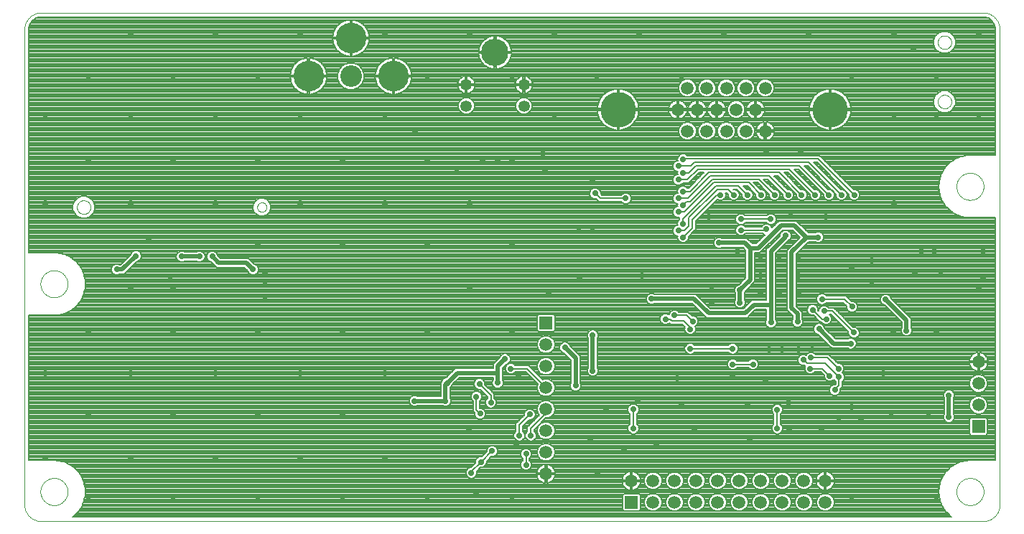
<source format=gbl>
G75*
%MOMM*%
%OFA0B0*%
%FSLAX33Y33*%
%IPPOS*%
%LPD*%
%AMOC8*
5,1,8,0,0,1.08239X$1,22.5*
%
%ADD10C,0.000*%
%ADD11C,1.500*%
%ADD12R,1.500X1.500*%
%ADD13C,4.196*%
%ADD14C,3.616*%
%ADD15C,2.550*%
%ADD16C,3.216*%
%ADD17C,1.350*%
%ADD18C,0.700*%
%ADD19C,0.200*%
%ADD20C,0.500*%
D10*
X02354Y00354D02*
X113354Y00354D01*
X113441Y00356D01*
X113528Y00362D01*
X113615Y00371D01*
X113701Y00384D01*
X113787Y00401D01*
X113872Y00422D01*
X113955Y00447D01*
X114038Y00475D01*
X114119Y00506D01*
X114199Y00541D01*
X114277Y00580D01*
X114354Y00622D01*
X114429Y00667D01*
X114501Y00716D01*
X114572Y00767D01*
X114640Y00822D01*
X114705Y00879D01*
X114768Y00940D01*
X114829Y01003D01*
X114886Y01068D01*
X114941Y01136D01*
X114992Y01207D01*
X115041Y01279D01*
X115086Y01354D01*
X115128Y01431D01*
X115167Y01509D01*
X115202Y01589D01*
X115233Y01670D01*
X115261Y01753D01*
X115286Y01836D01*
X115307Y01921D01*
X115324Y02007D01*
X115337Y02093D01*
X115346Y02180D01*
X115352Y02267D01*
X115354Y02354D01*
X115354Y58354D01*
X115352Y58441D01*
X115346Y58528D01*
X115337Y58615D01*
X115324Y58701D01*
X115307Y58787D01*
X115286Y58872D01*
X115261Y58955D01*
X115233Y59038D01*
X115202Y59119D01*
X115167Y59199D01*
X115128Y59277D01*
X115086Y59354D01*
X115041Y59429D01*
X114992Y59501D01*
X114941Y59572D01*
X114886Y59640D01*
X114829Y59705D01*
X114768Y59768D01*
X114705Y59829D01*
X114640Y59886D01*
X114572Y59941D01*
X114501Y59992D01*
X114429Y60041D01*
X114354Y60086D01*
X114277Y60128D01*
X114199Y60167D01*
X114119Y60202D01*
X114038Y60233D01*
X113955Y60261D01*
X113872Y60286D01*
X113787Y60307D01*
X113701Y60324D01*
X113615Y60337D01*
X113528Y60346D01*
X113441Y60352D01*
X113354Y60354D01*
X02354Y60354D01*
X02267Y60352D01*
X02180Y60346D01*
X02093Y60337D01*
X02007Y60324D01*
X01921Y60307D01*
X01836Y60286D01*
X01753Y60261D01*
X01670Y60233D01*
X01589Y60202D01*
X01509Y60167D01*
X01431Y60128D01*
X01354Y60086D01*
X01279Y60041D01*
X01207Y59992D01*
X01136Y59941D01*
X01068Y59886D01*
X01003Y59829D01*
X00940Y59768D01*
X00879Y59705D01*
X00822Y59640D01*
X00767Y59572D01*
X00716Y59501D01*
X00667Y59429D01*
X00622Y59354D01*
X00580Y59277D01*
X00541Y59199D01*
X00506Y59119D01*
X00475Y59038D01*
X00447Y58955D01*
X00422Y58872D01*
X00401Y58787D01*
X00384Y58701D01*
X00371Y58615D01*
X00362Y58528D01*
X00356Y58441D01*
X00354Y58354D01*
X00354Y02354D01*
X00356Y02267D01*
X00362Y02180D01*
X00371Y02093D01*
X00384Y02007D01*
X00401Y01921D01*
X00422Y01836D01*
X00447Y01753D01*
X00475Y01670D01*
X00506Y01589D01*
X00541Y01509D01*
X00580Y01431D01*
X00622Y01354D01*
X00667Y01279D01*
X00716Y01207D01*
X00767Y01136D01*
X00822Y01068D01*
X00879Y01003D01*
X00940Y00940D01*
X01003Y00879D01*
X01068Y00822D01*
X01136Y00767D01*
X01207Y00716D01*
X01279Y00667D01*
X01354Y00622D01*
X01431Y00580D01*
X01509Y00541D01*
X01589Y00506D01*
X01670Y00475D01*
X01753Y00447D01*
X01836Y00422D01*
X01921Y00401D01*
X02007Y00384D01*
X02093Y00371D01*
X02180Y00362D01*
X02267Y00356D01*
X02354Y00354D01*
X02254Y03854D02*
X02256Y03934D01*
X02262Y04013D01*
X02272Y04092D01*
X02286Y04171D01*
X02303Y04249D01*
X02325Y04326D01*
X02350Y04401D01*
X02380Y04475D01*
X02412Y04548D01*
X02449Y04619D01*
X02489Y04688D01*
X02532Y04755D01*
X02579Y04820D01*
X02628Y04882D01*
X02681Y04942D01*
X02737Y04999D01*
X02795Y05054D01*
X02856Y05105D01*
X02920Y05153D01*
X02986Y05198D01*
X03054Y05240D01*
X03124Y05278D01*
X03196Y05312D01*
X03269Y05343D01*
X03344Y05371D01*
X03421Y05394D01*
X03498Y05414D01*
X03576Y05430D01*
X03655Y05442D01*
X03734Y05450D01*
X03814Y05454D01*
X03894Y05454D01*
X03974Y05450D01*
X04053Y05442D01*
X04132Y05430D01*
X04210Y05414D01*
X04287Y05394D01*
X04364Y05371D01*
X04439Y05343D01*
X04512Y05312D01*
X04584Y05278D01*
X04654Y05240D01*
X04722Y05198D01*
X04788Y05153D01*
X04852Y05105D01*
X04913Y05054D01*
X04971Y04999D01*
X05027Y04942D01*
X05080Y04882D01*
X05129Y04820D01*
X05176Y04755D01*
X05219Y04688D01*
X05259Y04619D01*
X05296Y04548D01*
X05328Y04475D01*
X05358Y04401D01*
X05383Y04326D01*
X05405Y04249D01*
X05422Y04171D01*
X05436Y04092D01*
X05446Y04013D01*
X05452Y03934D01*
X05454Y03854D01*
X05452Y03774D01*
X05446Y03695D01*
X05436Y03616D01*
X05422Y03537D01*
X05405Y03459D01*
X05383Y03382D01*
X05358Y03307D01*
X05328Y03233D01*
X05296Y03160D01*
X05259Y03089D01*
X05219Y03020D01*
X05176Y02953D01*
X05129Y02888D01*
X05080Y02826D01*
X05027Y02766D01*
X04971Y02709D01*
X04913Y02654D01*
X04852Y02603D01*
X04788Y02555D01*
X04722Y02510D01*
X04654Y02468D01*
X04584Y02430D01*
X04512Y02396D01*
X04439Y02365D01*
X04364Y02337D01*
X04287Y02314D01*
X04210Y02294D01*
X04132Y02278D01*
X04053Y02266D01*
X03974Y02258D01*
X03894Y02254D01*
X03814Y02254D01*
X03734Y02258D01*
X03655Y02266D01*
X03576Y02278D01*
X03498Y02294D01*
X03421Y02314D01*
X03344Y02337D01*
X03269Y02365D01*
X03196Y02396D01*
X03124Y02430D01*
X03054Y02468D01*
X02986Y02510D01*
X02920Y02555D01*
X02856Y02603D01*
X02795Y02654D01*
X02737Y02709D01*
X02681Y02766D01*
X02628Y02826D01*
X02579Y02888D01*
X02532Y02953D01*
X02489Y03020D01*
X02449Y03089D01*
X02412Y03160D01*
X02380Y03233D01*
X02350Y03307D01*
X02325Y03382D01*
X02303Y03459D01*
X02286Y03537D01*
X02272Y03616D01*
X02262Y03695D01*
X02256Y03774D01*
X02254Y03854D01*
X02254Y28354D02*
X02256Y28434D01*
X02262Y28513D01*
X02272Y28592D01*
X02286Y28671D01*
X02303Y28749D01*
X02325Y28826D01*
X02350Y28901D01*
X02380Y28975D01*
X02412Y29048D01*
X02449Y29119D01*
X02489Y29188D01*
X02532Y29255D01*
X02579Y29320D01*
X02628Y29382D01*
X02681Y29442D01*
X02737Y29499D01*
X02795Y29554D01*
X02856Y29605D01*
X02920Y29653D01*
X02986Y29698D01*
X03054Y29740D01*
X03124Y29778D01*
X03196Y29812D01*
X03269Y29843D01*
X03344Y29871D01*
X03421Y29894D01*
X03498Y29914D01*
X03576Y29930D01*
X03655Y29942D01*
X03734Y29950D01*
X03814Y29954D01*
X03894Y29954D01*
X03974Y29950D01*
X04053Y29942D01*
X04132Y29930D01*
X04210Y29914D01*
X04287Y29894D01*
X04364Y29871D01*
X04439Y29843D01*
X04512Y29812D01*
X04584Y29778D01*
X04654Y29740D01*
X04722Y29698D01*
X04788Y29653D01*
X04852Y29605D01*
X04913Y29554D01*
X04971Y29499D01*
X05027Y29442D01*
X05080Y29382D01*
X05129Y29320D01*
X05176Y29255D01*
X05219Y29188D01*
X05259Y29119D01*
X05296Y29048D01*
X05328Y28975D01*
X05358Y28901D01*
X05383Y28826D01*
X05405Y28749D01*
X05422Y28671D01*
X05436Y28592D01*
X05446Y28513D01*
X05452Y28434D01*
X05454Y28354D01*
X05452Y28274D01*
X05446Y28195D01*
X05436Y28116D01*
X05422Y28037D01*
X05405Y27959D01*
X05383Y27882D01*
X05358Y27807D01*
X05328Y27733D01*
X05296Y27660D01*
X05259Y27589D01*
X05219Y27520D01*
X05176Y27453D01*
X05129Y27388D01*
X05080Y27326D01*
X05027Y27266D01*
X04971Y27209D01*
X04913Y27154D01*
X04852Y27103D01*
X04788Y27055D01*
X04722Y27010D01*
X04654Y26968D01*
X04584Y26930D01*
X04512Y26896D01*
X04439Y26865D01*
X04364Y26837D01*
X04287Y26814D01*
X04210Y26794D01*
X04132Y26778D01*
X04053Y26766D01*
X03974Y26758D01*
X03894Y26754D01*
X03814Y26754D01*
X03734Y26758D01*
X03655Y26766D01*
X03576Y26778D01*
X03498Y26794D01*
X03421Y26814D01*
X03344Y26837D01*
X03269Y26865D01*
X03196Y26896D01*
X03124Y26930D01*
X03054Y26968D01*
X02986Y27010D01*
X02920Y27055D01*
X02856Y27103D01*
X02795Y27154D01*
X02737Y27209D01*
X02681Y27266D01*
X02628Y27326D01*
X02579Y27388D01*
X02532Y27453D01*
X02489Y27520D01*
X02449Y27589D01*
X02412Y27660D01*
X02380Y27733D01*
X02350Y27807D01*
X02325Y27882D01*
X02303Y27959D01*
X02286Y28037D01*
X02272Y28116D01*
X02262Y28195D01*
X02256Y28274D01*
X02254Y28354D01*
X06554Y37404D02*
X06556Y37460D01*
X06562Y37517D01*
X06572Y37572D01*
X06586Y37627D01*
X06603Y37681D01*
X06625Y37733D01*
X06650Y37783D01*
X06678Y37832D01*
X06710Y37879D01*
X06745Y37923D01*
X06783Y37965D01*
X06824Y38004D01*
X06868Y38039D01*
X06914Y38072D01*
X06962Y38101D01*
X07012Y38127D01*
X07064Y38150D01*
X07118Y38168D01*
X07172Y38183D01*
X07227Y38194D01*
X07283Y38201D01*
X07340Y38204D01*
X07396Y38203D01*
X07453Y38198D01*
X07508Y38189D01*
X07563Y38176D01*
X07617Y38159D01*
X07670Y38139D01*
X07721Y38115D01*
X07770Y38087D01*
X07817Y38056D01*
X07862Y38022D01*
X07905Y37984D01*
X07944Y37944D01*
X07981Y37901D01*
X08014Y37856D01*
X08044Y37808D01*
X08071Y37758D01*
X08094Y37707D01*
X08114Y37654D01*
X08130Y37600D01*
X08142Y37544D01*
X08150Y37489D01*
X08154Y37432D01*
X08154Y37376D01*
X08150Y37319D01*
X08142Y37264D01*
X08130Y37208D01*
X08114Y37154D01*
X08094Y37101D01*
X08071Y37050D01*
X08044Y37000D01*
X08014Y36952D01*
X07981Y36907D01*
X07944Y36864D01*
X07905Y36824D01*
X07862Y36786D01*
X07817Y36752D01*
X07770Y36721D01*
X07721Y36693D01*
X07670Y36669D01*
X07617Y36649D01*
X07563Y36632D01*
X07508Y36619D01*
X07453Y36610D01*
X07396Y36605D01*
X07340Y36604D01*
X07283Y36607D01*
X07227Y36614D01*
X07172Y36625D01*
X07118Y36640D01*
X07064Y36658D01*
X07012Y36681D01*
X06962Y36707D01*
X06914Y36736D01*
X06868Y36769D01*
X06824Y36804D01*
X06783Y36843D01*
X06745Y36885D01*
X06710Y36929D01*
X06678Y36976D01*
X06650Y37025D01*
X06625Y37075D01*
X06603Y37127D01*
X06586Y37181D01*
X06572Y37236D01*
X06562Y37291D01*
X06556Y37348D01*
X06554Y37404D01*
X27804Y37404D02*
X27806Y37451D01*
X27812Y37497D01*
X27822Y37543D01*
X27835Y37587D01*
X27853Y37631D01*
X27874Y37672D01*
X27898Y37712D01*
X27926Y37750D01*
X27957Y37785D01*
X27991Y37817D01*
X28027Y37846D01*
X28066Y37872D01*
X28106Y37895D01*
X28149Y37914D01*
X28193Y37930D01*
X28238Y37942D01*
X28284Y37950D01*
X28331Y37954D01*
X28377Y37954D01*
X28424Y37950D01*
X28470Y37942D01*
X28515Y37930D01*
X28559Y37914D01*
X28602Y37895D01*
X28642Y37872D01*
X28681Y37846D01*
X28717Y37817D01*
X28751Y37785D01*
X28782Y37750D01*
X28810Y37712D01*
X28834Y37672D01*
X28855Y37631D01*
X28873Y37587D01*
X28886Y37543D01*
X28896Y37497D01*
X28902Y37451D01*
X28904Y37404D01*
X28902Y37357D01*
X28896Y37311D01*
X28886Y37265D01*
X28873Y37221D01*
X28855Y37177D01*
X28834Y37136D01*
X28810Y37096D01*
X28782Y37058D01*
X28751Y37023D01*
X28717Y36991D01*
X28681Y36962D01*
X28642Y36936D01*
X28602Y36913D01*
X28559Y36894D01*
X28515Y36878D01*
X28470Y36866D01*
X28424Y36858D01*
X28377Y36854D01*
X28331Y36854D01*
X28284Y36858D01*
X28238Y36866D01*
X28193Y36878D01*
X28149Y36894D01*
X28106Y36913D01*
X28066Y36936D01*
X28027Y36962D01*
X27991Y36991D01*
X27957Y37023D01*
X27926Y37058D01*
X27898Y37096D01*
X27874Y37136D01*
X27853Y37177D01*
X27835Y37221D01*
X27822Y37265D01*
X27812Y37311D01*
X27806Y37357D01*
X27804Y37404D01*
X108054Y49854D02*
X108056Y49910D01*
X108062Y49967D01*
X108072Y50022D01*
X108086Y50077D01*
X108103Y50131D01*
X108125Y50183D01*
X108150Y50233D01*
X108178Y50282D01*
X108210Y50329D01*
X108245Y50373D01*
X108283Y50415D01*
X108324Y50454D01*
X108368Y50489D01*
X108414Y50522D01*
X108462Y50551D01*
X108512Y50577D01*
X108564Y50600D01*
X108618Y50618D01*
X108672Y50633D01*
X108727Y50644D01*
X108783Y50651D01*
X108840Y50654D01*
X108896Y50653D01*
X108953Y50648D01*
X109008Y50639D01*
X109063Y50626D01*
X109117Y50609D01*
X109170Y50589D01*
X109221Y50565D01*
X109270Y50537D01*
X109317Y50506D01*
X109362Y50472D01*
X109405Y50434D01*
X109444Y50394D01*
X109481Y50351D01*
X109514Y50306D01*
X109544Y50258D01*
X109571Y50208D01*
X109594Y50157D01*
X109614Y50104D01*
X109630Y50050D01*
X109642Y49994D01*
X109650Y49939D01*
X109654Y49882D01*
X109654Y49826D01*
X109650Y49769D01*
X109642Y49714D01*
X109630Y49658D01*
X109614Y49604D01*
X109594Y49551D01*
X109571Y49500D01*
X109544Y49450D01*
X109514Y49402D01*
X109481Y49357D01*
X109444Y49314D01*
X109405Y49274D01*
X109362Y49236D01*
X109317Y49202D01*
X109270Y49171D01*
X109221Y49143D01*
X109170Y49119D01*
X109117Y49099D01*
X109063Y49082D01*
X109008Y49069D01*
X108953Y49060D01*
X108896Y49055D01*
X108840Y49054D01*
X108783Y49057D01*
X108727Y49064D01*
X108672Y49075D01*
X108618Y49090D01*
X108564Y49108D01*
X108512Y49131D01*
X108462Y49157D01*
X108414Y49186D01*
X108368Y49219D01*
X108324Y49254D01*
X108283Y49293D01*
X108245Y49335D01*
X108210Y49379D01*
X108178Y49426D01*
X108150Y49475D01*
X108125Y49525D01*
X108103Y49577D01*
X108086Y49631D01*
X108072Y49686D01*
X108062Y49741D01*
X108056Y49798D01*
X108054Y49854D01*
X108054Y56854D02*
X108056Y56910D01*
X108062Y56967D01*
X108072Y57022D01*
X108086Y57077D01*
X108103Y57131D01*
X108125Y57183D01*
X108150Y57233D01*
X108178Y57282D01*
X108210Y57329D01*
X108245Y57373D01*
X108283Y57415D01*
X108324Y57454D01*
X108368Y57489D01*
X108414Y57522D01*
X108462Y57551D01*
X108512Y57577D01*
X108564Y57600D01*
X108618Y57618D01*
X108672Y57633D01*
X108727Y57644D01*
X108783Y57651D01*
X108840Y57654D01*
X108896Y57653D01*
X108953Y57648D01*
X109008Y57639D01*
X109063Y57626D01*
X109117Y57609D01*
X109170Y57589D01*
X109221Y57565D01*
X109270Y57537D01*
X109317Y57506D01*
X109362Y57472D01*
X109405Y57434D01*
X109444Y57394D01*
X109481Y57351D01*
X109514Y57306D01*
X109544Y57258D01*
X109571Y57208D01*
X109594Y57157D01*
X109614Y57104D01*
X109630Y57050D01*
X109642Y56994D01*
X109650Y56939D01*
X109654Y56882D01*
X109654Y56826D01*
X109650Y56769D01*
X109642Y56714D01*
X109630Y56658D01*
X109614Y56604D01*
X109594Y56551D01*
X109571Y56500D01*
X109544Y56450D01*
X109514Y56402D01*
X109481Y56357D01*
X109444Y56314D01*
X109405Y56274D01*
X109362Y56236D01*
X109317Y56202D01*
X109270Y56171D01*
X109221Y56143D01*
X109170Y56119D01*
X109117Y56099D01*
X109063Y56082D01*
X109008Y56069D01*
X108953Y56060D01*
X108896Y56055D01*
X108840Y56054D01*
X108783Y56057D01*
X108727Y56064D01*
X108672Y56075D01*
X108618Y56090D01*
X108564Y56108D01*
X108512Y56131D01*
X108462Y56157D01*
X108414Y56186D01*
X108368Y56219D01*
X108324Y56254D01*
X108283Y56293D01*
X108245Y56335D01*
X108210Y56379D01*
X108178Y56426D01*
X108150Y56475D01*
X108125Y56525D01*
X108103Y56577D01*
X108086Y56631D01*
X108072Y56686D01*
X108062Y56741D01*
X108056Y56798D01*
X108054Y56854D01*
X110254Y39854D02*
X110256Y39934D01*
X110262Y40013D01*
X110272Y40092D01*
X110286Y40171D01*
X110303Y40249D01*
X110325Y40326D01*
X110350Y40401D01*
X110380Y40475D01*
X110412Y40548D01*
X110449Y40619D01*
X110489Y40688D01*
X110532Y40755D01*
X110579Y40820D01*
X110628Y40882D01*
X110681Y40942D01*
X110737Y40999D01*
X110795Y41054D01*
X110856Y41105D01*
X110920Y41153D01*
X110986Y41198D01*
X111054Y41240D01*
X111124Y41278D01*
X111196Y41312D01*
X111269Y41343D01*
X111344Y41371D01*
X111421Y41394D01*
X111498Y41414D01*
X111576Y41430D01*
X111655Y41442D01*
X111734Y41450D01*
X111814Y41454D01*
X111894Y41454D01*
X111974Y41450D01*
X112053Y41442D01*
X112132Y41430D01*
X112210Y41414D01*
X112287Y41394D01*
X112364Y41371D01*
X112439Y41343D01*
X112512Y41312D01*
X112584Y41278D01*
X112654Y41240D01*
X112722Y41198D01*
X112788Y41153D01*
X112852Y41105D01*
X112913Y41054D01*
X112971Y40999D01*
X113027Y40942D01*
X113080Y40882D01*
X113129Y40820D01*
X113176Y40755D01*
X113219Y40688D01*
X113259Y40619D01*
X113296Y40548D01*
X113328Y40475D01*
X113358Y40401D01*
X113383Y40326D01*
X113405Y40249D01*
X113422Y40171D01*
X113436Y40092D01*
X113446Y40013D01*
X113452Y39934D01*
X113454Y39854D01*
X113452Y39774D01*
X113446Y39695D01*
X113436Y39616D01*
X113422Y39537D01*
X113405Y39459D01*
X113383Y39382D01*
X113358Y39307D01*
X113328Y39233D01*
X113296Y39160D01*
X113259Y39089D01*
X113219Y39020D01*
X113176Y38953D01*
X113129Y38888D01*
X113080Y38826D01*
X113027Y38766D01*
X112971Y38709D01*
X112913Y38654D01*
X112852Y38603D01*
X112788Y38555D01*
X112722Y38510D01*
X112654Y38468D01*
X112584Y38430D01*
X112512Y38396D01*
X112439Y38365D01*
X112364Y38337D01*
X112287Y38314D01*
X112210Y38294D01*
X112132Y38278D01*
X112053Y38266D01*
X111974Y38258D01*
X111894Y38254D01*
X111814Y38254D01*
X111734Y38258D01*
X111655Y38266D01*
X111576Y38278D01*
X111498Y38294D01*
X111421Y38314D01*
X111344Y38337D01*
X111269Y38365D01*
X111196Y38396D01*
X111124Y38430D01*
X111054Y38468D01*
X110986Y38510D01*
X110920Y38555D01*
X110856Y38603D01*
X110795Y38654D01*
X110737Y38709D01*
X110681Y38766D01*
X110628Y38826D01*
X110579Y38888D01*
X110532Y38953D01*
X110489Y39020D01*
X110449Y39089D01*
X110412Y39160D01*
X110380Y39233D01*
X110350Y39307D01*
X110325Y39382D01*
X110303Y39459D01*
X110286Y39537D01*
X110272Y39616D01*
X110262Y39695D01*
X110256Y39774D01*
X110254Y39854D01*
X110254Y03854D02*
X110256Y03934D01*
X110262Y04013D01*
X110272Y04092D01*
X110286Y04171D01*
X110303Y04249D01*
X110325Y04326D01*
X110350Y04401D01*
X110380Y04475D01*
X110412Y04548D01*
X110449Y04619D01*
X110489Y04688D01*
X110532Y04755D01*
X110579Y04820D01*
X110628Y04882D01*
X110681Y04942D01*
X110737Y04999D01*
X110795Y05054D01*
X110856Y05105D01*
X110920Y05153D01*
X110986Y05198D01*
X111054Y05240D01*
X111124Y05278D01*
X111196Y05312D01*
X111269Y05343D01*
X111344Y05371D01*
X111421Y05394D01*
X111498Y05414D01*
X111576Y05430D01*
X111655Y05442D01*
X111734Y05450D01*
X111814Y05454D01*
X111894Y05454D01*
X111974Y05450D01*
X112053Y05442D01*
X112132Y05430D01*
X112210Y05414D01*
X112287Y05394D01*
X112364Y05371D01*
X112439Y05343D01*
X112512Y05312D01*
X112584Y05278D01*
X112654Y05240D01*
X112722Y05198D01*
X112788Y05153D01*
X112852Y05105D01*
X112913Y05054D01*
X112971Y04999D01*
X113027Y04942D01*
X113080Y04882D01*
X113129Y04820D01*
X113176Y04755D01*
X113219Y04688D01*
X113259Y04619D01*
X113296Y04548D01*
X113328Y04475D01*
X113358Y04401D01*
X113383Y04326D01*
X113405Y04249D01*
X113422Y04171D01*
X113436Y04092D01*
X113446Y04013D01*
X113452Y03934D01*
X113454Y03854D01*
X113452Y03774D01*
X113446Y03695D01*
X113436Y03616D01*
X113422Y03537D01*
X113405Y03459D01*
X113383Y03382D01*
X113358Y03307D01*
X113328Y03233D01*
X113296Y03160D01*
X113259Y03089D01*
X113219Y03020D01*
X113176Y02953D01*
X113129Y02888D01*
X113080Y02826D01*
X113027Y02766D01*
X112971Y02709D01*
X112913Y02654D01*
X112852Y02603D01*
X112788Y02555D01*
X112722Y02510D01*
X112654Y02468D01*
X112584Y02430D01*
X112512Y02396D01*
X112439Y02365D01*
X112364Y02337D01*
X112287Y02314D01*
X112210Y02294D01*
X112132Y02278D01*
X112053Y02266D01*
X111974Y02258D01*
X111894Y02254D01*
X111814Y02254D01*
X111734Y02258D01*
X111655Y02266D01*
X111576Y02278D01*
X111498Y02294D01*
X111421Y02314D01*
X111344Y02337D01*
X111269Y02365D01*
X111196Y02396D01*
X111124Y02430D01*
X111054Y02468D01*
X110986Y02510D01*
X110920Y02555D01*
X110856Y02603D01*
X110795Y02654D01*
X110737Y02709D01*
X110681Y02766D01*
X110628Y02826D01*
X110579Y02888D01*
X110532Y02953D01*
X110489Y03020D01*
X110449Y03089D01*
X110412Y03160D01*
X110380Y03233D01*
X110350Y03307D01*
X110325Y03382D01*
X110303Y03459D01*
X110286Y03537D01*
X110272Y03616D01*
X110262Y03695D01*
X110256Y03774D01*
X110254Y03854D01*
D11*
X112854Y14084D03*
X112854Y16624D03*
X112854Y19164D03*
X94784Y05124D03*
X92244Y05124D03*
X89704Y05124D03*
X87164Y05124D03*
X84624Y05124D03*
X84624Y02584D03*
X87164Y02584D03*
X89704Y02584D03*
X92244Y02584D03*
X94784Y02584D03*
X82084Y02584D03*
X79544Y02584D03*
X77004Y02584D03*
X74464Y02584D03*
X74464Y05124D03*
X71924Y05124D03*
X77004Y05124D03*
X79544Y05124D03*
X82084Y05124D03*
X61854Y05964D03*
X61854Y08504D03*
X61854Y11044D03*
X61854Y13584D03*
X61854Y16124D03*
X61854Y18664D03*
X61854Y21204D03*
X78539Y46384D03*
X80829Y46384D03*
X83119Y46384D03*
X85409Y46384D03*
X87699Y46384D03*
X86559Y48924D03*
X84269Y48924D03*
X81979Y48924D03*
X79689Y48924D03*
X77399Y48924D03*
X78539Y51464D03*
X80829Y51464D03*
X83119Y51464D03*
X85409Y51464D03*
X87699Y51464D03*
D12*
X61854Y23744D03*
X71924Y02584D03*
X112854Y11544D03*
D13*
X95349Y48924D03*
X70359Y48924D03*
D14*
X43854Y52854D03*
X38854Y57354D03*
X33854Y52854D03*
D15*
X38854Y52854D03*
D16*
X55854Y55654D03*
D17*
X52454Y51854D03*
X52454Y49354D03*
X59254Y49354D03*
X59254Y51854D03*
D18*
X57854Y52854D03*
X62854Y47854D03*
X61504Y43754D03*
X61704Y41904D03*
X57854Y42854D03*
X56154Y42854D03*
X54354Y42854D03*
X51354Y41504D03*
X47854Y42854D03*
X46454Y46404D03*
X42854Y47854D03*
X47854Y52854D03*
X42854Y57854D03*
X52854Y57854D03*
X62854Y57854D03*
X67854Y52854D03*
X72854Y57854D03*
X77854Y52854D03*
X82854Y57854D03*
X92854Y57854D03*
X97854Y52854D03*
X102854Y47854D03*
X107854Y47854D03*
X112854Y47854D03*
X107854Y52854D03*
X105154Y56154D03*
X102854Y57854D03*
X112854Y57854D03*
X91854Y43854D03*
X87854Y43854D03*
X87204Y38854D03*
X88804Y38854D03*
X90404Y38854D03*
X92004Y38854D03*
X93604Y38854D03*
X95204Y38854D03*
X96704Y38854D03*
X98204Y38854D03*
X94804Y36304D03*
X93954Y33854D03*
X91604Y31604D03*
X89354Y31604D03*
X87104Y31604D03*
X87104Y29354D03*
X87104Y27104D03*
X89354Y27104D03*
X91604Y27104D03*
X94404Y26554D03*
X94654Y25154D03*
X94904Y24204D03*
X94054Y23054D03*
X93304Y25304D03*
X91504Y23904D03*
X88404Y23804D03*
X84704Y26154D03*
X84704Y27604D03*
X81404Y27604D03*
X81404Y26004D03*
X79154Y23954D03*
X78854Y23004D03*
X78854Y20704D03*
X77354Y17204D03*
X77804Y14004D03*
X79354Y11304D03*
X74854Y09404D03*
X72154Y11304D03*
X72154Y13554D03*
X72654Y14654D03*
X68904Y13654D03*
X65354Y16354D03*
X67354Y18104D03*
X64104Y20854D03*
X67354Y22304D03*
X62154Y27354D03*
X65804Y29104D03*
X57854Y32854D03*
X52854Y27854D03*
X47854Y32854D03*
X42854Y37854D03*
X37854Y42854D03*
X32854Y37854D03*
X27854Y42854D03*
X22854Y37854D03*
X17854Y42854D03*
X12854Y37854D03*
X15004Y33454D03*
X13504Y31654D03*
X11254Y30054D03*
X12854Y27854D03*
X17504Y29254D03*
X17854Y27854D03*
X18904Y31604D03*
X21004Y31604D03*
X22504Y31604D03*
X27304Y30054D03*
X28704Y29504D03*
X28704Y28204D03*
X28704Y26904D03*
X27854Y22854D03*
X22854Y17854D03*
X17854Y22854D03*
X12854Y17854D03*
X07854Y22854D03*
X02854Y17854D03*
X07854Y12854D03*
X02854Y07854D03*
X07854Y02854D03*
X12854Y07854D03*
X17854Y12854D03*
X22854Y07854D03*
X27854Y12854D03*
X32854Y07854D03*
X37854Y12854D03*
X42854Y07854D03*
X37854Y02854D03*
X27854Y02854D03*
X17854Y02854D03*
X32854Y17854D03*
X37854Y22854D03*
X42854Y17854D03*
X46354Y14554D03*
X50004Y14554D03*
X50204Y16654D03*
X54004Y16554D03*
X53654Y15054D03*
X55354Y14354D03*
X54104Y13054D03*
X52754Y11154D03*
X55504Y08654D03*
X54204Y07354D03*
X53054Y06054D03*
X53604Y03704D03*
X57854Y02854D03*
X59504Y07004D03*
X59504Y08304D03*
X58354Y09304D03*
X58704Y10454D03*
X60054Y10454D03*
X59954Y12954D03*
X56154Y16704D03*
X57704Y18354D03*
X58604Y17554D03*
X57004Y19504D03*
X57854Y22854D03*
X47854Y22854D03*
X37854Y32854D03*
X27854Y32854D03*
X07854Y42854D03*
X02854Y37854D03*
X02854Y47854D03*
X07854Y52854D03*
X12854Y47854D03*
X17854Y52854D03*
X22854Y47854D03*
X27854Y52854D03*
X32854Y47854D03*
X32854Y57854D03*
X22854Y57854D03*
X12854Y57854D03*
X52854Y37854D03*
X65754Y35004D03*
X67354Y35004D03*
X67654Y39054D03*
X67354Y40504D03*
X71254Y38454D03*
X77454Y38454D03*
X78004Y37654D03*
X77454Y36854D03*
X78004Y35454D03*
X77454Y34654D03*
X78004Y33854D03*
X81054Y36254D03*
X82404Y38854D03*
X84004Y38854D03*
X85604Y38854D03*
X84854Y36004D03*
X84854Y34704D03*
X82254Y33204D03*
X84454Y32254D03*
X87854Y34804D03*
X88354Y36004D03*
X90704Y36804D03*
X90104Y34054D03*
X91604Y29354D03*
X97854Y30354D03*
X100304Y31104D03*
X100304Y28204D03*
X101904Y26504D03*
X97954Y25654D03*
X98153Y22604D03*
X97804Y21304D03*
X96354Y18354D03*
X96404Y17354D03*
X95304Y17504D03*
X95904Y15854D03*
X97854Y13854D03*
X99004Y12454D03*
X96354Y12154D03*
X94304Y11254D03*
X90554Y11304D03*
X89104Y11304D03*
X89104Y13504D03*
X90404Y14354D03*
X87754Y17004D03*
X86254Y18854D03*
X83854Y18854D03*
X83854Y17354D03*
X83854Y20704D03*
X88154Y20604D03*
X89654Y20604D03*
X91654Y20604D03*
X92204Y19404D03*
X93104Y19654D03*
X93204Y20604D03*
X93004Y18354D03*
X85604Y14004D03*
X85854Y09854D03*
X97854Y02854D03*
X107854Y02854D03*
X106954Y12704D03*
X109354Y12654D03*
X109354Y15204D03*
X102554Y12704D03*
X101654Y17804D03*
X102803Y22604D03*
X104354Y22854D03*
X107854Y22854D03*
X112854Y27854D03*
X113404Y29004D03*
X113404Y32204D03*
X108404Y29804D03*
X105304Y29704D03*
X106104Y32254D03*
X107604Y32254D03*
X102854Y37854D03*
X78004Y39254D03*
X77454Y40654D03*
X78004Y41454D03*
X77454Y42254D03*
X78004Y43054D03*
X73204Y29354D03*
X74304Y26604D03*
X77004Y24654D03*
X75954Y24204D03*
X67054Y09854D03*
X71054Y08854D03*
X67954Y06054D03*
X47854Y02854D03*
D19*
X52503Y05686D02*
X52686Y05503D01*
X52925Y05404D01*
X53183Y05404D01*
X53422Y05503D01*
X53605Y05686D01*
X53704Y05925D01*
X53704Y06183D01*
X53673Y06258D01*
X54120Y06704D01*
X54333Y06704D01*
X54572Y06803D01*
X54755Y06986D01*
X54854Y07225D01*
X54854Y07438D01*
X55420Y08004D01*
X55633Y08004D01*
X55872Y08103D01*
X56055Y08286D01*
X56154Y08525D01*
X56154Y08783D01*
X56055Y09022D01*
X55872Y09205D01*
X55633Y09304D01*
X55375Y09304D01*
X55136Y09205D01*
X54953Y09022D01*
X54854Y08783D01*
X54854Y08570D01*
X54288Y08004D01*
X54075Y08004D01*
X53836Y07905D01*
X53653Y07722D01*
X53554Y07483D01*
X53554Y07270D01*
X52988Y06704D01*
X52925Y06704D01*
X52686Y06605D01*
X52503Y06422D01*
X52404Y06183D01*
X52404Y05925D01*
X52503Y05686D01*
X52491Y05713D02*
X07044Y05713D01*
X07006Y05784D02*
X07008Y05800D01*
X06967Y05855D01*
X06934Y05915D01*
X06919Y05919D01*
X06699Y06213D01*
X06699Y06229D01*
X06651Y06277D01*
X06610Y06332D01*
X06593Y06334D01*
X06334Y06593D01*
X06332Y06610D01*
X06277Y06651D01*
X06229Y06699D01*
X06213Y06699D01*
X05919Y06919D01*
X05915Y06934D01*
X05855Y06967D01*
X05800Y07008D01*
X05784Y07006D01*
X05462Y07181D01*
X05455Y07196D01*
X05391Y07220D01*
X05331Y07253D01*
X05315Y07248D01*
X04972Y07376D01*
X04964Y07390D01*
X04897Y07405D01*
X04832Y07429D01*
X04818Y07422D01*
X04460Y07500D01*
X04449Y07512D01*
X04381Y07517D01*
X04314Y07531D01*
X04300Y07523D01*
X03943Y07548D01*
X03937Y07554D01*
X03861Y07554D01*
X03786Y07559D01*
X03779Y07554D01*
X00854Y07554D01*
X00854Y24654D01*
X03779Y24654D01*
X03786Y24649D01*
X03861Y24654D01*
X03937Y24654D01*
X03943Y24660D01*
X04300Y24685D01*
X04314Y24677D01*
X04381Y24691D01*
X04449Y24696D01*
X04460Y24708D01*
X04818Y24786D01*
X04832Y24779D01*
X04897Y24803D01*
X04964Y24818D01*
X04972Y24832D01*
X05315Y24960D01*
X05331Y24955D01*
X05391Y24988D01*
X05455Y25012D01*
X05462Y25027D01*
X05784Y25202D01*
X05800Y25200D01*
X05855Y25241D01*
X05915Y25274D01*
X05919Y25289D01*
X06213Y25509D01*
X06229Y25509D01*
X06277Y25557D01*
X06332Y25598D01*
X06334Y25615D01*
X06593Y25873D01*
X06610Y25876D01*
X06651Y25931D01*
X06699Y25979D01*
X06699Y25995D01*
X06919Y26289D01*
X06934Y26293D01*
X06967Y26353D01*
X07008Y26408D01*
X07006Y26424D01*
X07181Y26746D01*
X07196Y26753D01*
X07220Y26817D01*
X07253Y26877D01*
X07248Y26893D01*
X07376Y27236D01*
X07390Y27244D01*
X07405Y27311D01*
X07429Y27376D01*
X07422Y27390D01*
X07500Y27748D01*
X07512Y27759D01*
X07517Y27827D01*
X07531Y27894D01*
X07523Y27908D01*
X07549Y28273D01*
X07559Y28286D01*
X07555Y28354D01*
X07559Y28422D01*
X07549Y28435D01*
X07523Y28800D01*
X07531Y28814D01*
X07517Y28881D01*
X07512Y28949D01*
X07500Y28960D01*
X07422Y29318D01*
X07429Y29332D01*
X07405Y29397D01*
X07390Y29464D01*
X07376Y29472D01*
X07248Y29815D01*
X07253Y29831D01*
X07220Y29891D01*
X07196Y29955D01*
X07181Y29962D01*
X07006Y30284D01*
X07008Y30300D01*
X06967Y30355D01*
X06934Y30415D01*
X06919Y30419D01*
X06699Y30713D01*
X06699Y30729D01*
X06651Y30777D01*
X06610Y30832D01*
X06593Y30834D01*
X06334Y31093D01*
X06332Y31110D01*
X06277Y31151D01*
X06229Y31199D01*
X06213Y31199D01*
X05919Y31419D01*
X05915Y31434D01*
X05855Y31467D01*
X05800Y31508D01*
X05784Y31506D01*
X05462Y31681D01*
X05455Y31696D01*
X05391Y31720D01*
X05331Y31753D01*
X05315Y31748D01*
X04972Y31876D01*
X04964Y31890D01*
X04897Y31905D01*
X04832Y31929D01*
X04818Y31922D01*
X04460Y32000D01*
X04449Y32012D01*
X04381Y32017D01*
X04314Y32031D01*
X04300Y32023D01*
X03943Y32048D01*
X03937Y32054D01*
X03861Y32054D01*
X03786Y32059D01*
X03779Y32054D01*
X00854Y32054D01*
X00854Y58354D01*
X00872Y58589D01*
X01017Y59035D01*
X01293Y59415D01*
X01673Y59691D01*
X02119Y59836D01*
X02354Y59854D01*
X113354Y59854D01*
X113589Y59836D01*
X114035Y59691D01*
X114415Y59415D01*
X114691Y59035D01*
X114836Y58589D01*
X114854Y58354D01*
X114854Y43554D01*
X111929Y43554D01*
X111922Y43559D01*
X111847Y43554D01*
X111771Y43554D01*
X111765Y43548D01*
X111408Y43523D01*
X111394Y43531D01*
X111327Y43517D01*
X111259Y43512D01*
X111248Y43500D01*
X110890Y43422D01*
X110876Y43429D01*
X110921Y43429D01*
X110876Y43429D02*
X110811Y43405D01*
X110744Y43390D01*
X110736Y43376D01*
X110393Y43248D01*
X110377Y43253D01*
X110317Y43220D01*
X110253Y43196D01*
X110246Y43181D01*
X109924Y43006D01*
X109908Y43008D01*
X109853Y42967D01*
X109793Y42934D01*
X109789Y42919D01*
X109495Y42699D01*
X109479Y42699D01*
X109431Y42651D01*
X109376Y42610D01*
X109373Y42593D01*
X109115Y42335D01*
X109098Y42332D01*
X109057Y42277D01*
X109009Y42229D01*
X109009Y42213D01*
X108789Y41919D01*
X108774Y41915D01*
X108741Y41855D01*
X108700Y41800D01*
X108702Y41784D01*
X108527Y41462D01*
X108512Y41455D01*
X108488Y41391D01*
X108455Y41331D01*
X108460Y41315D01*
X108332Y40972D01*
X108318Y40964D01*
X108303Y40897D01*
X108279Y40832D01*
X108286Y40818D01*
X108208Y40460D01*
X108196Y40449D01*
X108191Y40381D01*
X108177Y40314D01*
X108185Y40300D01*
X108159Y39935D01*
X108149Y39922D01*
X108153Y39854D01*
X108149Y39786D01*
X108159Y39773D01*
X108185Y39408D01*
X108177Y39394D01*
X108191Y39327D01*
X108196Y39259D01*
X108208Y39248D01*
X108286Y38890D01*
X108279Y38876D01*
X108303Y38811D01*
X108318Y38744D01*
X108332Y38736D01*
X108460Y38393D01*
X108455Y38377D01*
X108488Y38317D01*
X108512Y38253D01*
X108527Y38246D01*
X108702Y37924D01*
X108700Y37908D01*
X108741Y37853D01*
X108774Y37793D01*
X108789Y37789D01*
X109009Y37495D01*
X109009Y37479D01*
X109057Y37431D01*
X109098Y37376D01*
X109115Y37373D01*
X109373Y37115D01*
X109376Y37098D01*
X109431Y37057D01*
X109479Y37009D01*
X109495Y37009D01*
X109789Y36789D01*
X109793Y36774D01*
X109853Y36741D01*
X109908Y36700D01*
X109924Y36702D01*
X110246Y36527D01*
X110253Y36512D01*
X110317Y36488D01*
X110377Y36455D01*
X110393Y36460D01*
X110736Y36332D01*
X110744Y36318D01*
X110811Y36303D01*
X110876Y36279D01*
X110890Y36286D01*
X111248Y36208D01*
X111259Y36196D01*
X111327Y36191D01*
X111394Y36177D01*
X111408Y36185D01*
X111765Y36160D01*
X111771Y36154D01*
X111847Y36154D01*
X111922Y36149D01*
X111929Y36154D01*
X114854Y36154D01*
X114854Y07554D01*
X111929Y07554D01*
X111922Y07559D01*
X111847Y07554D01*
X111771Y07554D01*
X111765Y07548D01*
X111408Y07523D01*
X111394Y07531D01*
X111327Y07517D01*
X111259Y07512D01*
X111248Y07500D01*
X110890Y07422D01*
X110876Y07429D01*
X110811Y07405D01*
X110744Y07390D01*
X110736Y07376D01*
X110393Y07248D01*
X110377Y07253D01*
X110317Y07220D01*
X110253Y07196D01*
X110246Y07181D01*
X109924Y07006D01*
X109908Y07008D01*
X109853Y06967D01*
X109793Y06934D01*
X109789Y06919D01*
X109495Y06699D01*
X109479Y06699D01*
X109431Y06651D01*
X109376Y06610D01*
X109373Y06593D01*
X109115Y06334D01*
X109098Y06332D01*
X109057Y06277D01*
X109009Y06229D01*
X109009Y06213D01*
X108789Y05919D01*
X108774Y05915D01*
X108741Y05855D01*
X108700Y05800D01*
X108702Y05784D01*
X108527Y05462D01*
X108512Y05455D01*
X108488Y05391D01*
X108455Y05331D01*
X108460Y05315D01*
X108332Y04972D01*
X108318Y04964D01*
X108303Y04897D01*
X108279Y04832D01*
X108286Y04818D01*
X108208Y04460D01*
X108196Y04449D01*
X108191Y04381D01*
X108177Y04314D01*
X108185Y04300D01*
X108159Y03935D01*
X108149Y03922D01*
X108153Y03854D01*
X108149Y03786D01*
X108159Y03773D01*
X108185Y03408D01*
X108177Y03394D01*
X108191Y03327D01*
X108196Y03259D01*
X108208Y03248D01*
X108286Y02890D01*
X108279Y02876D01*
X108303Y02811D01*
X108318Y02744D01*
X108332Y02736D01*
X108460Y02393D01*
X108455Y02377D01*
X108488Y02317D01*
X108512Y02253D01*
X108527Y02246D01*
X108702Y01924D01*
X108700Y01908D01*
X108741Y01853D01*
X108774Y01793D01*
X108789Y01789D01*
X109009Y01495D01*
X109009Y01479D01*
X109057Y01431D01*
X109098Y01376D01*
X109115Y01373D01*
X109373Y01115D01*
X109376Y01098D01*
X109431Y01057D01*
X109479Y01009D01*
X109495Y01009D01*
X109702Y00854D01*
X06006Y00854D01*
X06213Y01009D01*
X06229Y01009D01*
X06277Y01057D01*
X06332Y01098D01*
X06334Y01115D01*
X06593Y01373D01*
X06610Y01376D01*
X06651Y01431D01*
X06699Y01479D01*
X06699Y01495D01*
X06919Y01789D01*
X06934Y01793D01*
X06967Y01853D01*
X07008Y01908D01*
X07006Y01924D01*
X07181Y02246D01*
X07196Y02253D01*
X07220Y02317D01*
X07253Y02377D01*
X07248Y02393D01*
X07376Y02736D01*
X07390Y02744D01*
X07405Y02811D01*
X07429Y02876D01*
X07422Y02890D01*
X07500Y03248D01*
X07512Y03259D01*
X07517Y03327D01*
X07531Y03394D01*
X07523Y03408D01*
X07549Y03773D01*
X07559Y03786D01*
X07555Y03854D01*
X07559Y03922D01*
X07549Y03935D01*
X07523Y04300D01*
X07531Y04314D01*
X07517Y04381D01*
X07512Y04449D01*
X07500Y04460D01*
X07422Y04818D01*
X07429Y04832D01*
X07405Y04897D01*
X07390Y04964D01*
X07376Y04972D01*
X07248Y05315D01*
X07253Y05331D01*
X07220Y05391D01*
X07196Y05455D01*
X07181Y05462D01*
X07006Y05784D01*
X06936Y05912D02*
X52409Y05912D01*
X52404Y06110D02*
X06776Y06110D01*
X06627Y06309D02*
X52456Y06309D01*
X52588Y06507D02*
X06420Y06507D01*
X06203Y06706D02*
X52990Y06706D01*
X53189Y06904D02*
X05938Y06904D01*
X05606Y07103D02*
X53387Y07103D01*
X53554Y07301D02*
X05173Y07301D01*
X04459Y07500D02*
X53561Y07500D01*
X53643Y07698D02*
X00854Y07698D01*
X00854Y07897D02*
X53828Y07897D01*
X54380Y08095D02*
X00854Y08095D01*
X00854Y08294D02*
X54578Y08294D01*
X54777Y08493D02*
X00854Y08493D01*
X00854Y08691D02*
X54854Y08691D01*
X54898Y08890D02*
X00854Y08890D01*
X00854Y09088D02*
X55019Y09088D01*
X55332Y09287D02*
X00854Y09287D01*
X00854Y09485D02*
X61479Y09485D01*
X61645Y09554D02*
X61259Y09394D01*
X60964Y09099D01*
X60804Y08713D01*
X60804Y08295D01*
X60964Y07909D01*
X61259Y07614D01*
X61645Y07454D01*
X62063Y07454D01*
X62449Y07614D01*
X62744Y07909D01*
X62904Y08295D01*
X62904Y08713D01*
X62744Y09099D01*
X62449Y09394D01*
X62063Y09554D01*
X61645Y09554D01*
X61645Y09994D02*
X61259Y10154D01*
X60964Y10449D01*
X60804Y10835D01*
X60804Y11253D01*
X60964Y11639D01*
X61259Y11934D01*
X61645Y12094D01*
X62063Y12094D01*
X62449Y11934D01*
X62744Y11639D01*
X62904Y11253D01*
X62904Y10835D01*
X62744Y10449D01*
X62449Y10154D01*
X62063Y09994D01*
X61645Y09994D01*
X61436Y10081D02*
X60600Y10081D01*
X60605Y10086D02*
X60704Y10325D01*
X60704Y10583D01*
X60605Y10822D01*
X60454Y10973D01*
X60454Y11138D01*
X61850Y12534D01*
X62063Y12534D01*
X62449Y12694D01*
X62744Y12989D01*
X62904Y13375D01*
X62904Y13793D01*
X62744Y14179D01*
X62449Y14474D01*
X62063Y14634D01*
X61645Y14634D01*
X61259Y14474D01*
X60964Y14179D01*
X60804Y13793D01*
X60804Y13375D01*
X60964Y12989D01*
X61069Y12884D01*
X59654Y11470D01*
X59654Y10973D01*
X59503Y10822D01*
X59404Y10583D01*
X59404Y10325D01*
X59503Y10086D01*
X59686Y09903D01*
X59925Y09804D01*
X60183Y09804D01*
X60422Y09903D01*
X60605Y10086D01*
X60685Y10279D02*
X61134Y10279D01*
X60952Y10478D02*
X60704Y10478D01*
X60666Y10676D02*
X60870Y10676D01*
X60804Y10875D02*
X60553Y10875D01*
X60454Y11073D02*
X60804Y11073D01*
X60812Y11271D02*
X60587Y11271D01*
X60786Y11470D02*
X60894Y11470D01*
X60984Y11668D02*
X60994Y11668D01*
X61183Y11867D02*
X61192Y11867D01*
X61381Y12065D02*
X61576Y12065D01*
X61580Y12264D02*
X71754Y12264D01*
X71754Y12065D02*
X62132Y12065D01*
X62516Y11867D02*
X71754Y11867D01*
X71754Y11823D02*
X71603Y11672D01*
X71504Y11433D01*
X71504Y11175D01*
X71603Y10936D01*
X71786Y10753D01*
X72025Y10654D01*
X72283Y10654D01*
X72522Y10753D01*
X72705Y10936D01*
X72804Y11175D01*
X72804Y11433D01*
X72705Y11672D01*
X72554Y11823D01*
X72554Y13035D01*
X72705Y13186D01*
X72804Y13425D01*
X72804Y13683D01*
X72705Y13922D01*
X72522Y14105D01*
X72283Y14204D01*
X72025Y14204D01*
X71786Y14105D01*
X71603Y13922D01*
X71504Y13683D01*
X71504Y13425D01*
X71603Y13186D01*
X71754Y13035D01*
X71754Y11823D01*
X71601Y11668D02*
X62714Y11668D01*
X62814Y11470D02*
X71519Y11470D01*
X71504Y11271D02*
X62896Y11271D01*
X62904Y11073D02*
X71546Y11073D01*
X71664Y10875D02*
X62904Y10875D01*
X62838Y10676D02*
X71972Y10676D01*
X72336Y10676D02*
X88922Y10676D01*
X88975Y10654D02*
X89233Y10654D01*
X89472Y10753D01*
X89655Y10936D01*
X89754Y11175D01*
X89754Y11433D01*
X89655Y11672D01*
X89504Y11823D01*
X89504Y12985D01*
X89655Y13136D01*
X89754Y13375D01*
X89754Y13633D01*
X89655Y13872D01*
X89472Y14055D01*
X89233Y14154D01*
X88975Y14154D01*
X88736Y14055D01*
X88553Y13872D01*
X88454Y13633D01*
X88454Y13375D01*
X88553Y13136D01*
X88704Y12985D01*
X88704Y11823D01*
X88553Y11672D01*
X88454Y11433D01*
X88454Y11175D01*
X88553Y10936D01*
X88736Y10753D01*
X88975Y10654D01*
X89286Y10676D02*
X111804Y10676D01*
X111804Y10670D02*
X111980Y10494D01*
X113728Y10494D01*
X113904Y10670D01*
X113904Y12418D01*
X113728Y12594D01*
X111980Y12594D01*
X111804Y12418D01*
X111804Y10670D01*
X111804Y10875D02*
X89594Y10875D01*
X89712Y11073D02*
X111804Y11073D01*
X111804Y11271D02*
X89754Y11271D01*
X89739Y11470D02*
X111804Y11470D01*
X111804Y11668D02*
X89657Y11668D01*
X89504Y11867D02*
X111804Y11867D01*
X111804Y12065D02*
X109632Y12065D01*
X109722Y12103D02*
X109905Y12286D01*
X110004Y12525D01*
X110004Y12783D01*
X109905Y13022D01*
X109904Y13023D01*
X109904Y14835D01*
X109905Y14836D01*
X110004Y15075D01*
X110004Y15333D01*
X109905Y15572D01*
X109722Y15755D01*
X109483Y15854D01*
X109225Y15854D01*
X108986Y15755D01*
X108803Y15572D01*
X108704Y15333D01*
X108704Y15075D01*
X108803Y14836D01*
X108804Y14835D01*
X108804Y13023D01*
X108803Y13022D01*
X108704Y12783D01*
X108704Y12525D01*
X108803Y12286D01*
X108986Y12103D01*
X109225Y12004D01*
X109483Y12004D01*
X109722Y12103D01*
X109883Y12264D02*
X111804Y12264D01*
X111848Y12462D02*
X109978Y12462D01*
X110004Y12661D02*
X114854Y12661D01*
X114854Y12859D02*
X109972Y12859D01*
X109904Y13058D02*
X112587Y13058D01*
X112645Y13034D02*
X112259Y13194D01*
X111964Y13489D01*
X111804Y13875D01*
X111804Y14293D01*
X111964Y14679D01*
X112259Y14974D01*
X112645Y15134D01*
X113063Y15134D01*
X113449Y14974D01*
X113744Y14679D01*
X113904Y14293D01*
X113904Y13875D01*
X113744Y13489D01*
X113449Y13194D01*
X113063Y13034D01*
X112645Y13034D01*
X113121Y13058D02*
X114854Y13058D01*
X114854Y13256D02*
X113511Y13256D01*
X113710Y13455D02*
X114854Y13455D01*
X114854Y13653D02*
X113812Y13653D01*
X113894Y13852D02*
X114854Y13852D01*
X114854Y14050D02*
X113904Y14050D01*
X113904Y14249D02*
X114854Y14249D01*
X114854Y14447D02*
X113840Y14447D01*
X113758Y14646D02*
X114854Y14646D01*
X114854Y14844D02*
X113578Y14844D01*
X113283Y15043D02*
X114854Y15043D01*
X114854Y15241D02*
X110004Y15241D01*
X109991Y15043D02*
X112425Y15043D01*
X112130Y14844D02*
X109909Y14844D01*
X109904Y14646D02*
X111950Y14646D01*
X111868Y14447D02*
X109904Y14447D01*
X109904Y14249D02*
X111804Y14249D01*
X111804Y14050D02*
X109904Y14050D01*
X109904Y13852D02*
X111814Y13852D01*
X111896Y13653D02*
X109904Y13653D01*
X109904Y13455D02*
X111998Y13455D01*
X112197Y13256D02*
X109904Y13256D01*
X108804Y13256D02*
X89705Y13256D01*
X89754Y13455D02*
X108804Y13455D01*
X108804Y13653D02*
X89746Y13653D01*
X89663Y13852D02*
X108804Y13852D01*
X108804Y14050D02*
X89477Y14050D01*
X89104Y13504D02*
X89104Y11304D01*
X88496Y11073D02*
X72762Y11073D01*
X72804Y11271D02*
X88454Y11271D01*
X88469Y11470D02*
X72789Y11470D01*
X72707Y11668D02*
X88551Y11668D01*
X88704Y11867D02*
X72554Y11867D01*
X72554Y12065D02*
X88704Y12065D01*
X88704Y12264D02*
X72554Y12264D01*
X72554Y12462D02*
X88704Y12462D01*
X88704Y12661D02*
X72554Y12661D01*
X72554Y12859D02*
X88704Y12859D01*
X88631Y13058D02*
X72577Y13058D01*
X72734Y13256D02*
X88503Y13256D01*
X88454Y13455D02*
X72804Y13455D01*
X72804Y13653D02*
X88462Y13653D01*
X88545Y13852D02*
X72734Y13852D01*
X72577Y14050D02*
X88731Y14050D01*
X89577Y13058D02*
X108804Y13058D01*
X108736Y12859D02*
X89504Y12859D01*
X89504Y12661D02*
X108704Y12661D01*
X108730Y12462D02*
X89504Y12462D01*
X89504Y12264D02*
X108825Y12264D01*
X109076Y12065D02*
X89504Y12065D01*
X88614Y10875D02*
X72644Y10875D01*
X72154Y11304D02*
X72154Y13554D01*
X71731Y13058D02*
X62773Y13058D01*
X62855Y13256D02*
X71574Y13256D01*
X71504Y13455D02*
X62904Y13455D01*
X62904Y13653D02*
X71504Y13653D01*
X71574Y13852D02*
X62879Y13852D01*
X62797Y14050D02*
X71731Y14050D01*
X71754Y12859D02*
X62614Y12859D01*
X62369Y12661D02*
X71754Y12661D01*
X71754Y12462D02*
X61778Y12462D01*
X61854Y13104D02*
X61854Y13584D01*
X61854Y13104D02*
X60054Y11304D01*
X60054Y10454D01*
X59404Y10478D02*
X59354Y10478D01*
X59354Y10583D02*
X59255Y10822D01*
X59104Y10973D01*
X59104Y11538D01*
X59870Y12304D01*
X60083Y12304D01*
X60322Y12403D01*
X60505Y12586D01*
X60604Y12825D01*
X60604Y13083D01*
X60505Y13322D01*
X60322Y13505D01*
X60083Y13604D01*
X59825Y13604D01*
X59586Y13505D01*
X59403Y13322D01*
X59304Y13083D01*
X59304Y12870D01*
X58538Y12104D01*
X58304Y11870D01*
X58304Y10973D01*
X58153Y10822D01*
X58054Y10583D01*
X58054Y10325D01*
X58153Y10086D01*
X58336Y09903D01*
X58575Y09804D01*
X58833Y09804D01*
X59072Y09903D01*
X59255Y10086D01*
X59354Y10325D01*
X59354Y10583D01*
X59316Y10676D02*
X59442Y10676D01*
X59555Y10875D02*
X59203Y10875D01*
X59104Y11073D02*
X59654Y11073D01*
X59654Y11271D02*
X59104Y11271D01*
X59104Y11470D02*
X59654Y11470D01*
X59853Y11668D02*
X59234Y11668D01*
X59433Y11867D02*
X60051Y11867D01*
X60250Y12065D02*
X59631Y12065D01*
X59830Y12264D02*
X60448Y12264D01*
X60382Y12462D02*
X60647Y12462D01*
X60536Y12661D02*
X60845Y12661D01*
X61044Y12859D02*
X60604Y12859D01*
X60604Y13058D02*
X60935Y13058D01*
X60853Y13256D02*
X60532Y13256D01*
X60372Y13455D02*
X60804Y13455D01*
X60804Y13653D02*
X54355Y13653D01*
X54472Y13605D02*
X54233Y13704D01*
X54054Y13704D01*
X54054Y14535D01*
X54205Y14686D01*
X54304Y14925D01*
X54304Y15183D01*
X54205Y15422D01*
X54022Y15605D01*
X53783Y15704D01*
X53525Y15704D01*
X53286Y15605D01*
X53103Y15422D01*
X53004Y15183D01*
X53004Y14925D01*
X53103Y14686D01*
X53254Y14535D01*
X53254Y13338D01*
X53454Y13138D01*
X53454Y12925D01*
X53553Y12686D01*
X53736Y12503D01*
X53975Y12404D01*
X54233Y12404D01*
X54472Y12503D01*
X54655Y12686D01*
X54754Y12925D01*
X54754Y13183D01*
X54655Y13422D01*
X54472Y13605D01*
X54622Y13455D02*
X59536Y13455D01*
X59376Y13256D02*
X54724Y13256D01*
X54754Y13058D02*
X59304Y13058D01*
X59294Y12859D02*
X54727Y12859D01*
X54630Y12661D02*
X59095Y12661D01*
X58897Y12462D02*
X54375Y12462D01*
X53833Y12462D02*
X00854Y12462D01*
X00854Y12264D02*
X58698Y12264D01*
X58500Y12065D02*
X00854Y12065D01*
X00854Y11867D02*
X58304Y11867D01*
X58304Y11668D02*
X00854Y11668D01*
X00854Y11470D02*
X58304Y11470D01*
X58304Y11271D02*
X00854Y11271D01*
X00854Y11073D02*
X58304Y11073D01*
X58205Y10875D02*
X00854Y10875D01*
X00854Y10676D02*
X58092Y10676D01*
X58054Y10478D02*
X00854Y10478D01*
X00854Y10279D02*
X58073Y10279D01*
X58158Y10081D02*
X00854Y10081D01*
X00854Y09882D02*
X58386Y09882D01*
X59022Y09882D02*
X59736Y09882D01*
X59508Y10081D02*
X59250Y10081D01*
X59335Y10279D02*
X59423Y10279D01*
X58704Y10454D02*
X58704Y11704D01*
X59954Y12954D01*
X60828Y13852D02*
X55771Y13852D01*
X55722Y13803D02*
X55905Y13986D01*
X56004Y14225D01*
X56004Y14483D01*
X55905Y14722D01*
X55754Y14873D01*
X55754Y15370D01*
X55520Y15604D01*
X54654Y16470D01*
X54654Y16683D01*
X54555Y16922D01*
X54372Y17105D01*
X54133Y17204D01*
X53875Y17204D01*
X53636Y17105D01*
X53453Y16922D01*
X53354Y16683D01*
X53354Y16425D01*
X53453Y16186D01*
X53636Y16003D01*
X53875Y15904D01*
X54088Y15904D01*
X54954Y15038D01*
X54954Y14873D01*
X54803Y14722D01*
X54704Y14483D01*
X54704Y14225D01*
X54803Y13986D01*
X54986Y13803D01*
X55225Y13704D01*
X55483Y13704D01*
X55722Y13803D01*
X55932Y14050D02*
X60911Y14050D01*
X61034Y14249D02*
X56004Y14249D01*
X56004Y14447D02*
X61233Y14447D01*
X61645Y15074D02*
X61259Y15234D01*
X60964Y15529D01*
X60804Y15915D01*
X60804Y16333D01*
X60885Y16528D01*
X59458Y17954D01*
X58223Y17954D01*
X58072Y17803D01*
X57833Y17704D01*
X57575Y17704D01*
X57336Y17803D01*
X57153Y17986D01*
X57054Y18225D01*
X57054Y18483D01*
X57153Y18722D01*
X57336Y18905D01*
X57575Y19004D01*
X57833Y19004D01*
X58072Y18905D01*
X58223Y18754D01*
X59790Y18754D01*
X61450Y17093D01*
X61645Y17174D01*
X62063Y17174D01*
X62449Y17014D01*
X62744Y16719D01*
X62904Y16333D01*
X62904Y15915D01*
X62744Y15529D01*
X62449Y15234D01*
X62063Y15074D01*
X61645Y15074D01*
X61252Y15241D02*
X55754Y15241D01*
X55754Y15043D02*
X108717Y15043D01*
X108704Y15241D02*
X96124Y15241D01*
X96033Y15204D02*
X96272Y15303D01*
X96455Y15486D01*
X96554Y15725D01*
X96554Y15938D01*
X96804Y16188D01*
X96804Y16835D01*
X96955Y16986D01*
X97054Y17225D01*
X97054Y17483D01*
X96955Y17722D01*
X96798Y17879D01*
X96905Y17986D01*
X97004Y18225D01*
X97004Y18483D01*
X96905Y18722D01*
X96722Y18905D01*
X96483Y19004D01*
X96270Y19004D01*
X95220Y20054D01*
X93623Y20054D01*
X93472Y20205D01*
X93233Y20304D01*
X92975Y20304D01*
X92736Y20205D01*
X92553Y20022D01*
X92532Y19972D01*
X92333Y20054D01*
X92075Y20054D01*
X91836Y19955D01*
X91653Y19772D01*
X91554Y19533D01*
X91554Y19275D01*
X91653Y19036D01*
X91836Y18853D01*
X92075Y18754D01*
X92288Y18754D01*
X92414Y18628D01*
X92354Y18483D01*
X92354Y18225D01*
X92453Y17986D01*
X92636Y17803D01*
X92875Y17704D01*
X93133Y17704D01*
X93372Y17803D01*
X93523Y17954D01*
X94288Y17954D01*
X94654Y17588D01*
X94654Y17375D01*
X94753Y17136D01*
X94936Y16953D01*
X95175Y16854D01*
X95433Y16854D01*
X95672Y16953D01*
X95810Y17090D01*
X95853Y16986D01*
X96004Y16835D01*
X96004Y16520D01*
X95988Y16504D01*
X95775Y16504D01*
X95536Y16405D01*
X95353Y16222D01*
X95254Y15983D01*
X95254Y15725D01*
X95353Y15486D01*
X95536Y15303D01*
X95775Y15204D01*
X96033Y15204D01*
X95684Y15241D02*
X62456Y15241D01*
X62655Y15440D02*
X95399Y15440D01*
X95290Y15638D02*
X62789Y15638D01*
X62872Y15837D02*
X64952Y15837D01*
X64986Y15803D02*
X65225Y15704D01*
X65483Y15704D01*
X65722Y15803D01*
X65905Y15986D01*
X66004Y16225D01*
X66004Y16483D01*
X65905Y16722D01*
X65904Y16723D01*
X65904Y19832D01*
X64754Y20982D01*
X64754Y20983D01*
X64655Y21222D01*
X64472Y21405D01*
X64233Y21504D01*
X63975Y21504D01*
X63736Y21405D01*
X63553Y21222D01*
X63454Y20983D01*
X63454Y20725D01*
X63553Y20486D01*
X63736Y20303D01*
X63975Y20204D01*
X62184Y20204D01*
X62063Y20154D02*
X62449Y20314D01*
X62744Y20609D01*
X62904Y20995D01*
X62904Y21413D01*
X62744Y21799D01*
X62449Y22094D01*
X62063Y22254D01*
X61645Y22254D01*
X61259Y22094D01*
X60964Y21799D01*
X60804Y21413D01*
X60804Y20995D01*
X60964Y20609D01*
X61259Y20314D01*
X61645Y20154D01*
X62063Y20154D01*
X62063Y19714D02*
X61645Y19714D01*
X61259Y19554D01*
X60964Y19259D01*
X60804Y18873D01*
X60804Y18455D01*
X60964Y18069D01*
X61259Y17774D01*
X61645Y17614D01*
X62063Y17614D01*
X62449Y17774D01*
X62744Y18069D01*
X62904Y18455D01*
X62904Y18873D01*
X62744Y19259D01*
X62449Y19554D01*
X62063Y19714D01*
X62318Y19609D02*
X64572Y19609D01*
X64373Y19807D02*
X57582Y19807D01*
X57555Y19872D02*
X57372Y20055D01*
X57133Y20154D01*
X56875Y20154D01*
X56636Y20055D01*
X56453Y19872D01*
X56354Y19633D01*
X56354Y19632D01*
X55926Y19204D01*
X55604Y18882D01*
X55604Y18404D01*
X51176Y18404D01*
X50076Y17304D01*
X50075Y17304D01*
X49836Y17205D01*
X49653Y17022D01*
X49554Y16783D01*
X49554Y16782D01*
X49454Y16682D01*
X49454Y15104D01*
X46723Y15104D01*
X46722Y15105D01*
X46483Y15204D01*
X46225Y15204D01*
X45986Y15105D01*
X45803Y14922D01*
X45704Y14683D01*
X45704Y14425D01*
X45803Y14186D01*
X45986Y14003D01*
X46225Y13904D01*
X46483Y13904D01*
X46722Y14003D01*
X46723Y14004D01*
X49635Y14004D01*
X49636Y14003D01*
X49875Y13904D01*
X50133Y13904D01*
X50372Y14003D01*
X50555Y14186D01*
X50654Y14425D01*
X50654Y14683D01*
X50555Y14922D01*
X50554Y14923D01*
X50554Y16095D01*
X50572Y16103D01*
X50755Y16286D01*
X50854Y16525D01*
X50854Y16526D01*
X51632Y17304D01*
X55604Y17304D01*
X55604Y17073D01*
X55603Y17072D01*
X55504Y16833D01*
X55504Y16575D01*
X55603Y16336D01*
X55786Y16153D01*
X56025Y16054D01*
X56283Y16054D01*
X56522Y16153D01*
X56705Y16336D01*
X56804Y16575D01*
X56804Y16833D01*
X56705Y17072D01*
X56704Y17073D01*
X56704Y18426D01*
X57132Y18854D01*
X57133Y18854D01*
X57372Y18953D01*
X57555Y19136D01*
X57654Y19375D01*
X57654Y19633D01*
X57555Y19872D01*
X57422Y20006D02*
X64175Y20006D01*
X63976Y20204D02*
X64804Y19376D01*
X64804Y16723D01*
X64803Y16722D01*
X64704Y16483D01*
X64704Y16225D01*
X64803Y15986D01*
X64986Y15803D01*
X64782Y16035D02*
X62904Y16035D01*
X62904Y16234D02*
X64704Y16234D01*
X64704Y16433D02*
X62863Y16433D01*
X62781Y16631D02*
X64765Y16631D01*
X64804Y16830D02*
X62633Y16830D01*
X62415Y17028D02*
X64804Y17028D01*
X64804Y17227D02*
X61317Y17227D01*
X61119Y17425D02*
X64804Y17425D01*
X64804Y17624D02*
X62086Y17624D01*
X62497Y17822D02*
X64804Y17822D01*
X64804Y18021D02*
X62695Y18021D01*
X62806Y18219D02*
X64804Y18219D01*
X64804Y18418D02*
X62888Y18418D01*
X62904Y18616D02*
X64804Y18616D01*
X64804Y18815D02*
X62904Y18815D01*
X62846Y19013D02*
X64804Y19013D01*
X64804Y19212D02*
X62764Y19212D01*
X62593Y19410D02*
X64770Y19410D01*
X65532Y20204D02*
X66804Y20204D01*
X66804Y20403D02*
X65333Y20403D01*
X65135Y20601D02*
X66804Y20601D01*
X66804Y20800D02*
X64936Y20800D01*
X64748Y20998D02*
X66804Y20998D01*
X66804Y21197D02*
X64666Y21197D01*
X64482Y21395D02*
X66804Y21395D01*
X66804Y21594D02*
X62829Y21594D01*
X62904Y21395D02*
X63726Y21395D01*
X63542Y21197D02*
X62904Y21197D01*
X62904Y20998D02*
X63460Y20998D01*
X63454Y20800D02*
X62823Y20800D01*
X62736Y20601D02*
X63505Y20601D01*
X63636Y20403D02*
X62537Y20403D01*
X61524Y20204D02*
X00854Y20204D01*
X00854Y20403D02*
X61171Y20403D01*
X60972Y20601D02*
X00854Y20601D01*
X00854Y20800D02*
X60885Y20800D01*
X60804Y20998D02*
X00854Y20998D01*
X00854Y21197D02*
X60804Y21197D01*
X60804Y21395D02*
X00854Y21395D01*
X00854Y21594D02*
X60879Y21594D01*
X60961Y21792D02*
X00854Y21792D01*
X00854Y21990D02*
X61156Y21990D01*
X61488Y22189D02*
X00854Y22189D01*
X00854Y22387D02*
X66704Y22387D01*
X66704Y22433D02*
X66704Y22175D01*
X66803Y21936D01*
X66804Y21935D01*
X66804Y18473D01*
X66803Y18472D01*
X66704Y18233D01*
X66704Y17975D01*
X66803Y17736D01*
X66986Y17553D01*
X67225Y17454D01*
X67483Y17454D01*
X67722Y17553D01*
X67905Y17736D01*
X68004Y17975D01*
X68004Y18233D01*
X67905Y18472D01*
X67904Y18473D01*
X67904Y21935D01*
X67905Y21936D01*
X68004Y22175D01*
X68004Y22433D01*
X67905Y22672D01*
X67722Y22855D01*
X67483Y22954D01*
X67225Y22954D01*
X66986Y22855D01*
X66803Y22672D01*
X66704Y22433D01*
X66767Y22586D02*
X00854Y22586D01*
X00854Y22784D02*
X60889Y22784D01*
X60804Y22870D02*
X60980Y22694D01*
X62728Y22694D01*
X62904Y22870D01*
X62904Y24618D01*
X62728Y24794D01*
X60980Y24794D01*
X60804Y24618D01*
X60804Y22870D01*
X60804Y22983D02*
X00854Y22983D01*
X00854Y23181D02*
X60804Y23181D01*
X60804Y23380D02*
X00854Y23380D01*
X00854Y23578D02*
X60804Y23578D01*
X60804Y23777D02*
X00854Y23777D01*
X00854Y23975D02*
X60804Y23975D01*
X60804Y24174D02*
X00854Y24174D01*
X00854Y24372D02*
X60804Y24372D01*
X60804Y24571D02*
X00854Y24571D01*
X04741Y24769D02*
X60955Y24769D01*
X62753Y24769D02*
X75621Y24769D01*
X75586Y24755D02*
X75403Y24572D01*
X75304Y24333D01*
X75304Y24075D01*
X75403Y23836D01*
X75586Y23653D01*
X75825Y23554D01*
X76083Y23554D01*
X76322Y23653D01*
X76406Y23737D01*
X76538Y23604D01*
X77888Y23604D01*
X78249Y23243D01*
X78204Y23133D01*
X78204Y22875D01*
X78303Y22636D01*
X78486Y22453D01*
X78725Y22354D01*
X78983Y22354D01*
X79222Y22453D01*
X79405Y22636D01*
X79504Y22875D01*
X79504Y23133D01*
X79411Y23357D01*
X79522Y23403D01*
X79705Y23586D01*
X79804Y23825D01*
X79804Y24083D01*
X79705Y24322D01*
X79522Y24505D01*
X79283Y24604D01*
X79070Y24604D01*
X78620Y25054D01*
X77523Y25054D01*
X77372Y25205D01*
X77133Y25304D01*
X76875Y25304D01*
X76636Y25205D01*
X76453Y25022D01*
X76354Y24783D01*
X76354Y24723D01*
X76322Y24755D01*
X76083Y24854D01*
X75825Y24854D01*
X75586Y24755D01*
X75402Y24571D02*
X62904Y24571D01*
X62904Y24372D02*
X75320Y24372D01*
X75304Y24174D02*
X62904Y24174D01*
X62904Y23975D02*
X75345Y23975D01*
X75462Y23777D02*
X62904Y23777D01*
X62904Y23578D02*
X75766Y23578D01*
X76142Y23578D02*
X77914Y23578D01*
X78112Y23380D02*
X62904Y23380D01*
X62904Y23181D02*
X78224Y23181D01*
X78204Y22983D02*
X62904Y22983D01*
X62819Y22784D02*
X66915Y22784D01*
X66704Y22189D02*
X62220Y22189D01*
X62552Y21990D02*
X66780Y21990D01*
X66804Y21792D02*
X62747Y21792D01*
X63975Y20204D02*
X63976Y20204D01*
X65730Y20006D02*
X66804Y20006D01*
X66804Y19807D02*
X65904Y19807D01*
X65904Y19609D02*
X66804Y19609D01*
X66804Y19410D02*
X65904Y19410D01*
X65904Y19212D02*
X66804Y19212D01*
X66804Y19013D02*
X65904Y19013D01*
X65904Y18815D02*
X66804Y18815D01*
X66804Y18616D02*
X65904Y18616D01*
X65904Y18418D02*
X66780Y18418D01*
X66704Y18219D02*
X65904Y18219D01*
X65904Y18021D02*
X66704Y18021D01*
X66767Y17822D02*
X65904Y17822D01*
X65904Y17624D02*
X66915Y17624D01*
X67793Y17624D02*
X94619Y17624D01*
X94654Y17425D02*
X65904Y17425D01*
X65904Y17227D02*
X94715Y17227D01*
X94861Y17028D02*
X65904Y17028D01*
X65904Y16830D02*
X96004Y16830D01*
X96004Y16631D02*
X65943Y16631D01*
X66004Y16433D02*
X95602Y16433D01*
X95365Y16234D02*
X66004Y16234D01*
X65926Y16035D02*
X95276Y16035D01*
X95254Y15837D02*
X65756Y15837D01*
X62674Y14249D02*
X108804Y14249D01*
X108804Y14447D02*
X62475Y14447D01*
X61053Y15440D02*
X55684Y15440D01*
X55485Y15638D02*
X60919Y15638D01*
X60836Y15837D02*
X55287Y15837D01*
X55088Y16035D02*
X60804Y16035D01*
X60804Y16234D02*
X56603Y16234D01*
X56745Y16433D02*
X60845Y16433D01*
X60781Y16631D02*
X56804Y16631D01*
X56804Y16830D02*
X60583Y16830D01*
X60384Y17028D02*
X56723Y17028D01*
X56704Y17227D02*
X60186Y17227D01*
X59987Y17425D02*
X56704Y17425D01*
X56704Y17624D02*
X59789Y17624D01*
X59590Y17822D02*
X58091Y17822D01*
X57704Y18354D02*
X59624Y18354D01*
X61854Y16124D01*
X61622Y17624D02*
X60920Y17624D01*
X60722Y17822D02*
X61211Y17822D01*
X61013Y18021D02*
X60523Y18021D01*
X60325Y18219D02*
X60902Y18219D01*
X60820Y18418D02*
X60126Y18418D01*
X59928Y18616D02*
X60804Y18616D01*
X60804Y18815D02*
X58163Y18815D01*
X57586Y19212D02*
X60944Y19212D01*
X60862Y19013D02*
X57432Y19013D01*
X57245Y18815D02*
X57092Y18815D01*
X57109Y18616D02*
X56894Y18616D01*
X57054Y18418D02*
X56704Y18418D01*
X56704Y18219D02*
X57056Y18219D01*
X57139Y18021D02*
X56704Y18021D01*
X56704Y17822D02*
X57317Y17822D01*
X55604Y17227D02*
X51554Y17227D01*
X51356Y17028D02*
X53559Y17028D01*
X53415Y16830D02*
X51157Y16830D01*
X50959Y16631D02*
X53354Y16631D01*
X53354Y16433D02*
X50816Y16433D01*
X50703Y16234D02*
X53433Y16234D01*
X53603Y16035D02*
X50554Y16035D01*
X50554Y15837D02*
X54155Y15837D01*
X54354Y15638D02*
X53941Y15638D01*
X54187Y15440D02*
X54552Y15440D01*
X54751Y15241D02*
X54280Y15241D01*
X54304Y15043D02*
X54949Y15043D01*
X54925Y14844D02*
X54271Y14844D01*
X54165Y14646D02*
X54771Y14646D01*
X54704Y14447D02*
X54054Y14447D01*
X54054Y14249D02*
X54704Y14249D01*
X54776Y14050D02*
X54054Y14050D01*
X54054Y13852D02*
X54937Y13852D01*
X55354Y14354D02*
X55354Y15204D01*
X54004Y16554D01*
X54449Y17028D02*
X55585Y17028D01*
X55504Y16830D02*
X54593Y16830D01*
X54654Y16631D02*
X55504Y16631D01*
X55563Y16433D02*
X54691Y16433D01*
X54890Y16234D02*
X55705Y16234D01*
X55783Y14844D02*
X108799Y14844D01*
X108804Y14646D02*
X55937Y14646D01*
X53654Y15054D02*
X53654Y13504D01*
X54104Y13054D01*
X53454Y13058D02*
X00854Y13058D01*
X00854Y13256D02*
X53336Y13256D01*
X53254Y13455D02*
X00854Y13455D01*
X00854Y13653D02*
X53254Y13653D01*
X53254Y13852D02*
X00854Y13852D01*
X00854Y14050D02*
X45938Y14050D01*
X45777Y14249D02*
X00854Y14249D01*
X00854Y14447D02*
X45704Y14447D01*
X45704Y14646D02*
X00854Y14646D01*
X00854Y14844D02*
X45771Y14844D01*
X45924Y15043D02*
X00854Y15043D01*
X00854Y15241D02*
X49454Y15241D01*
X49454Y15440D02*
X00854Y15440D01*
X00854Y15638D02*
X49454Y15638D01*
X49454Y15837D02*
X00854Y15837D01*
X00854Y16035D02*
X49454Y16035D01*
X49454Y16234D02*
X00854Y16234D01*
X00854Y16433D02*
X49454Y16433D01*
X49454Y16631D02*
X00854Y16631D01*
X00854Y16830D02*
X49573Y16830D01*
X49659Y17028D02*
X00854Y17028D01*
X00854Y17227D02*
X49888Y17227D01*
X50197Y17425D02*
X00854Y17425D01*
X00854Y17624D02*
X50396Y17624D01*
X50594Y17822D02*
X00854Y17822D01*
X00854Y18021D02*
X50793Y18021D01*
X50991Y18219D02*
X00854Y18219D01*
X00854Y18418D02*
X55604Y18418D01*
X55604Y18616D02*
X00854Y18616D01*
X00854Y18815D02*
X55604Y18815D01*
X55735Y19013D02*
X00854Y19013D01*
X00854Y19212D02*
X55934Y19212D01*
X56132Y19410D02*
X00854Y19410D01*
X00854Y19609D02*
X56331Y19609D01*
X56426Y19807D02*
X00854Y19807D01*
X00854Y20006D02*
X56586Y20006D01*
X57654Y19609D02*
X61390Y19609D01*
X61115Y19410D02*
X57654Y19410D01*
X53367Y15638D02*
X50554Y15638D01*
X50554Y15440D02*
X53121Y15440D01*
X53028Y15241D02*
X50554Y15241D01*
X50554Y15043D02*
X53004Y15043D01*
X53037Y14844D02*
X50587Y14844D01*
X50654Y14646D02*
X53143Y14646D01*
X53254Y14447D02*
X50654Y14447D01*
X50581Y14249D02*
X53254Y14249D01*
X53254Y14050D02*
X50420Y14050D01*
X53481Y12859D02*
X00854Y12859D01*
X00854Y12661D02*
X53578Y12661D01*
X55676Y09287D02*
X61152Y09287D01*
X60959Y09088D02*
X55989Y09088D01*
X56110Y08890D02*
X59219Y08890D01*
X59136Y08855D02*
X58953Y08672D01*
X58854Y08433D01*
X58854Y08175D01*
X58953Y07936D01*
X59104Y07785D01*
X59104Y07523D01*
X58953Y07372D01*
X58854Y07133D01*
X58854Y06875D01*
X58953Y06636D01*
X59136Y06453D01*
X59375Y06354D01*
X59633Y06354D01*
X59872Y06453D01*
X60055Y06636D01*
X60154Y06875D01*
X60154Y07133D01*
X60055Y07372D01*
X59904Y07523D01*
X59904Y07785D01*
X60055Y07936D01*
X60154Y08175D01*
X60154Y08433D01*
X60055Y08672D01*
X59872Y08855D01*
X59633Y08954D01*
X59375Y08954D01*
X59136Y08855D01*
X58972Y08691D02*
X56154Y08691D01*
X56141Y08493D02*
X58879Y08493D01*
X58854Y08294D02*
X56058Y08294D01*
X55854Y08095D02*
X58887Y08095D01*
X58992Y07897D02*
X55313Y07897D01*
X55114Y07698D02*
X59104Y07698D01*
X59081Y07500D02*
X54916Y07500D01*
X54854Y07301D02*
X58924Y07301D01*
X58854Y07103D02*
X54804Y07103D01*
X54674Y06904D02*
X58854Y06904D01*
X58924Y06706D02*
X54338Y06706D01*
X53923Y06507D02*
X59081Y06507D01*
X59504Y07004D02*
X59504Y08304D01*
X60154Y08294D02*
X60804Y08294D01*
X60804Y08493D02*
X60129Y08493D01*
X60036Y08691D02*
X60804Y08691D01*
X60877Y08890D02*
X59789Y08890D01*
X60121Y08095D02*
X60887Y08095D01*
X60976Y07897D02*
X60016Y07897D01*
X59904Y07698D02*
X61175Y07698D01*
X61534Y07500D02*
X59927Y07500D01*
X60084Y07301D02*
X110535Y07301D01*
X110102Y07103D02*
X60154Y07103D01*
X60154Y06904D02*
X61270Y06904D01*
X61275Y06908D02*
X61135Y06806D01*
X61012Y06683D01*
X60910Y06543D01*
X60831Y06388D01*
X60777Y06223D01*
X60752Y06064D01*
X61754Y06064D01*
X61754Y07066D01*
X61595Y07041D01*
X61430Y06987D01*
X61275Y06908D01*
X61035Y06706D02*
X60084Y06706D01*
X59927Y06507D02*
X60892Y06507D01*
X60805Y06309D02*
X53725Y06309D01*
X53704Y06110D02*
X60759Y06110D01*
X60752Y05864D02*
X60777Y05705D01*
X60831Y05540D01*
X60910Y05385D01*
X61012Y05245D01*
X61135Y05122D01*
X61275Y05020D01*
X61430Y04941D01*
X61595Y04887D01*
X61754Y04862D01*
X61754Y05864D01*
X61954Y05864D01*
X61954Y06064D01*
X62956Y06064D01*
X62931Y06223D01*
X62877Y06388D01*
X62798Y06543D01*
X62696Y06683D01*
X62573Y06806D01*
X62433Y06908D01*
X62278Y06987D01*
X62113Y07041D01*
X61954Y07066D01*
X61954Y06064D01*
X61754Y06064D01*
X61754Y05864D01*
X60752Y05864D01*
X60776Y05713D02*
X53617Y05713D01*
X53699Y05912D02*
X61754Y05912D01*
X61754Y06110D02*
X61954Y06110D01*
X61954Y05912D02*
X71151Y05912D01*
X71205Y05966D02*
X71082Y05843D01*
X70980Y05703D01*
X70901Y05548D01*
X70847Y05383D01*
X70822Y05224D01*
X71824Y05224D01*
X71824Y06226D01*
X71665Y06201D01*
X71500Y06147D01*
X71345Y06068D01*
X71205Y05966D01*
X71428Y06110D02*
X62949Y06110D01*
X62903Y06309D02*
X109081Y06309D01*
X108932Y06110D02*
X95280Y06110D01*
X95208Y06147D02*
X95363Y06068D01*
X95503Y05966D01*
X95626Y05843D01*
X95728Y05703D01*
X95807Y05548D01*
X95861Y05383D01*
X95886Y05224D01*
X94884Y05224D01*
X94684Y05224D01*
X94684Y06226D01*
X94525Y06201D01*
X94360Y06147D01*
X94205Y06068D01*
X94065Y05966D01*
X93942Y05843D01*
X93840Y05703D01*
X93761Y05548D01*
X93707Y05383D01*
X93682Y05224D01*
X94684Y05224D01*
X94684Y05024D01*
X93682Y05024D01*
X93707Y04865D01*
X93761Y04700D01*
X93840Y04545D01*
X93942Y04405D01*
X94065Y04282D01*
X94205Y04180D01*
X94360Y04101D01*
X94525Y04047D01*
X94684Y04022D01*
X94684Y05024D01*
X94884Y05024D01*
X94884Y05224D01*
X94884Y06226D01*
X95043Y06201D01*
X95208Y06147D01*
X94884Y06110D02*
X94684Y06110D01*
X94684Y05912D02*
X94884Y05912D01*
X94884Y05713D02*
X94684Y05713D01*
X94684Y05515D02*
X94884Y05515D01*
X94884Y05317D02*
X94684Y05317D01*
X94684Y05118D02*
X93294Y05118D01*
X93294Y05317D02*
X93697Y05317D01*
X93750Y05515D02*
X93219Y05515D01*
X93294Y05333D02*
X93134Y05719D01*
X92839Y06014D01*
X92453Y06174D01*
X92035Y06174D01*
X91649Y06014D01*
X91354Y05719D01*
X91194Y05333D01*
X91194Y04915D01*
X91354Y04529D01*
X91649Y04234D01*
X92035Y04074D01*
X92453Y04074D01*
X92839Y04234D01*
X93134Y04529D01*
X93294Y04915D01*
X93294Y05333D01*
X93136Y05713D02*
X93848Y05713D01*
X94011Y05912D02*
X92941Y05912D01*
X92606Y06110D02*
X94288Y06110D01*
X94884Y05118D02*
X108386Y05118D01*
X108459Y05317D02*
X95871Y05317D01*
X95818Y05515D02*
X108555Y05515D01*
X108664Y05713D02*
X95720Y05713D01*
X95557Y05912D02*
X108772Y05912D01*
X109288Y06507D02*
X62816Y06507D01*
X62673Y06706D02*
X109505Y06706D01*
X109770Y06904D02*
X62438Y06904D01*
X61954Y06904D02*
X61754Y06904D01*
X61754Y06706D02*
X61954Y06706D01*
X61954Y06507D02*
X61754Y06507D01*
X61754Y06309D02*
X61954Y06309D01*
X61954Y05864D02*
X62956Y05864D01*
X62931Y05705D01*
X62877Y05540D01*
X62798Y05385D01*
X62696Y05245D01*
X62573Y05122D01*
X62433Y05020D01*
X62278Y04941D01*
X62113Y04887D01*
X61954Y04862D01*
X61954Y05864D01*
X61954Y05713D02*
X61754Y05713D01*
X61754Y05515D02*
X61954Y05515D01*
X61954Y05317D02*
X61754Y05317D01*
X61754Y05118D02*
X61954Y05118D01*
X61954Y04920D02*
X61754Y04920D01*
X61496Y04920D02*
X07400Y04920D01*
X07443Y04721D02*
X70894Y04721D01*
X70901Y04700D02*
X70980Y04545D01*
X71082Y04405D01*
X71205Y04282D01*
X71345Y04180D01*
X71500Y04101D01*
X71665Y04047D01*
X71824Y04022D01*
X71824Y05024D01*
X70822Y05024D01*
X70847Y04865D01*
X70901Y04700D01*
X70996Y04523D02*
X07486Y04523D01*
X07529Y04324D02*
X71163Y04324D01*
X71452Y04126D02*
X07535Y04126D01*
X07555Y03927D02*
X108153Y03927D01*
X108162Y03728D02*
X07546Y03728D01*
X07531Y03530D02*
X70946Y03530D01*
X70874Y03458D02*
X70874Y01710D01*
X71050Y01534D01*
X72798Y01534D01*
X72974Y01710D01*
X72974Y03458D01*
X72798Y03634D01*
X71050Y03634D01*
X70874Y03458D01*
X70874Y03331D02*
X07518Y03331D01*
X07475Y03133D02*
X70874Y03133D01*
X70874Y02934D02*
X07431Y02934D01*
X07377Y02736D02*
X70874Y02736D01*
X70874Y02538D02*
X07302Y02538D01*
X07232Y02339D02*
X70874Y02339D01*
X70874Y02141D02*
X07124Y02141D01*
X07015Y01942D02*
X70874Y01942D01*
X70874Y01743D02*
X06885Y01743D01*
X06736Y01545D02*
X71039Y01545D01*
X72809Y01545D02*
X74229Y01545D01*
X74255Y01534D02*
X74673Y01534D01*
X75059Y01694D01*
X75354Y01989D01*
X75514Y02375D01*
X75514Y02793D01*
X75354Y03179D01*
X75059Y03474D01*
X74673Y03634D01*
X74255Y03634D01*
X73869Y03474D01*
X73574Y03179D01*
X73414Y02793D01*
X73414Y02375D01*
X73574Y01989D01*
X73869Y01694D01*
X74255Y01534D01*
X74699Y01545D02*
X76769Y01545D01*
X76795Y01534D02*
X76409Y01694D01*
X76114Y01989D01*
X75954Y02375D01*
X75954Y02793D01*
X76114Y03179D01*
X76409Y03474D01*
X76795Y03634D01*
X77213Y03634D01*
X77599Y03474D01*
X77894Y03179D01*
X78054Y02793D01*
X78054Y02375D01*
X77894Y01989D01*
X77599Y01694D01*
X77213Y01534D01*
X76795Y01534D01*
X77239Y01545D02*
X79309Y01545D01*
X79335Y01534D02*
X78949Y01694D01*
X78654Y01989D01*
X78494Y02375D01*
X78494Y02793D01*
X78654Y03179D01*
X78949Y03474D01*
X79335Y03634D01*
X79753Y03634D01*
X80139Y03474D01*
X80434Y03179D01*
X80594Y02793D01*
X80594Y02375D01*
X80434Y01989D01*
X80139Y01694D01*
X79753Y01534D01*
X79335Y01534D01*
X79779Y01545D02*
X81849Y01545D01*
X81875Y01534D02*
X81489Y01694D01*
X81194Y01989D01*
X81034Y02375D01*
X81034Y02793D01*
X81194Y03179D01*
X81489Y03474D01*
X81875Y03634D01*
X82293Y03634D01*
X82679Y03474D01*
X82974Y03179D01*
X83134Y02793D01*
X83134Y02375D01*
X82974Y01989D01*
X82679Y01694D01*
X82293Y01534D01*
X81875Y01534D01*
X82319Y01545D02*
X84389Y01545D01*
X84415Y01534D02*
X84029Y01694D01*
X83734Y01989D01*
X83574Y02375D01*
X83574Y02793D01*
X83734Y03179D01*
X84029Y03474D01*
X84415Y03634D01*
X84833Y03634D01*
X85219Y03474D01*
X85514Y03179D01*
X85674Y02793D01*
X85674Y02375D01*
X85514Y01989D01*
X85219Y01694D01*
X84833Y01534D01*
X84415Y01534D01*
X84859Y01545D02*
X86929Y01545D01*
X86955Y01534D02*
X87373Y01534D01*
X87759Y01694D01*
X88054Y01989D01*
X88214Y02375D01*
X88214Y02793D01*
X88054Y03179D01*
X87759Y03474D01*
X87373Y03634D01*
X86955Y03634D01*
X86569Y03474D01*
X86274Y03179D01*
X86114Y02793D01*
X86114Y02375D01*
X86274Y01989D01*
X86569Y01694D01*
X86955Y01534D01*
X87399Y01545D02*
X89469Y01545D01*
X89495Y01534D02*
X89109Y01694D01*
X88814Y01989D01*
X88654Y02375D01*
X88654Y02793D01*
X88814Y03179D01*
X89109Y03474D01*
X89495Y03634D01*
X89913Y03634D01*
X90299Y03474D01*
X90594Y03179D01*
X90754Y02793D01*
X90754Y02375D01*
X90594Y01989D01*
X90299Y01694D01*
X89913Y01534D01*
X89495Y01534D01*
X89939Y01545D02*
X92009Y01545D01*
X92035Y01534D02*
X91649Y01694D01*
X91354Y01989D01*
X91194Y02375D01*
X91194Y02793D01*
X91354Y03179D01*
X91649Y03474D01*
X92035Y03634D01*
X92453Y03634D01*
X92839Y03474D01*
X93134Y03179D01*
X93294Y02793D01*
X93294Y02375D01*
X93134Y01989D01*
X92839Y01694D01*
X92453Y01534D01*
X92035Y01534D01*
X92479Y01545D02*
X94549Y01545D01*
X94575Y01534D02*
X94189Y01694D01*
X93894Y01989D01*
X93734Y02375D01*
X93734Y02793D01*
X93894Y03179D01*
X94189Y03474D01*
X94575Y03634D01*
X94993Y03634D01*
X95379Y03474D01*
X95674Y03179D01*
X95834Y02793D01*
X95834Y02375D01*
X95674Y01989D01*
X95379Y01694D01*
X94993Y01534D01*
X94575Y01534D01*
X95019Y01545D02*
X108972Y01545D01*
X108823Y01743D02*
X95428Y01743D01*
X95627Y01942D02*
X108693Y01942D01*
X108584Y02141D02*
X95737Y02141D01*
X95819Y02339D02*
X108476Y02339D01*
X108406Y02538D02*
X95834Y02538D01*
X95834Y02736D02*
X108331Y02736D01*
X108277Y02934D02*
X95775Y02934D01*
X95693Y03133D02*
X108233Y03133D01*
X108190Y03331D02*
X95521Y03331D01*
X95244Y03530D02*
X108177Y03530D01*
X108173Y04126D02*
X95256Y04126D01*
X95208Y04101D02*
X95363Y04180D01*
X95503Y04282D01*
X95626Y04405D01*
X95728Y04545D01*
X95807Y04700D01*
X95861Y04865D01*
X95886Y05024D01*
X94884Y05024D01*
X94884Y04022D01*
X95043Y04047D01*
X95208Y04101D01*
X94884Y04126D02*
X94684Y04126D01*
X94684Y04324D02*
X94884Y04324D01*
X94884Y04523D02*
X94684Y04523D01*
X94684Y04721D02*
X94884Y04721D01*
X94884Y04920D02*
X94684Y04920D01*
X94312Y04126D02*
X92577Y04126D01*
X92929Y04324D02*
X94023Y04324D01*
X93856Y04523D02*
X93127Y04523D01*
X93214Y04721D02*
X93754Y04721D01*
X93699Y04920D02*
X93294Y04920D01*
X91911Y04126D02*
X90037Y04126D01*
X89913Y04074D02*
X90299Y04234D01*
X90594Y04529D01*
X90754Y04915D01*
X90754Y05333D01*
X90594Y05719D01*
X90299Y06014D01*
X89913Y06174D01*
X89495Y06174D01*
X89109Y06014D01*
X88814Y05719D01*
X88654Y05333D01*
X88654Y04915D01*
X88814Y04529D01*
X89109Y04234D01*
X89495Y04074D01*
X89913Y04074D01*
X90389Y04324D02*
X91559Y04324D01*
X91361Y04523D02*
X90587Y04523D01*
X90674Y04721D02*
X91274Y04721D01*
X91194Y04920D02*
X90754Y04920D01*
X90754Y05118D02*
X91194Y05118D01*
X91194Y05317D02*
X90754Y05317D01*
X90679Y05515D02*
X91269Y05515D01*
X91352Y05713D02*
X90596Y05713D01*
X90401Y05912D02*
X91547Y05912D01*
X91882Y06110D02*
X90066Y06110D01*
X89342Y06110D02*
X87526Y06110D01*
X87373Y06174D02*
X87759Y06014D01*
X88054Y05719D01*
X88214Y05333D01*
X88214Y04915D01*
X88054Y04529D01*
X87759Y04234D01*
X87373Y04074D01*
X86955Y04074D01*
X86569Y04234D01*
X86274Y04529D01*
X86114Y04915D01*
X86114Y05333D01*
X86274Y05719D01*
X86569Y06014D01*
X86955Y06174D01*
X87373Y06174D01*
X87861Y05912D02*
X89007Y05912D01*
X88812Y05713D02*
X88056Y05713D01*
X88139Y05515D02*
X88729Y05515D01*
X88654Y05317D02*
X88214Y05317D01*
X88214Y05118D02*
X88654Y05118D01*
X88654Y04920D02*
X88214Y04920D01*
X88134Y04721D02*
X88734Y04721D01*
X88821Y04523D02*
X88047Y04523D01*
X87849Y04324D02*
X89019Y04324D01*
X89371Y04126D02*
X87497Y04126D01*
X87624Y03530D02*
X89244Y03530D01*
X88967Y03331D02*
X87901Y03331D01*
X88073Y03133D02*
X88795Y03133D01*
X88713Y02934D02*
X88155Y02934D01*
X88214Y02736D02*
X88654Y02736D01*
X88654Y02538D02*
X88214Y02538D01*
X88199Y02339D02*
X88669Y02339D01*
X88751Y02141D02*
X88117Y02141D01*
X88007Y01942D02*
X88861Y01942D01*
X89060Y01743D02*
X87808Y01743D01*
X86520Y01743D02*
X85268Y01743D01*
X85467Y01942D02*
X86321Y01942D01*
X86211Y02141D02*
X85577Y02141D01*
X85659Y02339D02*
X86129Y02339D01*
X86114Y02538D02*
X85674Y02538D01*
X85674Y02736D02*
X86114Y02736D01*
X86173Y02934D02*
X85615Y02934D01*
X85533Y03133D02*
X86255Y03133D01*
X86427Y03331D02*
X85361Y03331D01*
X85084Y03530D02*
X86704Y03530D01*
X86831Y04126D02*
X84957Y04126D01*
X84833Y04074D02*
X85219Y04234D01*
X85514Y04529D01*
X85674Y04915D01*
X85674Y05333D01*
X85514Y05719D01*
X85219Y06014D01*
X84833Y06174D01*
X84415Y06174D01*
X84029Y06014D01*
X83734Y05719D01*
X83574Y05333D01*
X83574Y04915D01*
X83734Y04529D01*
X84029Y04234D01*
X84415Y04074D01*
X84833Y04074D01*
X85309Y04324D02*
X86479Y04324D01*
X86281Y04523D02*
X85507Y04523D01*
X85594Y04721D02*
X86194Y04721D01*
X86114Y04920D02*
X85674Y04920D01*
X85674Y05118D02*
X86114Y05118D01*
X86114Y05317D02*
X85674Y05317D01*
X85599Y05515D02*
X86189Y05515D01*
X86272Y05713D02*
X85516Y05713D01*
X85321Y05912D02*
X86467Y05912D01*
X86802Y06110D02*
X84986Y06110D01*
X84262Y06110D02*
X82446Y06110D01*
X82293Y06174D02*
X82679Y06014D01*
X82974Y05719D01*
X83134Y05333D01*
X83134Y04915D01*
X82974Y04529D01*
X82679Y04234D01*
X82293Y04074D01*
X81875Y04074D01*
X81489Y04234D01*
X81194Y04529D01*
X81034Y04915D01*
X81034Y05333D01*
X81194Y05719D01*
X81489Y06014D01*
X81875Y06174D01*
X82293Y06174D01*
X82781Y05912D02*
X83927Y05912D01*
X83732Y05713D02*
X82976Y05713D01*
X83059Y05515D02*
X83649Y05515D01*
X83574Y05317D02*
X83134Y05317D01*
X83134Y05118D02*
X83574Y05118D01*
X83574Y04920D02*
X83134Y04920D01*
X83054Y04721D02*
X83654Y04721D01*
X83741Y04523D02*
X82967Y04523D01*
X82769Y04324D02*
X83939Y04324D01*
X84291Y04126D02*
X82417Y04126D01*
X82544Y03530D02*
X84164Y03530D01*
X83887Y03331D02*
X82821Y03331D01*
X82993Y03133D02*
X83715Y03133D01*
X83633Y02934D02*
X83075Y02934D01*
X83134Y02736D02*
X83574Y02736D01*
X83574Y02538D02*
X83134Y02538D01*
X83119Y02339D02*
X83589Y02339D01*
X83671Y02141D02*
X83037Y02141D01*
X82927Y01942D02*
X83781Y01942D01*
X83980Y01743D02*
X82728Y01743D01*
X81440Y01743D02*
X80188Y01743D01*
X80387Y01942D02*
X81241Y01942D01*
X81131Y02141D02*
X80497Y02141D01*
X80579Y02339D02*
X81049Y02339D01*
X81034Y02538D02*
X80594Y02538D01*
X80594Y02736D02*
X81034Y02736D01*
X81093Y02934D02*
X80535Y02934D01*
X80453Y03133D02*
X81175Y03133D01*
X81347Y03331D02*
X80281Y03331D01*
X80004Y03530D02*
X81624Y03530D01*
X81751Y04126D02*
X79877Y04126D01*
X79753Y04074D02*
X80139Y04234D01*
X80434Y04529D01*
X80594Y04915D01*
X80594Y05333D01*
X80434Y05719D01*
X80139Y06014D01*
X79753Y06174D01*
X79335Y06174D01*
X78949Y06014D01*
X78654Y05719D01*
X78494Y05333D01*
X78494Y04915D01*
X78654Y04529D01*
X78949Y04234D01*
X79335Y04074D01*
X79753Y04074D01*
X80229Y04324D02*
X81399Y04324D01*
X81201Y04523D02*
X80427Y04523D01*
X80514Y04721D02*
X81114Y04721D01*
X81034Y04920D02*
X80594Y04920D01*
X80594Y05118D02*
X81034Y05118D01*
X81034Y05317D02*
X80594Y05317D01*
X80519Y05515D02*
X81109Y05515D01*
X81192Y05713D02*
X80436Y05713D01*
X80241Y05912D02*
X81387Y05912D01*
X81722Y06110D02*
X79906Y06110D01*
X79182Y06110D02*
X77366Y06110D01*
X77213Y06174D02*
X76795Y06174D01*
X76409Y06014D01*
X76114Y05719D01*
X75954Y05333D01*
X75954Y04915D01*
X76114Y04529D01*
X76409Y04234D01*
X76795Y04074D01*
X77213Y04074D01*
X77599Y04234D01*
X77894Y04529D01*
X78054Y04915D01*
X78054Y05333D01*
X77894Y05719D01*
X77599Y06014D01*
X77213Y06174D01*
X77701Y05912D02*
X78847Y05912D01*
X78652Y05713D02*
X77896Y05713D01*
X77979Y05515D02*
X78569Y05515D01*
X78494Y05317D02*
X78054Y05317D01*
X78054Y05118D02*
X78494Y05118D01*
X78494Y04920D02*
X78054Y04920D01*
X77974Y04721D02*
X78574Y04721D01*
X78661Y04523D02*
X77887Y04523D01*
X77689Y04324D02*
X78859Y04324D01*
X79211Y04126D02*
X77337Y04126D01*
X77464Y03530D02*
X79084Y03530D01*
X78807Y03331D02*
X77741Y03331D01*
X77913Y03133D02*
X78635Y03133D01*
X78553Y02934D02*
X77995Y02934D01*
X78054Y02736D02*
X78494Y02736D01*
X78494Y02538D02*
X78054Y02538D01*
X78039Y02339D02*
X78509Y02339D01*
X78591Y02141D02*
X77957Y02141D01*
X77847Y01942D02*
X78701Y01942D01*
X78900Y01743D02*
X77648Y01743D01*
X76360Y01743D02*
X75108Y01743D01*
X75307Y01942D02*
X76161Y01942D01*
X76051Y02141D02*
X75417Y02141D01*
X75499Y02339D02*
X75969Y02339D01*
X75954Y02538D02*
X75514Y02538D01*
X75514Y02736D02*
X75954Y02736D01*
X76013Y02934D02*
X75455Y02934D01*
X75373Y03133D02*
X76095Y03133D01*
X76267Y03331D02*
X75201Y03331D01*
X74924Y03530D02*
X76544Y03530D01*
X76671Y04126D02*
X74797Y04126D01*
X74673Y04074D02*
X75059Y04234D01*
X75354Y04529D01*
X75514Y04915D01*
X75514Y05333D01*
X75354Y05719D01*
X75059Y06014D01*
X74673Y06174D01*
X74255Y06174D01*
X73869Y06014D01*
X73574Y05719D01*
X73414Y05333D01*
X73414Y04915D01*
X73574Y04529D01*
X73869Y04234D01*
X74255Y04074D01*
X74673Y04074D01*
X75149Y04324D02*
X76319Y04324D01*
X76121Y04523D02*
X75347Y04523D01*
X75434Y04721D02*
X76034Y04721D01*
X75954Y04920D02*
X75514Y04920D01*
X75514Y05118D02*
X75954Y05118D01*
X75954Y05317D02*
X75514Y05317D01*
X75439Y05515D02*
X76029Y05515D01*
X76112Y05713D02*
X75356Y05713D01*
X75161Y05912D02*
X76307Y05912D01*
X76642Y06110D02*
X74826Y06110D01*
X74102Y06110D02*
X72420Y06110D01*
X72348Y06147D02*
X72503Y06068D01*
X72643Y05966D01*
X72766Y05843D01*
X72868Y05703D01*
X72947Y05548D01*
X73001Y05383D01*
X73026Y05224D01*
X72024Y05224D01*
X71824Y05224D01*
X71824Y05024D01*
X72024Y05024D01*
X72024Y05224D01*
X72024Y06226D01*
X72183Y06201D01*
X72348Y06147D01*
X72024Y06110D02*
X71824Y06110D01*
X71824Y05912D02*
X72024Y05912D01*
X72024Y05713D02*
X71824Y05713D01*
X71824Y05515D02*
X72024Y05515D01*
X72024Y05317D02*
X71824Y05317D01*
X71824Y05118D02*
X62568Y05118D01*
X62748Y05317D02*
X70837Y05317D01*
X70890Y05515D02*
X62864Y05515D01*
X62932Y05713D02*
X70988Y05713D01*
X70839Y04920D02*
X62212Y04920D01*
X61140Y05118D02*
X07322Y05118D01*
X07249Y05317D02*
X60960Y05317D01*
X60844Y05515D02*
X53434Y05515D01*
X53054Y06054D02*
X53054Y06204D01*
X54204Y07354D01*
X55504Y08654D01*
X52674Y05515D02*
X07153Y05515D01*
X06566Y01347D02*
X109142Y01347D01*
X109340Y01148D02*
X06368Y01148D01*
X06133Y00949D02*
X109575Y00949D01*
X108179Y04324D02*
X95545Y04324D01*
X95712Y04523D02*
X108222Y04523D01*
X108265Y04721D02*
X95814Y04721D01*
X95869Y04920D02*
X108308Y04920D01*
X111249Y07500D02*
X62174Y07500D01*
X62533Y07698D02*
X114854Y07698D01*
X114854Y07897D02*
X62732Y07897D01*
X62821Y08095D02*
X114854Y08095D01*
X114854Y08294D02*
X62904Y08294D01*
X62904Y08493D02*
X114854Y08493D01*
X114854Y08691D02*
X62904Y08691D01*
X62831Y08890D02*
X114854Y08890D01*
X114854Y09088D02*
X62749Y09088D01*
X62556Y09287D02*
X114854Y09287D01*
X114854Y09485D02*
X62229Y09485D01*
X62272Y10081D02*
X114854Y10081D01*
X114854Y10279D02*
X62574Y10279D01*
X62756Y10478D02*
X114854Y10478D01*
X114854Y10676D02*
X113904Y10676D01*
X113904Y10875D02*
X114854Y10875D01*
X114854Y11073D02*
X113904Y11073D01*
X113904Y11271D02*
X114854Y11271D01*
X114854Y11470D02*
X113904Y11470D01*
X113904Y11668D02*
X114854Y11668D01*
X114854Y11867D02*
X113904Y11867D01*
X113904Y12065D02*
X114854Y12065D01*
X114854Y12264D02*
X113904Y12264D01*
X113860Y12462D02*
X114854Y12462D01*
X114854Y09882D02*
X60372Y09882D01*
X71824Y04920D02*
X72024Y04920D01*
X72024Y05024D02*
X72024Y04022D01*
X72183Y04047D01*
X72348Y04101D01*
X72503Y04180D01*
X72643Y04282D01*
X72766Y04405D01*
X72868Y04545D01*
X72947Y04700D01*
X73001Y04865D01*
X73026Y05024D01*
X72024Y05024D01*
X72024Y05118D02*
X73414Y05118D01*
X73414Y05317D02*
X73011Y05317D01*
X72958Y05515D02*
X73489Y05515D01*
X73572Y05713D02*
X72860Y05713D01*
X72697Y05912D02*
X73767Y05912D01*
X73414Y04920D02*
X73009Y04920D01*
X72954Y04721D02*
X73494Y04721D01*
X73581Y04523D02*
X72852Y04523D01*
X72685Y04324D02*
X73779Y04324D01*
X74131Y04126D02*
X72396Y04126D01*
X72024Y04126D02*
X71824Y04126D01*
X71824Y04324D02*
X72024Y04324D01*
X72024Y04523D02*
X71824Y04523D01*
X71824Y04721D02*
X72024Y04721D01*
X72902Y03530D02*
X74004Y03530D01*
X73727Y03331D02*
X72974Y03331D01*
X72974Y03133D02*
X73555Y03133D01*
X73473Y02934D02*
X72974Y02934D01*
X72974Y02736D02*
X73414Y02736D01*
X73414Y02538D02*
X72974Y02538D01*
X72974Y02339D02*
X73429Y02339D01*
X73511Y02141D02*
X72974Y02141D01*
X72974Y01942D02*
X73621Y01942D01*
X73820Y01743D02*
X72974Y01743D01*
X90164Y03530D02*
X91784Y03530D01*
X91507Y03331D02*
X90441Y03331D01*
X90613Y03133D02*
X91335Y03133D01*
X91253Y02934D02*
X90695Y02934D01*
X90754Y02736D02*
X91194Y02736D01*
X91194Y02538D02*
X90754Y02538D01*
X90739Y02339D02*
X91209Y02339D01*
X91291Y02141D02*
X90657Y02141D01*
X90547Y01942D02*
X91401Y01942D01*
X91600Y01743D02*
X90348Y01743D01*
X92888Y01743D02*
X94140Y01743D01*
X93941Y01942D02*
X93087Y01942D01*
X93197Y02141D02*
X93831Y02141D01*
X93749Y02339D02*
X93279Y02339D01*
X93294Y02538D02*
X93734Y02538D01*
X93734Y02736D02*
X93294Y02736D01*
X93235Y02934D02*
X93793Y02934D01*
X93875Y03133D02*
X93153Y03133D01*
X92981Y03331D02*
X94047Y03331D01*
X94324Y03530D02*
X92704Y03530D01*
X96409Y15440D02*
X108748Y15440D01*
X108869Y15638D02*
X96518Y15638D01*
X96554Y15837D02*
X109184Y15837D01*
X109524Y15837D02*
X112156Y15837D01*
X112259Y15734D02*
X111964Y16029D01*
X111804Y16415D01*
X111804Y16833D01*
X111964Y17219D01*
X112259Y17514D01*
X112645Y17674D01*
X113063Y17674D01*
X113449Y17514D01*
X113744Y17219D01*
X113904Y16833D01*
X113904Y16415D01*
X113744Y16029D01*
X113449Y15734D01*
X113063Y15574D01*
X112645Y15574D01*
X112259Y15734D01*
X112489Y15638D02*
X109839Y15638D01*
X109960Y15440D02*
X114854Y15440D01*
X114854Y15638D02*
X113219Y15638D01*
X113552Y15837D02*
X114854Y15837D01*
X114854Y16035D02*
X113747Y16035D01*
X113829Y16234D02*
X114854Y16234D01*
X114854Y16433D02*
X113904Y16433D01*
X113904Y16631D02*
X114854Y16631D01*
X114854Y16830D02*
X113904Y16830D01*
X113823Y17028D02*
X114854Y17028D01*
X114854Y17227D02*
X113736Y17227D01*
X113538Y17425D02*
X114854Y17425D01*
X114854Y17624D02*
X113185Y17624D01*
X113113Y18087D02*
X113278Y18141D01*
X113433Y18220D01*
X113573Y18322D01*
X113696Y18445D01*
X113798Y18585D01*
X113877Y18740D01*
X113931Y18905D01*
X113956Y19064D01*
X112954Y19064D01*
X112954Y19264D01*
X113956Y19264D01*
X113931Y19423D01*
X113877Y19588D01*
X113798Y19743D01*
X113696Y19883D01*
X113573Y20006D01*
X113433Y20108D01*
X113278Y20187D01*
X113113Y20241D01*
X112954Y20266D01*
X112954Y19264D01*
X112754Y19264D01*
X112754Y20266D01*
X112595Y20241D01*
X112430Y20187D01*
X112275Y20108D01*
X112135Y20006D01*
X112012Y19883D01*
X111910Y19743D01*
X111831Y19588D01*
X111777Y19423D01*
X111752Y19264D01*
X112754Y19264D01*
X112754Y19064D01*
X112954Y19064D01*
X112954Y18062D01*
X113113Y18087D01*
X112954Y18219D02*
X112754Y18219D01*
X112754Y18062D02*
X112754Y19064D01*
X111752Y19064D01*
X111777Y18905D01*
X111831Y18740D01*
X111910Y18585D01*
X112012Y18445D01*
X112135Y18322D01*
X112275Y18220D01*
X112430Y18141D01*
X112595Y18087D01*
X112754Y18062D01*
X112754Y18418D02*
X112954Y18418D01*
X112954Y18616D02*
X112754Y18616D01*
X112754Y18815D02*
X112954Y18815D01*
X112954Y19013D02*
X112754Y19013D01*
X112754Y19212D02*
X96062Y19212D01*
X95864Y19410D02*
X111775Y19410D01*
X111841Y19609D02*
X95665Y19609D01*
X95467Y19807D02*
X111957Y19807D01*
X112134Y20006D02*
X95268Y20006D01*
X95054Y19654D02*
X96354Y18354D01*
X96813Y18815D02*
X111807Y18815D01*
X111760Y19013D02*
X96261Y19013D01*
X96949Y18616D02*
X111894Y18616D01*
X112039Y18418D02*
X97004Y18418D01*
X97002Y18219D02*
X112277Y18219D01*
X112523Y17624D02*
X96996Y17624D01*
X97054Y17425D02*
X112170Y17425D01*
X111972Y17227D02*
X97054Y17227D01*
X96973Y17028D02*
X111885Y17028D01*
X111804Y16830D02*
X96804Y16830D01*
X96804Y16631D02*
X111804Y16631D01*
X111804Y16433D02*
X96804Y16433D01*
X96804Y16234D02*
X111879Y16234D01*
X111961Y16035D02*
X96651Y16035D01*
X96404Y16354D02*
X95904Y15854D01*
X96404Y16354D02*
X96404Y17354D01*
X94754Y19004D01*
X92604Y19004D01*
X92204Y19404D01*
X92450Y20006D02*
X92546Y20006D01*
X92735Y20204D02*
X84273Y20204D01*
X84222Y20153D02*
X84405Y20336D01*
X84504Y20575D01*
X84504Y20833D01*
X84405Y21072D01*
X84222Y21255D01*
X83983Y21354D01*
X83725Y21354D01*
X83486Y21255D01*
X83335Y21104D01*
X79373Y21104D01*
X79222Y21255D01*
X78983Y21354D01*
X78725Y21354D01*
X78486Y21255D01*
X78303Y21072D01*
X78204Y20833D01*
X78204Y20575D01*
X78303Y20336D01*
X78486Y20153D01*
X78725Y20054D01*
X78983Y20054D01*
X79222Y20153D01*
X79373Y20304D01*
X83335Y20304D01*
X83486Y20153D01*
X83725Y20054D01*
X83983Y20054D01*
X84222Y20153D01*
X84433Y20403D02*
X114854Y20403D01*
X114854Y20601D02*
X84504Y20601D01*
X84504Y20800D02*
X95531Y20800D01*
X95576Y20754D02*
X97435Y20754D01*
X97436Y20753D01*
X97675Y20654D01*
X97933Y20654D01*
X98172Y20753D01*
X98355Y20936D01*
X98454Y21175D01*
X98454Y21433D01*
X98355Y21672D01*
X98172Y21855D01*
X97933Y21954D01*
X97675Y21954D01*
X97436Y21855D01*
X97435Y21854D01*
X96032Y21854D01*
X94704Y23182D01*
X94704Y23183D01*
X94605Y23422D01*
X94422Y23605D01*
X94183Y23704D01*
X93925Y23704D01*
X93686Y23605D01*
X93503Y23422D01*
X93404Y23183D01*
X93404Y22925D01*
X93503Y22686D01*
X93686Y22503D01*
X93925Y22404D01*
X93926Y22404D01*
X95254Y21076D01*
X95576Y20754D01*
X95332Y20998D02*
X84436Y20998D01*
X84281Y21197D02*
X95134Y21197D01*
X94935Y21395D02*
X67904Y21395D01*
X67904Y21197D02*
X78427Y21197D01*
X78272Y20998D02*
X67904Y20998D01*
X67904Y20800D02*
X78204Y20800D01*
X78204Y20601D02*
X67904Y20601D01*
X67904Y20403D02*
X78275Y20403D01*
X78435Y20204D02*
X67904Y20204D01*
X67904Y20006D02*
X91958Y20006D01*
X91688Y19807D02*
X67904Y19807D01*
X67904Y19609D02*
X91585Y19609D01*
X91554Y19410D02*
X86610Y19410D01*
X86622Y19405D02*
X86383Y19504D01*
X86125Y19504D01*
X85886Y19405D01*
X85735Y19254D01*
X84373Y19254D01*
X84222Y19405D01*
X83983Y19504D01*
X83725Y19504D01*
X83486Y19405D01*
X83303Y19222D01*
X83204Y18983D01*
X83204Y18725D01*
X83303Y18486D01*
X83486Y18303D01*
X83725Y18204D01*
X83983Y18204D01*
X84222Y18303D01*
X84373Y18454D01*
X85735Y18454D01*
X85886Y18303D01*
X86125Y18204D01*
X86383Y18204D01*
X86622Y18303D01*
X86805Y18486D01*
X86904Y18725D01*
X86904Y18983D01*
X86805Y19222D01*
X86622Y19405D01*
X86809Y19212D02*
X91580Y19212D01*
X91676Y19013D02*
X86892Y19013D01*
X86904Y18815D02*
X91929Y18815D01*
X92409Y18616D02*
X86859Y18616D01*
X86737Y18418D02*
X92354Y18418D01*
X92356Y18219D02*
X86420Y18219D01*
X86088Y18219D02*
X84020Y18219D01*
X83688Y18219D02*
X68004Y18219D01*
X68004Y18021D02*
X92439Y18021D01*
X92617Y17822D02*
X67941Y17822D01*
X67928Y18418D02*
X83371Y18418D01*
X83249Y18616D02*
X67904Y18616D01*
X67904Y18815D02*
X83204Y18815D01*
X83216Y19013D02*
X67904Y19013D01*
X67904Y19212D02*
X83299Y19212D01*
X83498Y19410D02*
X67904Y19410D01*
X67904Y21594D02*
X94737Y21594D01*
X94538Y21792D02*
X67904Y21792D01*
X67928Y21990D02*
X94340Y21990D01*
X94141Y22189D02*
X68004Y22189D01*
X68004Y22387D02*
X78644Y22387D01*
X78353Y22586D02*
X67941Y22586D01*
X67793Y22784D02*
X78241Y22784D01*
X78854Y23004D02*
X78854Y23204D01*
X78054Y24004D01*
X76704Y24004D01*
X76504Y24204D01*
X75954Y24204D01*
X76287Y24769D02*
X76354Y24769D01*
X76431Y24968D02*
X05355Y24968D01*
X05718Y25166D02*
X76597Y25166D01*
X77004Y24654D02*
X78454Y24654D01*
X79154Y23954D01*
X79804Y23975D02*
X87771Y23975D01*
X87754Y23933D02*
X87754Y23675D01*
X87853Y23436D01*
X88036Y23253D01*
X88275Y23154D01*
X88533Y23154D01*
X88772Y23253D01*
X88955Y23436D01*
X89054Y23675D01*
X89054Y23933D01*
X88955Y24172D01*
X88954Y24173D01*
X88954Y31976D01*
X90654Y33676D01*
X90654Y33685D01*
X90655Y33686D01*
X90754Y33925D01*
X90754Y34183D01*
X90655Y34422D01*
X90472Y34605D01*
X90233Y34704D01*
X89975Y34704D01*
X89736Y34605D01*
X89553Y34422D01*
X89454Y34183D01*
X89454Y34032D01*
X88176Y32754D01*
X87854Y32432D01*
X87854Y26454D01*
X86126Y26454D01*
X85126Y25454D01*
X81232Y25454D01*
X79854Y26832D01*
X79532Y27154D01*
X74673Y27154D01*
X74672Y27155D01*
X74433Y27254D01*
X74175Y27254D01*
X73936Y27155D01*
X73753Y26972D01*
X73654Y26733D01*
X73654Y26475D01*
X73753Y26236D01*
X73936Y26053D01*
X74175Y25954D01*
X74433Y25954D01*
X74672Y26053D01*
X74673Y26054D01*
X79076Y26054D01*
X80776Y24354D01*
X85582Y24354D01*
X85904Y24676D01*
X86582Y25354D01*
X87854Y25354D01*
X87854Y24173D01*
X87853Y24172D01*
X87754Y23933D01*
X87754Y23777D02*
X79784Y23777D01*
X79698Y23578D02*
X87794Y23578D01*
X87909Y23380D02*
X79467Y23380D01*
X79484Y23181D02*
X88208Y23181D01*
X88600Y23181D02*
X93404Y23181D01*
X93404Y22983D02*
X79504Y22983D01*
X79467Y22784D02*
X93462Y22784D01*
X93603Y22586D02*
X79355Y22586D01*
X79064Y22387D02*
X93943Y22387D01*
X93485Y23380D02*
X91899Y23380D01*
X91872Y23353D02*
X92055Y23536D01*
X92154Y23775D01*
X92154Y24033D01*
X92055Y24272D01*
X92054Y24273D01*
X92054Y25032D01*
X91732Y25354D01*
X91354Y25732D01*
X91354Y31876D01*
X92782Y33304D01*
X93585Y33304D01*
X93586Y33303D01*
X93825Y33204D01*
X94083Y33204D01*
X94322Y33303D01*
X94505Y33486D01*
X94604Y33725D01*
X94604Y33983D01*
X94505Y34222D01*
X94322Y34405D01*
X94083Y34504D01*
X93825Y34504D01*
X93586Y34405D01*
X93585Y34404D01*
X92782Y34404D01*
X91382Y35804D01*
X89326Y35804D01*
X89004Y35482D01*
X88490Y34968D01*
X88405Y35172D01*
X88222Y35355D01*
X87983Y35454D01*
X87725Y35454D01*
X87486Y35355D01*
X87303Y35172D01*
X87275Y35104D01*
X85373Y35104D01*
X85222Y35255D01*
X84983Y35354D01*
X85222Y35453D01*
X85373Y35604D01*
X87835Y35604D01*
X87986Y35453D01*
X88225Y35354D01*
X88483Y35354D01*
X88722Y35453D01*
X88905Y35636D01*
X89004Y35875D01*
X89004Y36133D01*
X88905Y36372D01*
X88722Y36555D01*
X88483Y36654D01*
X88225Y36654D01*
X87986Y36555D01*
X87835Y36404D01*
X85373Y36404D01*
X85222Y36555D01*
X84983Y36654D01*
X84725Y36654D01*
X84486Y36555D01*
X84303Y36372D01*
X84204Y36133D01*
X84204Y35875D01*
X84303Y35636D01*
X84486Y35453D01*
X84725Y35354D01*
X84983Y35354D01*
X84725Y35354D01*
X84486Y35255D01*
X84303Y35072D01*
X84204Y34833D01*
X84204Y34575D01*
X84303Y34336D01*
X84486Y34153D01*
X84725Y34054D01*
X84983Y34054D01*
X85222Y34153D01*
X85373Y34304D01*
X87435Y34304D01*
X87486Y34253D01*
X87690Y34168D01*
X86626Y33104D01*
X86182Y33104D01*
X85532Y33754D01*
X82623Y33754D01*
X82622Y33755D01*
X82383Y33854D01*
X82125Y33854D01*
X81886Y33755D01*
X81703Y33572D01*
X81604Y33333D01*
X81604Y33075D01*
X81703Y32836D01*
X81886Y32653D01*
X82125Y32554D01*
X82383Y32554D01*
X82622Y32653D01*
X82623Y32654D01*
X85076Y32654D01*
X85404Y32326D01*
X85404Y29082D01*
X84576Y28254D01*
X84575Y28254D01*
X84336Y28155D01*
X84153Y27972D01*
X84054Y27733D01*
X84054Y27475D01*
X84153Y27236D01*
X84154Y27235D01*
X84154Y26523D01*
X84153Y26522D01*
X84054Y26283D01*
X84054Y26025D01*
X84153Y25786D01*
X84336Y25603D01*
X84575Y25504D01*
X84833Y25504D01*
X85072Y25603D01*
X85255Y25786D01*
X85354Y26025D01*
X85354Y26283D01*
X85255Y26522D01*
X85254Y26523D01*
X85254Y27235D01*
X85255Y27236D01*
X85354Y27475D01*
X85354Y27476D01*
X86504Y28626D01*
X86504Y32004D01*
X87082Y32004D01*
X89782Y34704D01*
X90926Y34704D01*
X91776Y33854D01*
X90576Y32654D01*
X90254Y32332D01*
X90254Y25276D01*
X90954Y24576D01*
X90954Y24273D01*
X90953Y24272D01*
X90854Y24033D01*
X90854Y23775D01*
X90953Y23536D01*
X91136Y23353D01*
X91375Y23254D01*
X91633Y23254D01*
X91872Y23353D01*
X92073Y23578D02*
X93659Y23578D01*
X94067Y23975D02*
X92154Y23975D01*
X92154Y23777D02*
X94412Y23777D01*
X94385Y23804D02*
X94536Y23653D01*
X94775Y23554D01*
X95033Y23554D01*
X95272Y23653D01*
X95455Y23836D01*
X95554Y24075D01*
X95554Y24333D01*
X95455Y24572D01*
X95273Y24754D01*
X95438Y24754D01*
X97503Y22689D01*
X97503Y22475D01*
X97602Y22236D01*
X97785Y22053D01*
X98024Y21954D01*
X98282Y21954D01*
X98521Y22053D01*
X98704Y22236D01*
X98803Y22475D01*
X98803Y22733D01*
X98704Y22972D01*
X98521Y23155D01*
X98282Y23254D01*
X98070Y23254D01*
X96004Y25320D01*
X95770Y25554D01*
X95173Y25554D01*
X95022Y25705D01*
X94783Y25804D01*
X94525Y25804D01*
X94286Y25705D01*
X94103Y25522D01*
X94004Y25283D01*
X94004Y25170D01*
X93954Y25220D01*
X93954Y25433D01*
X93855Y25672D01*
X93672Y25855D01*
X93433Y25954D01*
X93175Y25954D01*
X92936Y25855D01*
X92753Y25672D01*
X92654Y25433D01*
X92654Y25175D01*
X92753Y24936D01*
X92936Y24753D01*
X93175Y24654D01*
X93388Y24654D01*
X94004Y24038D01*
X94238Y23804D01*
X94385Y23804D01*
X94449Y23578D02*
X94716Y23578D01*
X94623Y23380D02*
X96812Y23380D01*
X96614Y23578D02*
X95092Y23578D01*
X95396Y23777D02*
X96415Y23777D01*
X96217Y23975D02*
X95513Y23975D01*
X95554Y24174D02*
X96018Y24174D01*
X95820Y24372D02*
X95538Y24372D01*
X95456Y24571D02*
X95621Y24571D01*
X95604Y25154D02*
X94654Y25154D01*
X94423Y25762D02*
X93765Y25762D01*
X93900Y25563D02*
X94144Y25563D01*
X94038Y25365D02*
X93954Y25365D01*
X94138Y25960D02*
X91354Y25960D01*
X91354Y25762D02*
X92843Y25762D01*
X92708Y25563D02*
X91522Y25563D01*
X91721Y25365D02*
X92654Y25365D01*
X92657Y25166D02*
X91919Y25166D01*
X92054Y24968D02*
X92740Y24968D01*
X92919Y24769D02*
X92054Y24769D01*
X92054Y24571D02*
X93471Y24571D01*
X93670Y24372D02*
X92054Y24372D01*
X92096Y24174D02*
X93868Y24174D01*
X94404Y24204D02*
X94904Y24204D01*
X94404Y24204D02*
X93304Y25304D01*
X94036Y26003D02*
X94275Y25904D01*
X94533Y25904D01*
X94772Y26003D01*
X94923Y26154D01*
X96888Y26154D01*
X97304Y25738D01*
X97304Y25525D01*
X97403Y25286D01*
X97586Y25103D01*
X97825Y25004D01*
X98083Y25004D01*
X98322Y25103D01*
X98505Y25286D01*
X98604Y25525D01*
X98604Y25783D01*
X98505Y26022D01*
X98322Y26205D01*
X98083Y26304D01*
X97870Y26304D01*
X97220Y26954D01*
X94923Y26954D01*
X94772Y27105D01*
X94533Y27204D01*
X94275Y27204D01*
X94036Y27105D01*
X93853Y26922D01*
X93754Y26683D01*
X93754Y26425D01*
X93853Y26186D01*
X94036Y26003D01*
X93880Y26159D02*
X91354Y26159D01*
X91354Y26357D02*
X93782Y26357D01*
X93754Y26556D02*
X91354Y26556D01*
X91354Y26754D02*
X93783Y26754D01*
X93884Y26953D02*
X91354Y26953D01*
X91354Y27151D02*
X94148Y27151D01*
X94660Y27151D02*
X101769Y27151D01*
X101775Y27154D02*
X101536Y27055D01*
X101353Y26872D01*
X101254Y26633D01*
X101254Y26375D01*
X101353Y26136D01*
X101536Y25953D01*
X101775Y25854D01*
X101776Y25854D01*
X103804Y23826D01*
X103804Y23223D01*
X103803Y23222D01*
X103704Y22983D01*
X98693Y22983D01*
X98782Y22784D02*
X103704Y22784D01*
X103704Y22725D02*
X103803Y22486D01*
X103986Y22303D01*
X104225Y22204D01*
X104483Y22204D01*
X104722Y22303D01*
X104905Y22486D01*
X105004Y22725D01*
X105004Y22983D01*
X114854Y22983D01*
X114854Y22784D02*
X105004Y22784D01*
X105004Y22983D02*
X104905Y23222D01*
X104904Y23223D01*
X104904Y24282D01*
X104582Y24604D01*
X102554Y26632D01*
X102554Y26633D01*
X102455Y26872D01*
X102272Y27055D01*
X102033Y27154D01*
X101775Y27154D01*
X102039Y27151D02*
X114854Y27151D01*
X114854Y26953D02*
X102374Y26953D01*
X102504Y26754D02*
X114854Y26754D01*
X114854Y26556D02*
X102630Y26556D01*
X102828Y26357D02*
X114854Y26357D01*
X114854Y26159D02*
X103027Y26159D01*
X103225Y25960D02*
X114854Y25960D01*
X114854Y25762D02*
X103424Y25762D01*
X103622Y25563D02*
X114854Y25563D01*
X114854Y25365D02*
X103821Y25365D01*
X104019Y25166D02*
X114854Y25166D01*
X114854Y24968D02*
X104218Y24968D01*
X104416Y24769D02*
X114854Y24769D01*
X114854Y24571D02*
X104615Y24571D01*
X104813Y24372D02*
X114854Y24372D01*
X114854Y24174D02*
X104904Y24174D01*
X104904Y23975D02*
X114854Y23975D01*
X114854Y23777D02*
X104904Y23777D01*
X104904Y23578D02*
X114854Y23578D01*
X114854Y23380D02*
X104904Y23380D01*
X104922Y23181D02*
X114854Y23181D01*
X114854Y22586D02*
X104947Y22586D01*
X104807Y22387D02*
X114854Y22387D01*
X114854Y22189D02*
X98657Y22189D01*
X98767Y22387D02*
X103901Y22387D01*
X103761Y22586D02*
X98803Y22586D01*
X98154Y22604D02*
X95604Y25154D01*
X95959Y25365D02*
X97370Y25365D01*
X97304Y25563D02*
X95164Y25563D01*
X94885Y25762D02*
X97280Y25762D01*
X97082Y25960D02*
X94670Y25960D01*
X94404Y26554D02*
X97054Y26554D01*
X97954Y25654D01*
X97522Y25166D02*
X96157Y25166D01*
X96356Y24968D02*
X102662Y24968D01*
X102464Y25166D02*
X98386Y25166D01*
X98538Y25365D02*
X102265Y25365D01*
X102067Y25563D02*
X98604Y25563D01*
X98604Y25762D02*
X101868Y25762D01*
X101528Y25960D02*
X98531Y25960D01*
X98368Y26159D02*
X101343Y26159D01*
X101261Y26357D02*
X97816Y26357D01*
X97618Y26556D02*
X101254Y26556D01*
X101304Y26754D02*
X97419Y26754D01*
X97221Y26953D02*
X101434Y26953D01*
X102861Y24769D02*
X96554Y24769D01*
X96753Y24571D02*
X103059Y24571D01*
X103258Y24372D02*
X96951Y24372D01*
X97150Y24174D02*
X103456Y24174D01*
X103655Y23975D02*
X97348Y23975D01*
X97547Y23777D02*
X103804Y23777D01*
X103804Y23578D02*
X97745Y23578D01*
X97944Y23380D02*
X103804Y23380D01*
X103786Y23181D02*
X98457Y23181D01*
X98154Y22604D02*
X98153Y22604D01*
X97503Y22586D02*
X95300Y22586D01*
X95498Y22387D02*
X97539Y22387D01*
X97649Y22189D02*
X95697Y22189D01*
X95895Y21990D02*
X97936Y21990D01*
X98235Y21792D02*
X114854Y21792D01*
X114854Y21990D02*
X98370Y21990D01*
X98388Y21594D02*
X114854Y21594D01*
X114854Y21395D02*
X98454Y21395D01*
X98454Y21197D02*
X114854Y21197D01*
X114854Y20998D02*
X98381Y20998D01*
X98219Y20800D02*
X114854Y20800D01*
X114854Y20204D02*
X113226Y20204D01*
X112954Y20204D02*
X112754Y20204D01*
X112754Y20006D02*
X112954Y20006D01*
X112954Y19807D02*
X112754Y19807D01*
X112754Y19609D02*
X112954Y19609D01*
X112954Y19410D02*
X112754Y19410D01*
X112954Y19212D02*
X114854Y19212D01*
X114854Y19410D02*
X113933Y19410D01*
X113867Y19609D02*
X114854Y19609D01*
X114854Y19807D02*
X113751Y19807D01*
X113574Y20006D02*
X114854Y20006D01*
X114854Y19013D02*
X113948Y19013D01*
X113901Y18815D02*
X114854Y18815D01*
X114854Y18616D02*
X113814Y18616D01*
X113669Y18418D02*
X114854Y18418D01*
X114854Y18219D02*
X113431Y18219D01*
X114854Y18021D02*
X96919Y18021D01*
X96855Y17822D02*
X114854Y17822D01*
X112482Y20204D02*
X93473Y20204D01*
X93104Y19654D02*
X95054Y19654D01*
X94454Y18354D02*
X93004Y18354D01*
X93391Y17822D02*
X94420Y17822D01*
X94454Y18354D02*
X95304Y17504D01*
X95747Y17028D02*
X95835Y17028D01*
X95101Y22784D02*
X97408Y22784D01*
X97209Y22983D02*
X94903Y22983D01*
X94704Y23181D02*
X97011Y23181D01*
X91109Y23380D02*
X88899Y23380D01*
X89014Y23578D02*
X90935Y23578D01*
X90854Y23777D02*
X89054Y23777D01*
X89037Y23975D02*
X90854Y23975D01*
X90912Y24174D02*
X88954Y24174D01*
X88954Y24372D02*
X90954Y24372D01*
X90954Y24571D02*
X88954Y24571D01*
X88954Y24769D02*
X90761Y24769D01*
X90562Y24968D02*
X88954Y24968D01*
X88954Y25166D02*
X90364Y25166D01*
X90254Y25365D02*
X88954Y25365D01*
X88954Y25563D02*
X90254Y25563D01*
X90254Y25762D02*
X88954Y25762D01*
X88954Y25960D02*
X90254Y25960D01*
X90254Y26159D02*
X88954Y26159D01*
X88954Y26357D02*
X90254Y26357D01*
X90254Y26556D02*
X88954Y26556D01*
X88954Y26754D02*
X90254Y26754D01*
X90254Y26953D02*
X88954Y26953D01*
X88954Y27151D02*
X90254Y27151D01*
X90254Y27350D02*
X88954Y27350D01*
X88954Y27548D02*
X90254Y27548D01*
X90254Y27747D02*
X88954Y27747D01*
X88954Y27945D02*
X90254Y27945D01*
X90254Y28144D02*
X88954Y28144D01*
X88954Y28342D02*
X90254Y28342D01*
X90254Y28541D02*
X88954Y28541D01*
X88954Y28739D02*
X90254Y28739D01*
X90254Y28938D02*
X88954Y28938D01*
X88954Y29136D02*
X90254Y29136D01*
X90254Y29335D02*
X88954Y29335D01*
X88954Y29533D02*
X90254Y29533D01*
X90254Y29732D02*
X88954Y29732D01*
X88954Y29930D02*
X90254Y29930D01*
X90254Y30129D02*
X88954Y30129D01*
X88954Y30327D02*
X90254Y30327D01*
X90254Y30526D02*
X88954Y30526D01*
X88954Y30724D02*
X90254Y30724D01*
X90254Y30923D02*
X88954Y30923D01*
X88954Y31121D02*
X90254Y31121D01*
X90254Y31320D02*
X88954Y31320D01*
X88954Y31518D02*
X90254Y31518D01*
X90254Y31717D02*
X88954Y31717D01*
X88954Y31915D02*
X90254Y31915D01*
X90254Y32114D02*
X89092Y32114D01*
X89290Y32312D02*
X90254Y32312D01*
X90433Y32511D02*
X89489Y32511D01*
X89687Y32709D02*
X90632Y32709D01*
X90830Y32908D02*
X89886Y32908D01*
X90084Y33107D02*
X91029Y33107D01*
X91227Y33305D02*
X90283Y33305D01*
X90481Y33504D02*
X91426Y33504D01*
X91624Y33702D02*
X90662Y33702D01*
X90744Y33901D02*
X91730Y33901D01*
X91531Y34099D02*
X90754Y34099D01*
X90707Y34298D02*
X91333Y34298D01*
X91134Y34496D02*
X90581Y34496D01*
X90256Y34695D02*
X90936Y34695D01*
X89952Y34695D02*
X89772Y34695D01*
X89627Y34496D02*
X89574Y34496D01*
X89501Y34298D02*
X89375Y34298D01*
X89454Y34099D02*
X89177Y34099D01*
X89323Y33901D02*
X88978Y33901D01*
X89124Y33702D02*
X88780Y33702D01*
X88926Y33504D02*
X88581Y33504D01*
X88727Y33305D02*
X88383Y33305D01*
X88529Y33107D02*
X88184Y33107D01*
X88330Y32908D02*
X87986Y32908D01*
X88132Y32709D02*
X87787Y32709D01*
X87933Y32511D02*
X87589Y32511D01*
X87390Y32312D02*
X87854Y32312D01*
X87854Y32114D02*
X87192Y32114D01*
X87854Y31915D02*
X86504Y31915D01*
X86504Y31717D02*
X87854Y31717D01*
X87854Y31518D02*
X86504Y31518D01*
X86504Y31320D02*
X87854Y31320D01*
X87854Y31121D02*
X86504Y31121D01*
X86504Y30923D02*
X87854Y30923D01*
X87854Y30724D02*
X86504Y30724D01*
X86504Y30526D02*
X87854Y30526D01*
X87854Y30327D02*
X86504Y30327D01*
X86504Y30129D02*
X87854Y30129D01*
X87854Y29930D02*
X86504Y29930D01*
X86504Y29732D02*
X87854Y29732D01*
X87854Y29533D02*
X86504Y29533D01*
X86504Y29335D02*
X87854Y29335D01*
X87854Y29136D02*
X86504Y29136D01*
X86504Y28938D02*
X87854Y28938D01*
X87854Y28739D02*
X86504Y28739D01*
X86419Y28541D02*
X87854Y28541D01*
X87854Y28342D02*
X86220Y28342D01*
X86022Y28144D02*
X87854Y28144D01*
X87854Y27945D02*
X85823Y27945D01*
X85625Y27747D02*
X87854Y27747D01*
X87854Y27548D02*
X85426Y27548D01*
X85302Y27350D02*
X87854Y27350D01*
X87854Y27151D02*
X85254Y27151D01*
X85254Y26953D02*
X87854Y26953D01*
X87854Y26754D02*
X85254Y26754D01*
X85254Y26556D02*
X87854Y26556D01*
X86030Y26357D02*
X85323Y26357D01*
X85354Y26159D02*
X85831Y26159D01*
X85633Y25960D02*
X85327Y25960D01*
X85231Y25762D02*
X85434Y25762D01*
X85236Y25563D02*
X84977Y25563D01*
X84431Y25563D02*
X81122Y25563D01*
X80924Y25762D02*
X84177Y25762D01*
X84081Y25960D02*
X80725Y25960D01*
X80527Y26159D02*
X84054Y26159D01*
X84085Y26357D02*
X80328Y26357D01*
X80130Y26556D02*
X84154Y26556D01*
X84154Y26754D02*
X79931Y26754D01*
X79733Y26953D02*
X84154Y26953D01*
X84154Y27151D02*
X79534Y27151D01*
X79170Y25960D02*
X74449Y25960D01*
X74159Y25960D02*
X06680Y25960D01*
X06822Y26159D02*
X73830Y26159D01*
X73703Y26357D02*
X06970Y26357D01*
X07078Y26556D02*
X73654Y26556D01*
X73663Y26754D02*
X07197Y26754D01*
X07271Y26953D02*
X73745Y26953D01*
X73932Y27151D02*
X07345Y27151D01*
X07419Y27350D02*
X84106Y27350D01*
X84054Y27548D02*
X07456Y27548D01*
X07499Y27747D02*
X84060Y27747D01*
X84142Y27945D02*
X07525Y27945D01*
X07539Y28144D02*
X84325Y28144D01*
X84665Y28342D02*
X07555Y28342D01*
X07541Y28541D02*
X84863Y28541D01*
X85062Y28739D02*
X07527Y28739D01*
X07513Y28938D02*
X85260Y28938D01*
X85404Y29136D02*
X07461Y29136D01*
X07428Y29335D02*
X85404Y29335D01*
X85404Y29533D02*
X27703Y29533D01*
X27672Y29503D02*
X27855Y29686D01*
X27954Y29925D01*
X27954Y30183D01*
X27855Y30422D01*
X27672Y30605D01*
X27433Y30704D01*
X27432Y30704D01*
X26732Y31404D01*
X23482Y31404D01*
X23154Y31732D01*
X23154Y31733D01*
X23055Y31972D01*
X22872Y32155D01*
X22633Y32254D01*
X22375Y32254D01*
X22136Y32155D01*
X21953Y31972D01*
X21854Y31733D01*
X21854Y31475D01*
X21953Y31236D01*
X22136Y31053D01*
X22375Y30954D01*
X22376Y30954D01*
X22704Y30626D01*
X23026Y30304D01*
X26276Y30304D01*
X26654Y29926D01*
X26654Y29925D01*
X26753Y29686D01*
X26936Y29503D01*
X27175Y29404D01*
X27433Y29404D01*
X27672Y29503D01*
X27874Y29732D02*
X85404Y29732D01*
X85404Y29930D02*
X27954Y29930D01*
X27954Y30129D02*
X85404Y30129D01*
X85404Y30327D02*
X27894Y30327D01*
X27751Y30526D02*
X85404Y30526D01*
X85404Y30724D02*
X27411Y30724D01*
X27213Y30923D02*
X85404Y30923D01*
X85404Y31121D02*
X27014Y31121D01*
X26816Y31320D02*
X85404Y31320D01*
X85404Y31518D02*
X23367Y31518D01*
X23169Y31717D02*
X85404Y31717D01*
X85404Y31915D02*
X23079Y31915D01*
X22913Y32114D02*
X85404Y32114D01*
X85404Y32312D02*
X00854Y32312D01*
X00854Y32114D02*
X13045Y32114D01*
X13136Y32205D02*
X12953Y32022D01*
X12854Y31783D01*
X12854Y31782D01*
X11676Y30604D01*
X11623Y30604D01*
X11622Y30605D01*
X11383Y30704D01*
X11125Y30704D01*
X10886Y30605D01*
X10703Y30422D01*
X10604Y30183D01*
X10604Y29925D01*
X10703Y29686D01*
X10886Y29503D01*
X11125Y29404D01*
X11383Y29404D01*
X11622Y29503D01*
X11623Y29504D01*
X12132Y29504D01*
X13632Y31004D01*
X13633Y31004D01*
X13872Y31103D01*
X14055Y31286D01*
X14154Y31525D01*
X14154Y31783D01*
X14055Y32022D01*
X13872Y32205D01*
X13633Y32304D01*
X13375Y32304D01*
X13136Y32205D01*
X12909Y31915D02*
X04867Y31915D01*
X05400Y31717D02*
X12789Y31717D01*
X12591Y31518D02*
X05760Y31518D01*
X06051Y31320D02*
X12392Y31320D01*
X12194Y31121D02*
X06316Y31121D01*
X06505Y30923D02*
X11995Y30923D01*
X11797Y30724D02*
X06699Y30724D01*
X06839Y30526D02*
X10807Y30526D01*
X10664Y30327D02*
X06987Y30327D01*
X07090Y30129D02*
X10604Y30129D01*
X10604Y29930D02*
X07205Y29930D01*
X07279Y29732D02*
X10684Y29732D01*
X10855Y29533D02*
X07354Y29533D01*
X12161Y29533D02*
X26905Y29533D01*
X26734Y29732D02*
X12360Y29732D01*
X12558Y29930D02*
X26650Y29930D01*
X26451Y30129D02*
X12757Y30129D01*
X12955Y30327D02*
X23003Y30327D01*
X22804Y30526D02*
X13154Y30526D01*
X13352Y30724D02*
X22606Y30724D01*
X22407Y30923D02*
X13551Y30923D01*
X13891Y31121D02*
X18467Y31121D01*
X18536Y31053D02*
X18353Y31236D01*
X18254Y31475D01*
X18254Y31733D01*
X18353Y31972D01*
X18536Y32155D01*
X18775Y32254D01*
X19033Y32254D01*
X19272Y32155D01*
X19273Y32154D01*
X20635Y32154D01*
X20636Y32155D01*
X20875Y32254D01*
X21133Y32254D01*
X21372Y32155D01*
X21555Y31972D01*
X21654Y31733D01*
X21654Y31475D01*
X21555Y31236D01*
X21372Y31053D01*
X21133Y30954D01*
X20875Y30954D01*
X20636Y31053D01*
X20635Y31054D01*
X19273Y31054D01*
X19272Y31053D01*
X19033Y30954D01*
X18775Y30954D01*
X18536Y31053D01*
X18318Y31320D02*
X14069Y31320D01*
X14151Y31518D02*
X18254Y31518D01*
X18254Y31717D02*
X14154Y31717D01*
X14099Y31915D02*
X18329Y31915D01*
X18495Y32114D02*
X13963Y32114D01*
X08456Y36668D02*
X08090Y36302D01*
X07613Y36104D01*
X07095Y36104D01*
X06618Y36302D01*
X06252Y36668D01*
X06054Y37145D01*
X06054Y37663D01*
X06252Y38140D01*
X06618Y38506D01*
X07095Y38704D01*
X07613Y38704D01*
X08090Y38506D01*
X08456Y38140D01*
X08654Y37663D01*
X08654Y37145D01*
X08456Y36668D01*
X08461Y36680D02*
X27594Y36680D01*
X27464Y36809D02*
X27759Y36514D01*
X28145Y36354D01*
X28563Y36354D01*
X28949Y36514D01*
X29244Y36809D01*
X29404Y37195D01*
X29404Y37613D01*
X29244Y37999D01*
X28949Y38294D01*
X28563Y38454D01*
X28145Y38454D01*
X27759Y38294D01*
X27464Y37999D01*
X27304Y37613D01*
X27304Y37195D01*
X27464Y36809D01*
X27435Y36878D02*
X08543Y36878D01*
X08625Y37077D02*
X27353Y37077D01*
X27304Y37275D02*
X08654Y37275D01*
X08654Y37474D02*
X27304Y37474D01*
X27328Y37672D02*
X08650Y37672D01*
X08568Y37871D02*
X27411Y37871D01*
X27534Y38069D02*
X08486Y38069D01*
X08329Y38268D02*
X27733Y38268D01*
X28975Y38268D02*
X67875Y38268D01*
X67738Y38404D02*
X68088Y38054D01*
X70735Y38054D01*
X70886Y37903D01*
X71125Y37804D01*
X71383Y37804D01*
X71622Y37903D01*
X71805Y38086D01*
X71904Y38325D01*
X71904Y38583D01*
X71805Y38822D01*
X71622Y39005D01*
X71383Y39104D01*
X71125Y39104D01*
X70886Y39005D01*
X70735Y38854D01*
X68420Y38854D01*
X68304Y38970D01*
X68304Y39183D01*
X68205Y39422D01*
X68022Y39605D01*
X67783Y39704D01*
X67525Y39704D01*
X67286Y39605D01*
X67103Y39422D01*
X67004Y39183D01*
X67004Y38925D01*
X67103Y38686D01*
X67286Y38503D01*
X67525Y38404D01*
X67738Y38404D01*
X67375Y38466D02*
X08130Y38466D01*
X07708Y38665D02*
X67124Y38665D01*
X67030Y38863D02*
X00854Y38863D01*
X00854Y39062D02*
X67004Y39062D01*
X67036Y39260D02*
X00854Y39260D01*
X00854Y39459D02*
X67139Y39459D01*
X67411Y39657D02*
X00854Y39657D01*
X00854Y39856D02*
X77758Y39856D01*
X77875Y39904D02*
X77636Y39805D01*
X77453Y39622D01*
X77354Y39383D01*
X77354Y39125D01*
X77363Y39104D01*
X77325Y39104D01*
X77086Y39005D01*
X76903Y38822D01*
X76804Y38583D01*
X76804Y38325D01*
X76903Y38086D01*
X77086Y37903D01*
X77325Y37804D01*
X77363Y37804D01*
X77354Y37783D01*
X77354Y37525D01*
X77363Y37504D01*
X77325Y37504D01*
X77086Y37405D01*
X76903Y37222D01*
X76804Y36983D01*
X76804Y36725D01*
X76903Y36486D01*
X77086Y36303D01*
X77325Y36204D01*
X77583Y36204D01*
X77604Y36213D01*
X77604Y35973D01*
X77453Y35822D01*
X77354Y35583D01*
X77354Y35325D01*
X77363Y35304D01*
X77325Y35304D01*
X77086Y35205D01*
X76903Y35022D01*
X76804Y34783D01*
X76804Y34525D01*
X76903Y34286D01*
X77086Y34103D01*
X77325Y34004D01*
X77363Y34004D01*
X77354Y33983D01*
X77354Y33725D01*
X77453Y33486D01*
X77636Y33303D01*
X77875Y33204D01*
X78133Y33204D01*
X78372Y33303D01*
X78555Y33486D01*
X78654Y33725D01*
X78654Y33938D01*
X79270Y34554D01*
X79504Y34788D01*
X79504Y35788D01*
X82027Y38312D01*
X82036Y38303D01*
X82275Y38204D01*
X82533Y38204D01*
X82772Y38303D01*
X82955Y38486D01*
X83054Y38725D01*
X83054Y38983D01*
X83004Y39104D01*
X83188Y39104D01*
X83354Y38938D01*
X83354Y38725D01*
X83453Y38486D01*
X83636Y38303D01*
X83875Y38204D01*
X84133Y38204D01*
X84372Y38303D01*
X84555Y38486D01*
X84654Y38725D01*
X84654Y38983D01*
X84555Y39222D01*
X84372Y39405D01*
X84133Y39504D01*
X83920Y39504D01*
X83920Y39504D01*
X84388Y39504D01*
X84954Y38938D01*
X84954Y38725D01*
X85053Y38486D01*
X85236Y38303D01*
X85475Y38204D01*
X85733Y38204D01*
X85972Y38303D01*
X86155Y38486D01*
X86254Y38725D01*
X86254Y38983D01*
X86155Y39222D01*
X85972Y39405D01*
X85733Y39504D01*
X85520Y39504D01*
X85120Y39904D01*
X85588Y39904D01*
X86554Y38938D01*
X86554Y38725D01*
X86653Y38486D01*
X86836Y38303D01*
X87075Y38204D01*
X87333Y38204D01*
X87572Y38303D01*
X87755Y38486D01*
X87854Y38725D01*
X87854Y38983D01*
X87755Y39222D01*
X87572Y39405D01*
X87333Y39504D01*
X87120Y39504D01*
X86320Y40304D01*
X86788Y40304D01*
X88154Y38938D01*
X88154Y38725D01*
X88253Y38486D01*
X88436Y38303D01*
X88675Y38204D01*
X88933Y38204D01*
X89172Y38303D01*
X89355Y38486D01*
X89454Y38725D01*
X89454Y38983D01*
X89355Y39222D01*
X89172Y39405D01*
X88933Y39504D01*
X88720Y39504D01*
X87520Y40704D01*
X87988Y40704D01*
X89754Y38938D01*
X89754Y38725D01*
X89853Y38486D01*
X90036Y38303D01*
X90275Y38204D01*
X90533Y38204D01*
X90772Y38303D01*
X90955Y38486D01*
X91054Y38725D01*
X91054Y38983D01*
X90955Y39222D01*
X90772Y39405D01*
X90533Y39504D01*
X90320Y39504D01*
X88720Y41104D01*
X89188Y41104D01*
X91354Y38938D01*
X91354Y38725D01*
X91453Y38486D01*
X91636Y38303D01*
X91875Y38204D01*
X92133Y38204D01*
X92372Y38303D01*
X92555Y38486D01*
X92654Y38725D01*
X92654Y38983D01*
X92555Y39222D01*
X92372Y39405D01*
X92133Y39504D01*
X91920Y39504D01*
X89920Y41504D01*
X90388Y41504D01*
X92954Y38938D01*
X92954Y38725D01*
X93053Y38486D01*
X93236Y38303D01*
X93475Y38204D01*
X93733Y38204D01*
X93972Y38303D01*
X94155Y38486D01*
X94254Y38725D01*
X94254Y38983D01*
X94155Y39222D01*
X93972Y39405D01*
X93733Y39504D01*
X93520Y39504D01*
X91120Y41904D01*
X91588Y41904D01*
X94554Y38938D01*
X94554Y38725D01*
X94653Y38486D01*
X94836Y38303D01*
X95075Y38204D01*
X95333Y38204D01*
X95572Y38303D01*
X95755Y38486D01*
X95854Y38725D01*
X95854Y38983D01*
X95755Y39222D01*
X95572Y39405D01*
X95333Y39504D01*
X95120Y39504D01*
X92320Y42304D01*
X92688Y42304D01*
X96054Y38938D01*
X96054Y38725D01*
X96153Y38486D01*
X96336Y38303D01*
X96575Y38204D01*
X96833Y38204D01*
X97072Y38303D01*
X97255Y38486D01*
X97354Y38725D01*
X97354Y38983D01*
X97255Y39222D01*
X97072Y39405D01*
X96833Y39504D01*
X96620Y39504D01*
X93420Y42704D01*
X93788Y42704D01*
X97554Y38938D01*
X97554Y38725D01*
X97653Y38486D01*
X97836Y38303D01*
X98075Y38204D01*
X98333Y38204D01*
X98572Y38303D01*
X98755Y38486D01*
X98854Y38725D01*
X98854Y38983D01*
X98755Y39222D01*
X98572Y39405D01*
X98333Y39504D01*
X98120Y39504D01*
X94354Y43270D01*
X94120Y43504D01*
X78473Y43504D01*
X78372Y43605D01*
X78133Y43704D01*
X77875Y43704D01*
X77636Y43605D01*
X77453Y43422D01*
X77354Y43183D01*
X77354Y42925D01*
X77363Y42904D01*
X77325Y42904D01*
X77086Y42805D01*
X76903Y42622D01*
X76804Y42383D01*
X76804Y42125D01*
X76903Y41886D01*
X77086Y41703D01*
X77325Y41604D01*
X77363Y41604D01*
X77354Y41583D01*
X77354Y41325D01*
X77363Y41304D01*
X77325Y41304D01*
X77086Y41205D01*
X76903Y41022D01*
X76804Y40783D01*
X76804Y40525D01*
X76903Y40286D01*
X77086Y40103D01*
X77325Y40004D01*
X77583Y40004D01*
X77822Y40103D01*
X77973Y40254D01*
X78670Y40254D01*
X78904Y40488D01*
X79920Y41504D01*
X80488Y41504D01*
X78638Y39654D01*
X78523Y39654D01*
X78372Y39805D01*
X78133Y39904D01*
X77875Y39904D01*
X77704Y40054D02*
X79038Y40054D01*
X78840Y39856D02*
X78250Y39856D01*
X78520Y39657D02*
X78641Y39657D01*
X78804Y39254D02*
X78004Y39254D01*
X77354Y39260D02*
X68272Y39260D01*
X68304Y39062D02*
X71022Y39062D01*
X70744Y38863D02*
X68411Y38863D01*
X68254Y38454D02*
X67654Y39054D01*
X67897Y39657D02*
X77488Y39657D01*
X77385Y39459D02*
X68169Y39459D01*
X68254Y38454D02*
X71254Y38454D01*
X71904Y38466D02*
X76804Y38466D01*
X76828Y38268D02*
X71880Y38268D01*
X71788Y38069D02*
X76920Y38069D01*
X77164Y37871D02*
X71544Y37871D01*
X70964Y37871D02*
X29297Y37871D01*
X29379Y37672D02*
X77354Y37672D01*
X77251Y37474D02*
X29404Y37474D01*
X29404Y37275D02*
X76956Y37275D01*
X76843Y37077D02*
X29355Y37077D01*
X29273Y36878D02*
X76804Y36878D01*
X76823Y36680D02*
X29114Y36680D01*
X28869Y36481D02*
X76908Y36481D01*
X77135Y36283D02*
X08044Y36283D01*
X08269Y36481D02*
X27839Y36481D01*
X29174Y38069D02*
X68073Y38069D01*
X71486Y39062D02*
X77222Y39062D01*
X76944Y38863D02*
X71764Y38863D01*
X71870Y38665D02*
X76838Y38665D01*
X77454Y38454D02*
X78604Y38454D01*
X81254Y41104D01*
X88154Y41104D01*
X90404Y38854D01*
X91054Y38863D02*
X91354Y38863D01*
X91379Y38665D02*
X91029Y38665D01*
X90935Y38466D02*
X91473Y38466D01*
X91721Y38268D02*
X90687Y38268D01*
X90121Y38268D02*
X89087Y38268D01*
X89335Y38466D02*
X89873Y38466D01*
X89779Y38665D02*
X89429Y38665D01*
X89454Y38863D02*
X89754Y38863D01*
X89631Y39062D02*
X89422Y39062D01*
X89432Y39260D02*
X89317Y39260D01*
X89234Y39459D02*
X89043Y39459D01*
X89035Y39657D02*
X88567Y39657D01*
X88368Y39856D02*
X88837Y39856D01*
X88638Y40054D02*
X88170Y40054D01*
X87971Y40253D02*
X88440Y40253D01*
X88241Y40451D02*
X87773Y40451D01*
X87574Y40650D02*
X88043Y40650D01*
X88777Y41047D02*
X89246Y41047D01*
X89444Y40848D02*
X88976Y40848D01*
X89174Y40650D02*
X89643Y40650D01*
X89841Y40451D02*
X89373Y40451D01*
X89571Y40253D02*
X90040Y40253D01*
X90238Y40054D02*
X89770Y40054D01*
X89968Y39856D02*
X90437Y39856D01*
X90635Y39657D02*
X90167Y39657D01*
X90643Y39459D02*
X90834Y39459D01*
X90917Y39260D02*
X91032Y39260D01*
X91022Y39062D02*
X91231Y39062D01*
X92004Y38854D02*
X89354Y41504D01*
X81054Y41504D01*
X78804Y39254D01*
X79237Y40253D02*
X77972Y40253D01*
X77454Y40654D02*
X78504Y40654D01*
X79754Y41904D01*
X90554Y41904D01*
X93604Y38854D01*
X94254Y38863D02*
X94554Y38863D01*
X94579Y38665D02*
X94229Y38665D01*
X94135Y38466D02*
X94673Y38466D01*
X94921Y38268D02*
X93887Y38268D01*
X93321Y38268D02*
X92287Y38268D01*
X92535Y38466D02*
X93073Y38466D01*
X92979Y38665D02*
X92629Y38665D01*
X92654Y38863D02*
X92954Y38863D01*
X92831Y39062D02*
X92622Y39062D01*
X92632Y39260D02*
X92517Y39260D01*
X92434Y39459D02*
X92243Y39459D01*
X92235Y39657D02*
X91767Y39657D01*
X91568Y39856D02*
X92037Y39856D01*
X91838Y40054D02*
X91370Y40054D01*
X91171Y40253D02*
X91640Y40253D01*
X91441Y40451D02*
X90973Y40451D01*
X90774Y40650D02*
X91243Y40650D01*
X91044Y40848D02*
X90576Y40848D01*
X90377Y41047D02*
X90846Y41047D01*
X90647Y41245D02*
X90179Y41245D01*
X89980Y41444D02*
X90449Y41444D01*
X91183Y41841D02*
X91652Y41841D01*
X91850Y41642D02*
X91382Y41642D01*
X91580Y41444D02*
X92049Y41444D01*
X92247Y41245D02*
X91779Y41245D01*
X91977Y41047D02*
X92446Y41047D01*
X92644Y40848D02*
X92176Y40848D01*
X92374Y40650D02*
X92843Y40650D01*
X93041Y40451D02*
X92573Y40451D01*
X92771Y40253D02*
X93240Y40253D01*
X93438Y40054D02*
X92970Y40054D01*
X93168Y39856D02*
X93637Y39856D01*
X93835Y39657D02*
X93367Y39657D01*
X93843Y39459D02*
X94034Y39459D01*
X94117Y39260D02*
X94232Y39260D01*
X94222Y39062D02*
X94431Y39062D01*
X95204Y38854D02*
X91754Y42304D01*
X79554Y42304D01*
X78704Y41454D01*
X78004Y41454D01*
X77354Y41444D02*
X00854Y41444D01*
X00854Y41642D02*
X77233Y41642D01*
X76948Y41841D02*
X00854Y41841D01*
X00854Y42039D02*
X76839Y42039D01*
X76804Y42238D02*
X00854Y42238D01*
X00854Y42436D02*
X76826Y42436D01*
X76915Y42635D02*
X00854Y42635D01*
X00854Y42833D02*
X77153Y42833D01*
X77354Y43032D02*
X00854Y43032D01*
X00854Y43230D02*
X77373Y43230D01*
X77459Y43429D02*
X00854Y43429D01*
X00854Y43627D02*
X77689Y43627D01*
X78319Y43627D02*
X114854Y43627D01*
X114854Y43825D02*
X00854Y43825D01*
X00854Y44024D02*
X114854Y44024D01*
X114854Y44222D02*
X00854Y44222D01*
X00854Y44421D02*
X114854Y44421D01*
X114854Y44619D02*
X00854Y44619D01*
X00854Y44818D02*
X114854Y44818D01*
X114854Y45016D02*
X00854Y45016D01*
X00854Y45215D02*
X114854Y45215D01*
X114854Y45413D02*
X88226Y45413D01*
X88278Y45440D02*
X88418Y45542D01*
X88541Y45665D01*
X88643Y45805D01*
X88722Y45960D01*
X88776Y46125D01*
X88801Y46284D01*
X87799Y46284D01*
X87799Y46484D01*
X88801Y46484D01*
X88776Y46643D01*
X88722Y46808D01*
X88643Y46963D01*
X88541Y47103D01*
X88418Y47226D01*
X88278Y47328D01*
X88123Y47407D01*
X87958Y47461D01*
X87799Y47486D01*
X87799Y46484D01*
X87599Y46484D01*
X87599Y47486D01*
X87440Y47461D01*
X87275Y47407D01*
X87120Y47328D01*
X86980Y47226D01*
X86857Y47103D01*
X86755Y46963D01*
X86676Y46808D01*
X86622Y46643D01*
X86597Y46484D01*
X87599Y46484D01*
X87599Y46284D01*
X87799Y46284D01*
X87799Y45282D01*
X87958Y45307D01*
X88123Y45361D01*
X88278Y45440D01*
X88488Y45612D02*
X114854Y45612D01*
X114854Y45810D02*
X88646Y45810D01*
X88738Y46009D02*
X114854Y46009D01*
X114854Y46207D02*
X88789Y46207D01*
X88782Y46604D02*
X94554Y46604D01*
X94669Y46564D02*
X94938Y46503D01*
X95211Y46472D01*
X95249Y46472D01*
X95249Y48824D01*
X95449Y48824D01*
X95449Y49024D01*
X97801Y49024D01*
X97801Y49062D01*
X97770Y49335D01*
X97709Y49604D01*
X97618Y49864D01*
X97498Y50112D01*
X97352Y50345D01*
X97180Y50560D01*
X96985Y50755D01*
X96770Y50927D01*
X96537Y51073D01*
X96289Y51193D01*
X96029Y51284D01*
X95760Y51345D01*
X95487Y51376D01*
X95449Y51376D01*
X95449Y49024D01*
X95249Y49024D01*
X95249Y51376D01*
X95211Y51376D01*
X94938Y51345D01*
X94669Y51284D01*
X94409Y51193D01*
X94161Y51073D01*
X93928Y50927D01*
X93713Y50755D01*
X93518Y50560D01*
X93346Y50345D01*
X93200Y50112D01*
X93080Y49864D01*
X92989Y49604D01*
X92928Y49335D01*
X92897Y49062D01*
X92897Y49024D01*
X95249Y49024D01*
X95249Y48824D01*
X92897Y48824D01*
X92897Y48786D01*
X92928Y48513D01*
X92989Y48244D01*
X93080Y47984D01*
X93200Y47736D01*
X93346Y47503D01*
X93518Y47288D01*
X93713Y47093D01*
X93928Y46921D01*
X94161Y46775D01*
X94409Y46655D01*
X94669Y46564D01*
X95249Y46604D02*
X95449Y46604D01*
X95449Y46472D02*
X95487Y46472D01*
X95760Y46503D01*
X96029Y46564D01*
X96289Y46655D01*
X96537Y46775D01*
X96770Y46921D01*
X96985Y47093D01*
X97180Y47288D01*
X97352Y47503D01*
X97498Y47736D01*
X97618Y47984D01*
X97709Y48244D01*
X97770Y48513D01*
X97801Y48786D01*
X97801Y48824D01*
X95449Y48824D01*
X95449Y46472D01*
X95449Y46803D02*
X95249Y46803D01*
X95249Y47001D02*
X95449Y47001D01*
X95449Y47200D02*
X95249Y47200D01*
X95249Y47398D02*
X95449Y47398D01*
X95449Y47597D02*
X95249Y47597D01*
X95249Y47795D02*
X95449Y47795D01*
X95449Y47994D02*
X95249Y47994D01*
X95249Y48192D02*
X95449Y48192D01*
X95449Y48391D02*
X95249Y48391D01*
X95249Y48589D02*
X95449Y48589D01*
X95449Y48788D02*
X95249Y48788D01*
X95249Y48986D02*
X86659Y48986D01*
X86659Y49024D02*
X87661Y49024D01*
X87636Y49183D01*
X87582Y49348D01*
X87503Y49503D01*
X87401Y49643D01*
X87278Y49766D01*
X87138Y49868D01*
X86983Y49947D01*
X86818Y50001D01*
X86659Y50026D01*
X86659Y49024D01*
X86659Y48824D01*
X87661Y48824D01*
X87636Y48665D01*
X87582Y48500D01*
X87503Y48345D01*
X87401Y48205D01*
X87278Y48082D01*
X87138Y47980D01*
X86983Y47901D01*
X86818Y47847D01*
X86659Y47822D01*
X86659Y48824D01*
X86459Y48824D01*
X86459Y47822D01*
X86300Y47847D01*
X86135Y47901D01*
X85980Y47980D01*
X85840Y48082D01*
X85717Y48205D01*
X85615Y48345D01*
X85536Y48500D01*
X85482Y48665D01*
X85457Y48824D01*
X86459Y48824D01*
X86459Y49024D01*
X86459Y50026D01*
X86300Y50001D01*
X86135Y49947D01*
X85980Y49868D01*
X85840Y49766D01*
X85717Y49643D01*
X85615Y49503D01*
X85536Y49348D01*
X85482Y49183D01*
X85457Y49024D01*
X86459Y49024D01*
X86659Y49024D01*
X86659Y49185D02*
X86459Y49185D01*
X86459Y49383D02*
X86659Y49383D01*
X86659Y49582D02*
X86459Y49582D01*
X86459Y49780D02*
X86659Y49780D01*
X86659Y49979D02*
X86459Y49979D01*
X86233Y49979D02*
X82305Y49979D01*
X82238Y50001D02*
X82079Y50026D01*
X82079Y49024D01*
X83081Y49024D01*
X83056Y49183D01*
X83002Y49348D01*
X82923Y49503D01*
X82821Y49643D01*
X82698Y49766D01*
X82558Y49868D01*
X82403Y49947D01*
X82238Y50001D01*
X82079Y49979D02*
X81879Y49979D01*
X81879Y50026D02*
X81720Y50001D01*
X81555Y49947D01*
X81400Y49868D01*
X81260Y49766D01*
X81137Y49643D01*
X81035Y49503D01*
X80956Y49348D01*
X80902Y49183D01*
X80877Y49024D01*
X81879Y49024D01*
X81879Y50026D01*
X81653Y49979D02*
X80015Y49979D01*
X79948Y50001D02*
X79789Y50026D01*
X79789Y49024D01*
X80791Y49024D01*
X80766Y49183D01*
X80712Y49348D01*
X80633Y49503D01*
X80531Y49643D01*
X80408Y49766D01*
X80268Y49868D01*
X80113Y49947D01*
X79948Y50001D01*
X79789Y49979D02*
X79589Y49979D01*
X79589Y50026D02*
X79430Y50001D01*
X79265Y49947D01*
X79110Y49868D01*
X78970Y49766D01*
X78847Y49643D01*
X78745Y49503D01*
X78666Y49348D01*
X78612Y49183D01*
X78587Y49024D01*
X79589Y49024D01*
X79589Y50026D01*
X79363Y49979D02*
X77725Y49979D01*
X77658Y50001D02*
X77499Y50026D01*
X77499Y49024D01*
X78501Y49024D01*
X78476Y49183D01*
X78422Y49348D01*
X78343Y49503D01*
X78241Y49643D01*
X78118Y49766D01*
X77978Y49868D01*
X77823Y49947D01*
X77658Y50001D01*
X77499Y49979D02*
X77299Y49979D01*
X77299Y50026D02*
X77140Y50001D01*
X76975Y49947D01*
X76820Y49868D01*
X76680Y49766D01*
X76557Y49643D01*
X76455Y49503D01*
X76376Y49348D01*
X76322Y49183D01*
X76297Y49024D01*
X77299Y49024D01*
X77299Y50026D01*
X77073Y49979D02*
X72572Y49979D01*
X72628Y49864D02*
X72508Y50112D01*
X72362Y50345D01*
X72190Y50560D01*
X71995Y50755D01*
X71780Y50927D01*
X71547Y51073D01*
X71299Y51193D01*
X71039Y51284D01*
X70770Y51345D01*
X70497Y51376D01*
X70459Y51376D01*
X70459Y49024D01*
X72811Y49024D01*
X72811Y49062D01*
X72780Y49335D01*
X72719Y49604D01*
X72628Y49864D01*
X72657Y49780D02*
X76700Y49780D01*
X76512Y49582D02*
X72724Y49582D01*
X72769Y49383D02*
X76394Y49383D01*
X76323Y49185D02*
X72797Y49185D01*
X72811Y48824D02*
X70459Y48824D01*
X70459Y49024D01*
X70259Y49024D01*
X70259Y51376D01*
X70221Y51376D01*
X69948Y51345D01*
X69679Y51284D01*
X69419Y51193D01*
X69171Y51073D01*
X68938Y50927D01*
X68723Y50755D01*
X68528Y50560D01*
X68356Y50345D01*
X68210Y50112D01*
X68090Y49864D01*
X67999Y49604D01*
X67938Y49335D01*
X67907Y49062D01*
X67907Y49024D01*
X70259Y49024D01*
X70259Y48824D01*
X70459Y48824D01*
X70459Y46472D01*
X70497Y46472D01*
X70770Y46503D01*
X71039Y46564D01*
X71299Y46655D01*
X71547Y46775D01*
X71780Y46921D01*
X71995Y47093D01*
X72190Y47288D01*
X72362Y47503D01*
X72508Y47736D01*
X72628Y47984D01*
X72719Y48244D01*
X72780Y48513D01*
X72811Y48786D01*
X72811Y48824D01*
X72811Y48788D02*
X76303Y48788D01*
X76297Y48824D02*
X76322Y48665D01*
X76376Y48500D01*
X76455Y48345D01*
X76557Y48205D01*
X76680Y48082D01*
X76820Y47980D01*
X76975Y47901D01*
X77140Y47847D01*
X77299Y47822D01*
X77299Y48824D01*
X77499Y48824D01*
X77499Y49024D01*
X77299Y49024D01*
X77299Y48824D01*
X76297Y48824D01*
X76347Y48589D02*
X72789Y48589D01*
X72752Y48391D02*
X76432Y48391D01*
X76569Y48192D02*
X72701Y48192D01*
X72631Y47994D02*
X76801Y47994D01*
X77299Y47994D02*
X77499Y47994D01*
X77499Y47822D02*
X77658Y47847D01*
X77823Y47901D01*
X77978Y47980D01*
X78118Y48082D01*
X78241Y48205D01*
X78343Y48345D01*
X78422Y48500D01*
X78476Y48665D01*
X78501Y48824D01*
X77499Y48824D01*
X77499Y47822D01*
X77499Y48192D02*
X77299Y48192D01*
X77299Y48391D02*
X77499Y48391D01*
X77499Y48589D02*
X77299Y48589D01*
X77299Y48788D02*
X77499Y48788D01*
X77499Y48986D02*
X79589Y48986D01*
X79589Y49024D02*
X79589Y48824D01*
X79789Y48824D01*
X79789Y49024D01*
X79589Y49024D01*
X79589Y49185D02*
X79789Y49185D01*
X79789Y49383D02*
X79589Y49383D01*
X79589Y49582D02*
X79789Y49582D01*
X79789Y49780D02*
X79589Y49780D01*
X78990Y49780D02*
X78098Y49780D01*
X78286Y49582D02*
X78802Y49582D01*
X78684Y49383D02*
X78404Y49383D01*
X78475Y49185D02*
X78613Y49185D01*
X78587Y48824D02*
X78612Y48665D01*
X78666Y48500D01*
X78745Y48345D01*
X78847Y48205D01*
X78970Y48082D01*
X79110Y47980D01*
X79265Y47901D01*
X79430Y47847D01*
X79589Y47822D01*
X79589Y48824D01*
X78587Y48824D01*
X78593Y48788D02*
X78495Y48788D01*
X78451Y48589D02*
X78637Y48589D01*
X78722Y48391D02*
X78366Y48391D01*
X78229Y48192D02*
X78859Y48192D01*
X79091Y47994D02*
X77997Y47994D01*
X78244Y47398D02*
X72279Y47398D01*
X72421Y47597D02*
X93287Y47597D01*
X93171Y47795D02*
X72537Y47795D01*
X72103Y47200D02*
X77870Y47200D01*
X77944Y47274D02*
X77649Y46979D01*
X77489Y46593D01*
X77489Y46175D01*
X77649Y45789D01*
X77944Y45494D01*
X78330Y45334D01*
X78748Y45334D01*
X79134Y45494D01*
X79429Y45789D01*
X79589Y46175D01*
X79589Y46593D01*
X79429Y46979D01*
X79134Y47274D01*
X78748Y47434D01*
X78330Y47434D01*
X77944Y47274D01*
X77672Y47001D02*
X71881Y47001D01*
X71592Y46803D02*
X77576Y46803D01*
X77494Y46604D02*
X71154Y46604D01*
X70459Y46604D02*
X70259Y46604D01*
X70259Y46472D02*
X70259Y48824D01*
X67907Y48824D01*
X67907Y48786D01*
X67938Y48513D01*
X67999Y48244D01*
X68090Y47984D01*
X68210Y47736D01*
X68356Y47503D01*
X68528Y47288D01*
X68723Y47093D01*
X68938Y46921D01*
X69171Y46775D01*
X69419Y46655D01*
X69679Y46564D01*
X69948Y46503D01*
X70221Y46472D01*
X70259Y46472D01*
X70259Y46803D02*
X70459Y46803D01*
X70459Y47001D02*
X70259Y47001D01*
X70259Y47200D02*
X70459Y47200D01*
X70459Y47398D02*
X70259Y47398D01*
X70259Y47597D02*
X70459Y47597D01*
X70459Y47795D02*
X70259Y47795D01*
X70259Y47994D02*
X70459Y47994D01*
X70459Y48192D02*
X70259Y48192D01*
X70259Y48391D02*
X70459Y48391D01*
X70459Y48589D02*
X70259Y48589D01*
X70259Y48788D02*
X70459Y48788D01*
X70459Y48986D02*
X77299Y48986D01*
X77299Y49185D02*
X77499Y49185D01*
X77499Y49383D02*
X77299Y49383D01*
X77299Y49582D02*
X77499Y49582D01*
X77499Y49780D02*
X77299Y49780D01*
X77944Y50574D02*
X78330Y50414D01*
X78748Y50414D01*
X79134Y50574D01*
X79429Y50869D01*
X79589Y51255D01*
X79589Y51673D01*
X79429Y52059D01*
X79134Y52354D01*
X78748Y52514D01*
X78330Y52514D01*
X77944Y52354D01*
X77649Y52059D01*
X77489Y51673D01*
X77489Y51255D01*
X77649Y50869D01*
X77944Y50574D01*
X72176Y50574D01*
X72337Y50376D02*
X93371Y50376D01*
X93241Y50177D02*
X72467Y50177D01*
X71973Y50773D02*
X77745Y50773D01*
X77606Y50971D02*
X71709Y50971D01*
X71346Y51170D02*
X77524Y51170D01*
X77489Y51368D02*
X70563Y51368D01*
X70459Y51368D02*
X70259Y51368D01*
X70155Y51368D02*
X60167Y51368D01*
X60166Y51367D02*
X60243Y51554D01*
X60283Y51753D01*
X60283Y51754D01*
X59354Y51754D01*
X59354Y51954D01*
X60283Y51954D01*
X60283Y51955D01*
X60243Y52154D01*
X60166Y52341D01*
X60053Y52510D01*
X59910Y52653D01*
X59741Y52766D01*
X59554Y52843D01*
X59355Y52883D01*
X59354Y52883D01*
X59354Y51954D01*
X59154Y51954D01*
X59154Y52883D01*
X59153Y52883D01*
X58954Y52843D01*
X58767Y52766D01*
X58598Y52653D01*
X58455Y52510D01*
X58342Y52341D01*
X58265Y52154D01*
X58225Y51955D01*
X58225Y51954D01*
X59154Y51954D01*
X59154Y51754D01*
X59354Y51754D01*
X59354Y50825D01*
X59355Y50825D01*
X59554Y50865D01*
X59741Y50942D01*
X59910Y51055D01*
X60053Y51198D01*
X60166Y51367D01*
X60246Y51567D02*
X77489Y51567D01*
X77527Y51765D02*
X59354Y51765D01*
X59354Y51567D02*
X59154Y51567D01*
X59154Y51754D02*
X59154Y50825D01*
X59153Y50825D01*
X58954Y50865D01*
X58767Y50942D01*
X58598Y51055D01*
X58455Y51198D01*
X58342Y51367D01*
X58265Y51554D01*
X58225Y51753D01*
X58225Y51754D01*
X59154Y51754D01*
X59154Y51765D02*
X52554Y51765D01*
X52554Y51754D02*
X52554Y51954D01*
X53483Y51954D01*
X53483Y51955D01*
X53443Y52154D01*
X53366Y52341D01*
X53253Y52510D01*
X53110Y52653D01*
X52941Y52766D01*
X52754Y52843D01*
X52555Y52883D01*
X52554Y52883D01*
X52554Y51954D01*
X52354Y51954D01*
X52354Y52883D01*
X52353Y52883D01*
X52154Y52843D01*
X51967Y52766D01*
X51798Y52653D01*
X51655Y52510D01*
X51542Y52341D01*
X51465Y52154D01*
X51425Y51955D01*
X51425Y51954D01*
X52354Y51954D01*
X52354Y51754D01*
X52554Y51754D01*
X53483Y51754D01*
X53483Y51753D01*
X53443Y51554D01*
X53366Y51367D01*
X53253Y51198D01*
X53110Y51055D01*
X52941Y50942D01*
X52754Y50865D01*
X52555Y50825D01*
X52554Y50825D01*
X52554Y51754D01*
X52554Y51567D02*
X52354Y51567D01*
X52354Y51754D02*
X52354Y50825D01*
X52353Y50825D01*
X52154Y50865D01*
X51967Y50942D01*
X51798Y51055D01*
X51655Y51198D01*
X51542Y51367D01*
X51465Y51554D01*
X51425Y51753D01*
X51425Y51754D01*
X52354Y51754D01*
X52354Y51765D02*
X45722Y51765D01*
X45655Y51650D02*
X45797Y51896D01*
X45906Y52158D01*
X45979Y52431D01*
X46016Y52712D01*
X46016Y52754D01*
X43954Y52754D01*
X43954Y52954D01*
X46016Y52954D01*
X46016Y52996D01*
X45979Y53277D01*
X45906Y53550D01*
X45797Y53812D01*
X45655Y54058D01*
X45483Y54283D01*
X45283Y54483D01*
X45058Y54655D01*
X44812Y54797D01*
X44550Y54906D01*
X44277Y54979D01*
X43996Y55016D01*
X43954Y55016D01*
X43954Y52954D01*
X43754Y52954D01*
X43754Y55016D01*
X43712Y55016D01*
X43431Y54979D01*
X43158Y54906D01*
X42896Y54797D01*
X42650Y54655D01*
X42425Y54483D01*
X42225Y54283D01*
X42053Y54058D01*
X41911Y53812D01*
X41802Y53550D01*
X41729Y53277D01*
X41692Y52996D01*
X41692Y52954D01*
X43754Y52954D01*
X43754Y52754D01*
X43954Y52754D01*
X43954Y50692D01*
X43996Y50692D01*
X44277Y50729D01*
X44550Y50802D01*
X44812Y50911D01*
X45058Y51053D01*
X45283Y51225D01*
X45483Y51425D01*
X45655Y51650D01*
X45592Y51567D02*
X51462Y51567D01*
X51541Y51368D02*
X45426Y51368D01*
X45211Y51170D02*
X51683Y51170D01*
X51923Y50971D02*
X44917Y50971D01*
X44441Y50773D02*
X68745Y50773D01*
X68542Y50574D02*
X00854Y50574D01*
X00854Y50376D02*
X68381Y50376D01*
X68251Y50177D02*
X59809Y50177D01*
X59806Y50181D02*
X59448Y50329D01*
X59060Y50329D01*
X58702Y50181D01*
X58427Y49906D01*
X58279Y49548D01*
X58279Y49160D01*
X58427Y48802D01*
X58702Y48527D01*
X59060Y48379D01*
X59448Y48379D01*
X59806Y48527D01*
X60081Y48802D01*
X60229Y49160D01*
X60229Y49548D01*
X60081Y49906D01*
X59806Y50181D01*
X60008Y49979D02*
X68146Y49979D01*
X68061Y49780D02*
X60133Y49780D01*
X60215Y49582D02*
X67994Y49582D01*
X67949Y49383D02*
X60229Y49383D01*
X60229Y49185D02*
X67921Y49185D01*
X67907Y48788D02*
X60067Y48788D01*
X60157Y48986D02*
X70259Y48986D01*
X70259Y49185D02*
X70459Y49185D01*
X70459Y49383D02*
X70259Y49383D01*
X70259Y49582D02*
X70459Y49582D01*
X70459Y49780D02*
X70259Y49780D01*
X70259Y49979D02*
X70459Y49979D01*
X70459Y50177D02*
X70259Y50177D01*
X70259Y50376D02*
X70459Y50376D01*
X70459Y50574D02*
X70259Y50574D01*
X70259Y50773D02*
X70459Y50773D01*
X70459Y50971D02*
X70259Y50971D01*
X70259Y51170D02*
X70459Y51170D01*
X69372Y51170D02*
X60025Y51170D01*
X59785Y50971D02*
X69009Y50971D01*
X67929Y48589D02*
X59868Y48589D01*
X59477Y48391D02*
X67966Y48391D01*
X68017Y48192D02*
X00854Y48192D01*
X00854Y47994D02*
X68087Y47994D01*
X68181Y47795D02*
X00854Y47795D01*
X00854Y47597D02*
X68297Y47597D01*
X68439Y47398D02*
X00854Y47398D01*
X00854Y47200D02*
X68615Y47200D01*
X68837Y47001D02*
X00854Y47001D01*
X00854Y46803D02*
X69126Y46803D01*
X69564Y46604D02*
X00854Y46604D01*
X00854Y46406D02*
X77489Y46406D01*
X77489Y46207D02*
X00854Y46207D01*
X00854Y46009D02*
X77558Y46009D01*
X77640Y45810D02*
X00854Y45810D01*
X00854Y45612D02*
X77826Y45612D01*
X78138Y45413D02*
X00854Y45413D01*
X00854Y48391D02*
X52231Y48391D01*
X52260Y48379D02*
X52648Y48379D01*
X53006Y48527D01*
X53281Y48802D01*
X53429Y49160D01*
X53429Y49548D01*
X53281Y49906D01*
X53006Y50181D01*
X52648Y50329D01*
X52260Y50329D01*
X51902Y50181D01*
X51627Y49906D01*
X51479Y49548D01*
X51479Y49160D01*
X51627Y48802D01*
X51902Y48527D01*
X52260Y48379D01*
X52677Y48391D02*
X59031Y48391D01*
X58640Y48589D02*
X53068Y48589D01*
X53267Y48788D02*
X58441Y48788D01*
X58351Y48986D02*
X53357Y48986D01*
X53429Y49185D02*
X58279Y49185D01*
X58279Y49383D02*
X53429Y49383D01*
X53415Y49582D02*
X58293Y49582D01*
X58375Y49780D02*
X53333Y49780D01*
X53208Y49979D02*
X58500Y49979D01*
X58699Y50177D02*
X53009Y50177D01*
X52985Y50971D02*
X58723Y50971D01*
X58483Y51170D02*
X53225Y51170D01*
X53367Y51368D02*
X58341Y51368D01*
X58262Y51567D02*
X53446Y51567D01*
X53481Y51964D02*
X58227Y51964D01*
X58268Y52162D02*
X53440Y52162D01*
X53353Y52361D02*
X58355Y52361D01*
X58504Y52559D02*
X53204Y52559D01*
X52953Y52758D02*
X58755Y52758D01*
X59154Y52758D02*
X59354Y52758D01*
X59354Y52559D02*
X59154Y52559D01*
X59154Y52361D02*
X59354Y52361D01*
X59354Y52162D02*
X59154Y52162D01*
X59154Y51964D02*
X59354Y51964D01*
X59354Y51368D02*
X59154Y51368D01*
X59154Y51170D02*
X59354Y51170D01*
X59354Y50971D02*
X59154Y50971D01*
X60281Y51964D02*
X77610Y51964D01*
X77753Y52162D02*
X60240Y52162D01*
X60153Y52361D02*
X77961Y52361D01*
X79117Y52361D02*
X80251Y52361D01*
X80234Y52354D02*
X79939Y52059D01*
X79779Y51673D01*
X79779Y51255D01*
X79939Y50869D01*
X80234Y50574D01*
X80620Y50414D01*
X81038Y50414D01*
X81424Y50574D01*
X81719Y50869D01*
X81879Y51255D01*
X81879Y51673D01*
X81719Y52059D01*
X81424Y52354D01*
X81038Y52514D01*
X80620Y52514D01*
X80234Y52354D01*
X80043Y52162D02*
X79325Y52162D01*
X79468Y51964D02*
X79900Y51964D01*
X79817Y51765D02*
X79551Y51765D01*
X79589Y51567D02*
X79779Y51567D01*
X79779Y51368D02*
X79589Y51368D01*
X79554Y51170D02*
X79814Y51170D01*
X79896Y50971D02*
X79472Y50971D01*
X79333Y50773D02*
X80035Y50773D01*
X80234Y50574D02*
X79134Y50574D01*
X80388Y49780D02*
X81280Y49780D01*
X81092Y49582D02*
X80576Y49582D01*
X80694Y49383D02*
X80974Y49383D01*
X80903Y49185D02*
X80765Y49185D01*
X80791Y48824D02*
X79789Y48824D01*
X79789Y47822D01*
X79948Y47847D01*
X80113Y47901D01*
X80268Y47980D01*
X80408Y48082D01*
X80531Y48205D01*
X80633Y48345D01*
X80712Y48500D01*
X80766Y48665D01*
X80791Y48824D01*
X80785Y48788D02*
X80883Y48788D01*
X80877Y48824D02*
X80902Y48665D01*
X80956Y48500D01*
X81035Y48345D01*
X81137Y48205D01*
X81260Y48082D01*
X81400Y47980D01*
X81555Y47901D01*
X81720Y47847D01*
X81879Y47822D01*
X81879Y48824D01*
X82079Y48824D01*
X82079Y49024D01*
X81879Y49024D01*
X81879Y48824D01*
X80877Y48824D01*
X80927Y48589D02*
X80741Y48589D01*
X80656Y48391D02*
X81012Y48391D01*
X81149Y48192D02*
X80519Y48192D01*
X80287Y47994D02*
X81381Y47994D01*
X81879Y47994D02*
X82079Y47994D01*
X82079Y47822D02*
X82238Y47847D01*
X82403Y47901D01*
X82558Y47980D01*
X82698Y48082D01*
X82821Y48205D01*
X82923Y48345D01*
X83002Y48500D01*
X83056Y48665D01*
X83081Y48824D01*
X82079Y48824D01*
X82079Y47822D01*
X82079Y48192D02*
X81879Y48192D01*
X81879Y48391D02*
X82079Y48391D01*
X82079Y48589D02*
X81879Y48589D01*
X81879Y48788D02*
X82079Y48788D01*
X82079Y48986D02*
X83219Y48986D01*
X83219Y49133D02*
X83219Y48715D01*
X83379Y48329D01*
X83674Y48034D01*
X84060Y47874D01*
X84478Y47874D01*
X84864Y48034D01*
X85159Y48329D01*
X85319Y48715D01*
X85319Y49133D01*
X85159Y49519D01*
X84864Y49814D01*
X84478Y49974D01*
X84060Y49974D01*
X83674Y49814D01*
X83379Y49519D01*
X83219Y49133D01*
X83241Y49185D02*
X83055Y49185D01*
X82984Y49383D02*
X83323Y49383D01*
X83442Y49582D02*
X82866Y49582D01*
X82678Y49780D02*
X83641Y49780D01*
X83328Y50414D02*
X82910Y50414D01*
X82524Y50574D01*
X82229Y50869D01*
X82069Y51255D01*
X82069Y51673D01*
X82229Y52059D01*
X82524Y52354D01*
X82910Y52514D01*
X83328Y52514D01*
X83714Y52354D01*
X84009Y52059D01*
X84169Y51673D01*
X84169Y51255D01*
X84009Y50869D01*
X83714Y50574D01*
X83328Y50414D01*
X83714Y50574D02*
X84814Y50574D01*
X85200Y50414D01*
X85618Y50414D01*
X86004Y50574D01*
X86299Y50869D01*
X86459Y51255D01*
X86459Y51673D01*
X86299Y52059D01*
X86004Y52354D01*
X85618Y52514D01*
X85200Y52514D01*
X84814Y52354D01*
X84519Y52059D01*
X84359Y51673D01*
X84359Y51255D01*
X84519Y50869D01*
X84814Y50574D01*
X84615Y50773D02*
X83913Y50773D01*
X84052Y50971D02*
X84476Y50971D01*
X84394Y51170D02*
X84134Y51170D01*
X84169Y51368D02*
X84359Y51368D01*
X84359Y51567D02*
X84169Y51567D01*
X84131Y51765D02*
X84397Y51765D01*
X84480Y51964D02*
X84048Y51964D01*
X83905Y52162D02*
X84623Y52162D01*
X84831Y52361D02*
X83697Y52361D01*
X82541Y52361D02*
X81407Y52361D01*
X81615Y52162D02*
X82333Y52162D01*
X82190Y51964D02*
X81758Y51964D01*
X81841Y51765D02*
X82107Y51765D01*
X82069Y51567D02*
X81879Y51567D01*
X81879Y51368D02*
X82069Y51368D01*
X82104Y51170D02*
X81844Y51170D01*
X81762Y50971D02*
X82186Y50971D01*
X82325Y50773D02*
X81623Y50773D01*
X81424Y50574D02*
X82524Y50574D01*
X82079Y49780D02*
X81879Y49780D01*
X81879Y49582D02*
X82079Y49582D01*
X82079Y49383D02*
X81879Y49383D01*
X81879Y49185D02*
X82079Y49185D01*
X81879Y48986D02*
X79789Y48986D01*
X79789Y48788D02*
X79589Y48788D01*
X79589Y48589D02*
X79789Y48589D01*
X79789Y48391D02*
X79589Y48391D01*
X79589Y48192D02*
X79789Y48192D01*
X79789Y47994D02*
X79589Y47994D01*
X79208Y47200D02*
X80160Y47200D01*
X80234Y47274D02*
X79939Y46979D01*
X79779Y46593D01*
X79779Y46175D01*
X79939Y45789D01*
X80234Y45494D01*
X80620Y45334D01*
X81038Y45334D01*
X81424Y45494D01*
X81719Y45789D01*
X81879Y46175D01*
X81879Y46593D01*
X81719Y46979D01*
X81424Y47274D01*
X81038Y47434D01*
X80620Y47434D01*
X80234Y47274D01*
X80534Y47398D02*
X78834Y47398D01*
X79406Y47001D02*
X79962Y47001D01*
X79866Y46803D02*
X79502Y46803D01*
X79584Y46604D02*
X79784Y46604D01*
X79779Y46406D02*
X79589Y46406D01*
X79589Y46207D02*
X79779Y46207D01*
X79848Y46009D02*
X79520Y46009D01*
X79438Y45810D02*
X79930Y45810D01*
X80116Y45612D02*
X79252Y45612D01*
X78940Y45413D02*
X80428Y45413D01*
X81230Y45413D02*
X82718Y45413D01*
X82910Y45334D02*
X83328Y45334D01*
X83714Y45494D01*
X84009Y45789D01*
X84169Y46175D01*
X84169Y46593D01*
X84009Y46979D01*
X83714Y47274D01*
X83328Y47434D01*
X82910Y47434D01*
X82524Y47274D01*
X82229Y46979D01*
X82069Y46593D01*
X82069Y46175D01*
X82229Y45789D01*
X82524Y45494D01*
X82910Y45334D01*
X82406Y45612D02*
X81542Y45612D01*
X81728Y45810D02*
X82220Y45810D01*
X82138Y46009D02*
X81810Y46009D01*
X81879Y46207D02*
X82069Y46207D01*
X82069Y46406D02*
X81879Y46406D01*
X81874Y46604D02*
X82074Y46604D01*
X82156Y46803D02*
X81792Y46803D01*
X81696Y47001D02*
X82252Y47001D01*
X82450Y47200D02*
X81498Y47200D01*
X81124Y47398D02*
X82824Y47398D01*
X83414Y47398D02*
X85114Y47398D01*
X85200Y47434D02*
X84814Y47274D01*
X84519Y46979D01*
X84359Y46593D01*
X84359Y46175D01*
X84519Y45789D01*
X84814Y45494D01*
X85200Y45334D01*
X85618Y45334D01*
X86004Y45494D01*
X86299Y45789D01*
X86459Y46175D01*
X86459Y46593D01*
X86299Y46979D01*
X86004Y47274D01*
X85618Y47434D01*
X85200Y47434D01*
X85704Y47398D02*
X87258Y47398D01*
X87599Y47398D02*
X87799Y47398D01*
X87799Y47200D02*
X87599Y47200D01*
X87599Y47001D02*
X87799Y47001D01*
X87799Y46803D02*
X87599Y46803D01*
X87599Y46604D02*
X87799Y46604D01*
X87799Y46406D02*
X114854Y46406D01*
X114854Y46604D02*
X96144Y46604D01*
X96582Y46803D02*
X114854Y46803D01*
X114854Y47001D02*
X96871Y47001D01*
X97093Y47200D02*
X114854Y47200D01*
X114854Y47398D02*
X97269Y47398D01*
X97411Y47597D02*
X114854Y47597D01*
X114854Y47795D02*
X97527Y47795D01*
X97621Y47994D02*
X114854Y47994D01*
X114854Y48192D02*
X97691Y48192D01*
X97742Y48391D02*
X114854Y48391D01*
X114854Y48589D02*
X109198Y48589D01*
X109113Y48554D02*
X109590Y48752D01*
X109956Y49118D01*
X110154Y49595D01*
X110154Y50113D01*
X109956Y50590D01*
X109590Y50956D01*
X109113Y51154D01*
X108595Y51154D01*
X108118Y50956D01*
X107752Y50590D01*
X107554Y50113D01*
X107554Y49595D01*
X107752Y49118D01*
X108118Y48752D01*
X108595Y48554D01*
X109113Y48554D01*
X109626Y48788D02*
X114854Y48788D01*
X114854Y48986D02*
X109825Y48986D01*
X109984Y49185D02*
X114854Y49185D01*
X114854Y49383D02*
X110066Y49383D01*
X110148Y49582D02*
X114854Y49582D01*
X114854Y49780D02*
X110154Y49780D01*
X110154Y49979D02*
X114854Y49979D01*
X114854Y50177D02*
X110127Y50177D01*
X110045Y50376D02*
X114854Y50376D01*
X114854Y50574D02*
X109963Y50574D01*
X109773Y50773D02*
X114854Y50773D01*
X114854Y50971D02*
X109553Y50971D01*
X108155Y50971D02*
X96699Y50971D01*
X96963Y50773D02*
X107935Y50773D01*
X107745Y50574D02*
X97166Y50574D01*
X97327Y50376D02*
X107663Y50376D01*
X107581Y50177D02*
X97457Y50177D01*
X97562Y49979D02*
X107554Y49979D01*
X107554Y49780D02*
X97647Y49780D01*
X97714Y49582D02*
X107560Y49582D01*
X107642Y49383D02*
X97759Y49383D01*
X97787Y49185D02*
X107724Y49185D01*
X107883Y48986D02*
X95449Y48986D01*
X95449Y49185D02*
X95249Y49185D01*
X95249Y49383D02*
X95449Y49383D01*
X95449Y49582D02*
X95249Y49582D01*
X95249Y49780D02*
X95449Y49780D01*
X95449Y49979D02*
X95249Y49979D01*
X95249Y50177D02*
X95449Y50177D01*
X95449Y50376D02*
X95249Y50376D01*
X95249Y50574D02*
X95449Y50574D01*
X95449Y50773D02*
X95249Y50773D01*
X95249Y50971D02*
X95449Y50971D01*
X95449Y51170D02*
X95249Y51170D01*
X95249Y51368D02*
X95449Y51368D01*
X95553Y51368D02*
X114854Y51368D01*
X114854Y51170D02*
X96336Y51170D01*
X95145Y51368D02*
X88749Y51368D01*
X88749Y51255D02*
X88589Y50869D01*
X88294Y50574D01*
X87908Y50414D01*
X87490Y50414D01*
X87104Y50574D01*
X86809Y50869D01*
X86649Y51255D01*
X86649Y51673D01*
X86809Y52059D01*
X87104Y52354D01*
X87490Y52514D01*
X87908Y52514D01*
X88294Y52354D01*
X88589Y52059D01*
X88749Y51673D01*
X88749Y51255D01*
X88714Y51170D02*
X94362Y51170D01*
X93999Y50971D02*
X88632Y50971D01*
X88493Y50773D02*
X93735Y50773D01*
X93532Y50574D02*
X88294Y50574D01*
X87104Y50574D02*
X86004Y50574D01*
X86203Y50773D02*
X86905Y50773D01*
X86766Y50971D02*
X86342Y50971D01*
X86424Y51170D02*
X86684Y51170D01*
X86649Y51368D02*
X86459Y51368D01*
X86459Y51567D02*
X86649Y51567D01*
X86687Y51765D02*
X86421Y51765D01*
X86338Y51964D02*
X86770Y51964D01*
X86913Y52162D02*
X86195Y52162D01*
X85987Y52361D02*
X87121Y52361D01*
X88277Y52361D02*
X114854Y52361D01*
X114854Y52559D02*
X60004Y52559D01*
X59753Y52758D02*
X114854Y52758D01*
X114854Y52956D02*
X46016Y52956D01*
X45995Y53155D02*
X114854Y53155D01*
X114854Y53353D02*
X45958Y53353D01*
X45905Y53552D02*
X114854Y53552D01*
X114854Y53750D02*
X56331Y53750D01*
X56238Y53726D02*
X56486Y53792D01*
X56724Y53891D01*
X56946Y54019D01*
X57150Y54176D01*
X57332Y54358D01*
X57489Y54562D01*
X57617Y54784D01*
X57716Y55022D01*
X57782Y55270D01*
X57816Y55525D01*
X57816Y55554D01*
X55954Y55554D01*
X55954Y55754D01*
X57816Y55754D01*
X57816Y55783D01*
X57782Y56038D01*
X57716Y56286D01*
X57617Y56524D01*
X57489Y56746D01*
X57332Y56950D01*
X57150Y57132D01*
X56946Y57289D01*
X56724Y57417D01*
X56486Y57516D01*
X56238Y57582D01*
X55983Y57616D01*
X55954Y57616D01*
X55954Y55754D01*
X55754Y55754D01*
X55754Y57616D01*
X55725Y57616D01*
X55470Y57582D01*
X55222Y57516D01*
X54984Y57417D01*
X54762Y57289D01*
X54558Y57132D01*
X54376Y56950D01*
X54219Y56746D01*
X54091Y56524D01*
X53992Y56286D01*
X53926Y56038D01*
X53892Y55783D01*
X53892Y55754D01*
X55754Y55754D01*
X55754Y55554D01*
X55954Y55554D01*
X55954Y53692D01*
X55983Y53692D01*
X56238Y53726D01*
X55954Y53750D02*
X55754Y53750D01*
X55754Y53692D02*
X55754Y55554D01*
X53892Y55554D01*
X53892Y55525D01*
X53926Y55270D01*
X53992Y55022D01*
X54091Y54784D01*
X54219Y54562D01*
X54376Y54358D01*
X54558Y54176D01*
X54762Y54019D01*
X54984Y53891D01*
X55222Y53792D01*
X55470Y53726D01*
X55725Y53692D01*
X55754Y53692D01*
X55754Y53949D02*
X55954Y53949D01*
X55954Y54147D02*
X55754Y54147D01*
X55754Y54346D02*
X55954Y54346D01*
X55954Y54544D02*
X55754Y54544D01*
X55754Y54743D02*
X55954Y54743D01*
X55954Y54941D02*
X55754Y54941D01*
X55754Y55140D02*
X55954Y55140D01*
X55954Y55338D02*
X55754Y55338D01*
X55754Y55537D02*
X55954Y55537D01*
X55954Y55735D02*
X108157Y55735D01*
X108118Y55752D02*
X108595Y55554D01*
X109113Y55554D01*
X109590Y55752D01*
X109956Y56118D01*
X110154Y56595D01*
X110154Y57113D01*
X109956Y57590D01*
X109590Y57956D01*
X109113Y58154D01*
X108595Y58154D01*
X108118Y57956D01*
X107752Y57590D01*
X107554Y57113D01*
X107554Y56595D01*
X107752Y56118D01*
X108118Y55752D01*
X107936Y55934D02*
X57796Y55934D01*
X57757Y56132D02*
X107746Y56132D01*
X107664Y56331D02*
X57697Y56331D01*
X57614Y56529D02*
X107581Y56529D01*
X107554Y56728D02*
X57499Y56728D01*
X57351Y56926D02*
X107554Y56926D01*
X107559Y57125D02*
X57158Y57125D01*
X56886Y57323D02*
X107641Y57323D01*
X107724Y57522D02*
X56463Y57522D01*
X55954Y57522D02*
X55754Y57522D01*
X55754Y57323D02*
X55954Y57323D01*
X55954Y57125D02*
X55754Y57125D01*
X55754Y56926D02*
X55954Y56926D01*
X55954Y56728D02*
X55754Y56728D01*
X55754Y56529D02*
X55954Y56529D01*
X55954Y56331D02*
X55754Y56331D01*
X55754Y56132D02*
X55954Y56132D01*
X55954Y55934D02*
X55754Y55934D01*
X55754Y55735D02*
X40293Y55735D01*
X40283Y55725D02*
X40483Y55925D01*
X40655Y56150D01*
X40797Y56396D01*
X40906Y56658D01*
X40979Y56931D01*
X41016Y57212D01*
X41016Y57254D01*
X38954Y57254D01*
X38954Y57454D01*
X41016Y57454D01*
X41016Y57496D01*
X40979Y57777D01*
X40906Y58050D01*
X40797Y58312D01*
X40655Y58558D01*
X40483Y58783D01*
X40283Y58983D01*
X40058Y59155D01*
X39812Y59297D01*
X39550Y59406D01*
X39277Y59479D01*
X38996Y59516D01*
X38954Y59516D01*
X38954Y57454D01*
X38754Y57454D01*
X38754Y59516D01*
X38712Y59516D01*
X38431Y59479D01*
X38158Y59406D01*
X37896Y59297D01*
X37650Y59155D01*
X37425Y58983D01*
X37225Y58783D01*
X37053Y58558D01*
X36911Y58312D01*
X36802Y58050D01*
X36729Y57777D01*
X36692Y57496D01*
X36692Y57454D01*
X38754Y57454D01*
X38754Y57254D01*
X38954Y57254D01*
X38954Y55192D01*
X38996Y55192D01*
X39277Y55229D01*
X39550Y55302D01*
X39812Y55411D01*
X40058Y55553D01*
X40283Y55725D01*
X40490Y55934D02*
X53912Y55934D01*
X53951Y56132D02*
X40642Y56132D01*
X40760Y56331D02*
X54011Y56331D01*
X54094Y56529D02*
X40853Y56529D01*
X40925Y56728D02*
X54209Y56728D01*
X54357Y56926D02*
X40978Y56926D01*
X41005Y57125D02*
X54550Y57125D01*
X54822Y57323D02*
X38954Y57323D01*
X38954Y57125D02*
X38754Y57125D01*
X38754Y57254D02*
X38754Y55192D01*
X38712Y55192D01*
X38431Y55229D01*
X38158Y55302D01*
X37896Y55411D01*
X37650Y55553D01*
X37425Y55725D01*
X37225Y55925D01*
X37053Y56150D01*
X36911Y56396D01*
X36802Y56658D01*
X36729Y56931D01*
X36692Y57212D01*
X36692Y57254D01*
X38754Y57254D01*
X38754Y57323D02*
X00854Y57323D01*
X00854Y57125D02*
X36703Y57125D01*
X36730Y56926D02*
X00854Y56926D01*
X00854Y56728D02*
X36783Y56728D01*
X36855Y56529D02*
X00854Y56529D01*
X00854Y56331D02*
X36948Y56331D01*
X37066Y56132D02*
X00854Y56132D01*
X00854Y55934D02*
X37218Y55934D01*
X37415Y55735D02*
X00854Y55735D01*
X00854Y55537D02*
X37677Y55537D01*
X38070Y55338D02*
X00854Y55338D01*
X00854Y55140D02*
X53961Y55140D01*
X53917Y55338D02*
X39638Y55338D01*
X40031Y55537D02*
X53892Y55537D01*
X54025Y54941D02*
X44417Y54941D01*
X43954Y54941D02*
X43754Y54941D01*
X43754Y54743D02*
X43954Y54743D01*
X43954Y54544D02*
X43754Y54544D01*
X43754Y54346D02*
X43954Y54346D01*
X43954Y54147D02*
X43754Y54147D01*
X43754Y53949D02*
X43954Y53949D01*
X43954Y53750D02*
X43754Y53750D01*
X43754Y53552D02*
X43954Y53552D01*
X43954Y53353D02*
X43754Y53353D01*
X43754Y53155D02*
X43954Y53155D01*
X43954Y52956D02*
X43754Y52956D01*
X43754Y52758D02*
X40429Y52758D01*
X40429Y52559D02*
X41712Y52559D01*
X41729Y52431D02*
X41802Y52158D01*
X41911Y51896D01*
X42053Y51650D01*
X42225Y51425D01*
X42425Y51225D01*
X42650Y51053D01*
X42896Y50911D01*
X43158Y50802D01*
X43431Y50729D01*
X43712Y50692D01*
X43754Y50692D01*
X43754Y52754D01*
X41692Y52754D01*
X41692Y52712D01*
X41729Y52431D01*
X41748Y52361D02*
X40355Y52361D01*
X40429Y52541D02*
X40189Y51962D01*
X39746Y51519D01*
X39167Y51279D01*
X38541Y51279D01*
X37962Y51519D01*
X37519Y51962D01*
X37279Y52541D01*
X37279Y53167D01*
X37519Y53746D01*
X37962Y54189D01*
X38541Y54429D01*
X39167Y54429D01*
X39746Y54189D01*
X40189Y53746D01*
X40429Y53167D01*
X40429Y52541D01*
X40272Y52162D02*
X41801Y52162D01*
X41883Y51964D02*
X40190Y51964D01*
X39993Y51765D02*
X41986Y51765D01*
X42116Y51567D02*
X39794Y51567D01*
X39383Y51368D02*
X42282Y51368D01*
X42497Y51170D02*
X35211Y51170D01*
X35283Y51225D02*
X35483Y51425D01*
X35655Y51650D01*
X35797Y51896D01*
X35906Y52158D01*
X35979Y52431D01*
X36016Y52712D01*
X36016Y52754D01*
X33954Y52754D01*
X33954Y52954D01*
X36016Y52954D01*
X36016Y52996D01*
X35979Y53277D01*
X35906Y53550D01*
X35797Y53812D01*
X35655Y54058D01*
X35483Y54283D01*
X35283Y54483D01*
X35058Y54655D01*
X34812Y54797D01*
X34550Y54906D01*
X34277Y54979D01*
X33996Y55016D01*
X33954Y55016D01*
X33954Y52954D01*
X33754Y52954D01*
X33754Y55016D01*
X33712Y55016D01*
X33431Y54979D01*
X33158Y54906D01*
X32896Y54797D01*
X32650Y54655D01*
X32425Y54483D01*
X32225Y54283D01*
X32053Y54058D01*
X31911Y53812D01*
X31802Y53550D01*
X31729Y53277D01*
X31692Y52996D01*
X31692Y52954D01*
X33754Y52954D01*
X33754Y52754D01*
X33954Y52754D01*
X33954Y50692D01*
X33996Y50692D01*
X34277Y50729D01*
X34550Y50802D01*
X34812Y50911D01*
X35058Y51053D01*
X35283Y51225D01*
X35426Y51368D02*
X38325Y51368D01*
X37914Y51567D02*
X35592Y51567D01*
X35722Y51765D02*
X37715Y51765D01*
X37518Y51964D02*
X35825Y51964D01*
X35907Y52162D02*
X37436Y52162D01*
X37353Y52361D02*
X35960Y52361D01*
X35996Y52559D02*
X37279Y52559D01*
X37279Y52758D02*
X33954Y52758D01*
X33954Y52559D02*
X33754Y52559D01*
X33754Y52754D02*
X33754Y50692D01*
X33712Y50692D01*
X33431Y50729D01*
X33158Y50802D01*
X32896Y50911D01*
X32650Y51053D01*
X32425Y51225D01*
X32225Y51425D01*
X32053Y51650D01*
X31911Y51896D01*
X31802Y52158D01*
X31729Y52431D01*
X31692Y52712D01*
X31692Y52754D01*
X33754Y52754D01*
X33754Y52758D02*
X00854Y52758D01*
X00854Y52559D02*
X31712Y52559D01*
X31748Y52361D02*
X00854Y52361D01*
X00854Y52162D02*
X31801Y52162D01*
X31883Y51964D02*
X00854Y51964D01*
X00854Y51765D02*
X31986Y51765D01*
X32116Y51567D02*
X00854Y51567D01*
X00854Y51368D02*
X32282Y51368D01*
X32497Y51170D02*
X00854Y51170D01*
X00854Y50971D02*
X32791Y50971D01*
X33267Y50773D02*
X00854Y50773D01*
X00854Y50177D02*
X51899Y50177D01*
X51700Y49979D02*
X00854Y49979D01*
X00854Y49780D02*
X51575Y49780D01*
X51493Y49582D02*
X00854Y49582D01*
X00854Y49383D02*
X51479Y49383D01*
X51479Y49185D02*
X00854Y49185D01*
X00854Y48986D02*
X51551Y48986D01*
X51641Y48788D02*
X00854Y48788D01*
X00854Y48589D02*
X51840Y48589D01*
X52354Y50971D02*
X52554Y50971D01*
X52554Y51170D02*
X52354Y51170D01*
X52354Y51368D02*
X52554Y51368D01*
X52554Y51964D02*
X52354Y51964D01*
X52354Y52162D02*
X52554Y52162D01*
X52554Y52361D02*
X52354Y52361D01*
X52354Y52559D02*
X52554Y52559D01*
X52554Y52758D02*
X52354Y52758D01*
X51955Y52758D02*
X43954Y52758D01*
X43954Y52559D02*
X43754Y52559D01*
X43754Y52361D02*
X43954Y52361D01*
X43954Y52162D02*
X43754Y52162D01*
X43754Y51964D02*
X43954Y51964D01*
X43954Y51765D02*
X43754Y51765D01*
X43754Y51567D02*
X43954Y51567D01*
X43954Y51368D02*
X43754Y51368D01*
X43754Y51170D02*
X43954Y51170D01*
X43954Y50971D02*
X43754Y50971D01*
X43754Y50773D02*
X43954Y50773D01*
X43267Y50773D02*
X34441Y50773D01*
X33954Y50773D02*
X33754Y50773D01*
X33754Y50971D02*
X33954Y50971D01*
X33954Y51170D02*
X33754Y51170D01*
X33754Y51368D02*
X33954Y51368D01*
X33954Y51567D02*
X33754Y51567D01*
X33754Y51765D02*
X33954Y51765D01*
X33954Y51964D02*
X33754Y51964D01*
X33754Y52162D02*
X33954Y52162D01*
X33954Y52361D02*
X33754Y52361D01*
X33754Y52956D02*
X33954Y52956D01*
X33954Y53155D02*
X33754Y53155D01*
X33754Y53353D02*
X33954Y53353D01*
X33954Y53552D02*
X33754Y53552D01*
X33754Y53750D02*
X33954Y53750D01*
X33954Y53949D02*
X33754Y53949D01*
X33754Y54147D02*
X33954Y54147D01*
X33954Y54346D02*
X33754Y54346D01*
X33754Y54544D02*
X33954Y54544D01*
X33954Y54743D02*
X33754Y54743D01*
X33754Y54941D02*
X33954Y54941D01*
X34417Y54941D02*
X43291Y54941D01*
X42802Y54743D02*
X34906Y54743D01*
X35202Y54544D02*
X42506Y54544D01*
X42288Y54346D02*
X39368Y54346D01*
X39788Y54147D02*
X42121Y54147D01*
X41990Y53949D02*
X39986Y53949D01*
X40185Y53750D02*
X41885Y53750D01*
X41803Y53552D02*
X40270Y53552D01*
X40352Y53353D02*
X41750Y53353D01*
X41713Y53155D02*
X40429Y53155D01*
X40429Y52956D02*
X41692Y52956D01*
X44906Y54743D02*
X54114Y54743D01*
X54232Y54544D02*
X45202Y54544D01*
X45420Y54346D02*
X54387Y54346D01*
X54594Y54147D02*
X45587Y54147D01*
X45718Y53949D02*
X54883Y53949D01*
X55377Y53750D02*
X45823Y53750D01*
X45996Y52559D02*
X51704Y52559D01*
X51555Y52361D02*
X45960Y52361D01*
X45907Y52162D02*
X51468Y52162D01*
X51427Y51964D02*
X45825Y51964D01*
X42791Y50971D02*
X34917Y50971D01*
X36016Y52956D02*
X37279Y52956D01*
X37279Y53155D02*
X35995Y53155D01*
X35958Y53353D02*
X37356Y53353D01*
X37438Y53552D02*
X35905Y53552D01*
X35823Y53750D02*
X37523Y53750D01*
X37722Y53949D02*
X35718Y53949D01*
X35587Y54147D02*
X37920Y54147D01*
X38340Y54346D02*
X35420Y54346D01*
X33291Y54941D02*
X00854Y54941D01*
X00854Y54743D02*
X32802Y54743D01*
X32506Y54544D02*
X00854Y54544D01*
X00854Y54346D02*
X32288Y54346D01*
X32121Y54147D02*
X00854Y54147D01*
X00854Y53949D02*
X31990Y53949D01*
X31885Y53750D02*
X00854Y53750D01*
X00854Y53552D02*
X31803Y53552D01*
X31750Y53353D02*
X00854Y53353D01*
X00854Y53155D02*
X31713Y53155D01*
X31692Y52956D02*
X00854Y52956D01*
X00854Y57522D02*
X36695Y57522D01*
X36722Y57720D02*
X00854Y57720D01*
X00854Y57919D02*
X36767Y57919D01*
X36830Y58117D02*
X00854Y58117D01*
X00854Y58316D02*
X36913Y58316D01*
X37028Y58514D02*
X00867Y58514D01*
X00913Y58713D02*
X37172Y58713D01*
X37354Y58911D02*
X00977Y58911D01*
X01072Y59110D02*
X37591Y59110D01*
X37923Y59308D02*
X01216Y59308D01*
X01420Y59507D02*
X38644Y59507D01*
X38754Y59507D02*
X38954Y59507D01*
X39064Y59507D02*
X114288Y59507D01*
X114492Y59308D02*
X39785Y59308D01*
X40117Y59110D02*
X114636Y59110D01*
X114731Y58911D02*
X40354Y58911D01*
X40536Y58713D02*
X114795Y58713D01*
X114841Y58514D02*
X40680Y58514D01*
X40795Y58316D02*
X114854Y58316D01*
X114854Y58117D02*
X109201Y58117D01*
X109627Y57919D02*
X114854Y57919D01*
X114854Y57720D02*
X109826Y57720D01*
X109984Y57522D02*
X114854Y57522D01*
X114854Y57323D02*
X110067Y57323D01*
X110149Y57125D02*
X114854Y57125D01*
X114854Y56926D02*
X110154Y56926D01*
X110154Y56728D02*
X114854Y56728D01*
X114854Y56529D02*
X110127Y56529D01*
X110044Y56331D02*
X114854Y56331D01*
X114854Y56132D02*
X109962Y56132D01*
X109772Y55934D02*
X114854Y55934D01*
X114854Y55735D02*
X109551Y55735D01*
X107882Y57720D02*
X40986Y57720D01*
X41013Y57522D02*
X55245Y57522D01*
X57816Y55537D02*
X114854Y55537D01*
X114854Y55338D02*
X57791Y55338D01*
X57747Y55140D02*
X114854Y55140D01*
X114854Y54941D02*
X57683Y54941D01*
X57594Y54743D02*
X114854Y54743D01*
X114854Y54544D02*
X57476Y54544D01*
X57321Y54346D02*
X114854Y54346D01*
X114854Y54147D02*
X57114Y54147D01*
X56825Y53949D02*
X114854Y53949D01*
X114854Y52162D02*
X88485Y52162D01*
X88628Y51964D02*
X114854Y51964D01*
X114854Y51765D02*
X88711Y51765D01*
X88749Y51567D02*
X114854Y51567D01*
X108510Y48589D02*
X97779Y48589D01*
X97801Y48788D02*
X108082Y48788D01*
X110335Y43230D02*
X94394Y43230D01*
X94592Y43032D02*
X109971Y43032D01*
X109674Y42833D02*
X94791Y42833D01*
X94989Y42635D02*
X109409Y42635D01*
X109216Y42436D02*
X95188Y42436D01*
X95386Y42238D02*
X109018Y42238D01*
X108879Y42039D02*
X95585Y42039D01*
X95783Y41841D02*
X108730Y41841D01*
X108625Y41642D02*
X95982Y41642D01*
X96180Y41444D02*
X108507Y41444D01*
X108433Y41245D02*
X96379Y41245D01*
X96577Y41047D02*
X108359Y41047D01*
X108285Y40848D02*
X96776Y40848D01*
X96974Y40650D02*
X108250Y40650D01*
X108198Y40451D02*
X97173Y40451D01*
X97371Y40253D02*
X108182Y40253D01*
X108168Y40054D02*
X97570Y40054D01*
X97768Y39856D02*
X108153Y39856D01*
X108168Y39657D02*
X97967Y39657D01*
X98443Y39459D02*
X108182Y39459D01*
X108196Y39260D02*
X98717Y39260D01*
X98822Y39062D02*
X108249Y39062D01*
X108284Y38863D02*
X98854Y38863D01*
X98829Y38665D02*
X108358Y38665D01*
X108432Y38466D02*
X98735Y38466D01*
X98487Y38268D02*
X108506Y38268D01*
X108623Y38069D02*
X81785Y38069D01*
X81983Y38268D02*
X82121Y38268D01*
X82687Y38268D02*
X83721Y38268D01*
X83473Y38466D02*
X82935Y38466D01*
X83029Y38665D02*
X83379Y38665D01*
X83354Y38863D02*
X83054Y38863D01*
X83022Y39062D02*
X83231Y39062D01*
X83354Y39504D02*
X82054Y39504D01*
X78704Y36154D01*
X78704Y35204D01*
X78154Y34654D01*
X77454Y34654D01*
X76849Y34893D02*
X00854Y34893D01*
X00854Y35092D02*
X76972Y35092D01*
X77291Y35290D02*
X00854Y35290D01*
X00854Y35489D02*
X77354Y35489D01*
X77397Y35687D02*
X00854Y35687D01*
X00854Y35886D02*
X77516Y35886D01*
X77604Y36084D02*
X00854Y36084D01*
X00854Y36283D02*
X06664Y36283D01*
X06439Y36481D02*
X00854Y36481D01*
X00854Y36680D02*
X06247Y36680D01*
X06165Y36878D02*
X00854Y36878D01*
X00854Y37077D02*
X06083Y37077D01*
X06054Y37275D02*
X00854Y37275D01*
X00854Y37474D02*
X06054Y37474D01*
X06058Y37672D02*
X00854Y37672D01*
X00854Y37871D02*
X06140Y37871D01*
X06222Y38069D02*
X00854Y38069D01*
X00854Y38268D02*
X06379Y38268D01*
X06578Y38466D02*
X00854Y38466D01*
X00854Y38665D02*
X07000Y38665D01*
X00854Y40054D02*
X77204Y40054D01*
X76936Y40253D02*
X00854Y40253D01*
X00854Y40451D02*
X76835Y40451D01*
X76804Y40650D02*
X00854Y40650D01*
X00854Y40848D02*
X76831Y40848D01*
X76927Y41047D02*
X00854Y41047D01*
X00854Y41245D02*
X77182Y41245D01*
X77454Y42254D02*
X78904Y42254D01*
X79354Y42704D01*
X92854Y42704D01*
X96704Y38854D01*
X97354Y38863D02*
X97554Y38863D01*
X97579Y38665D02*
X97329Y38665D01*
X97235Y38466D02*
X97673Y38466D01*
X97921Y38268D02*
X96987Y38268D01*
X96421Y38268D02*
X95487Y38268D01*
X95735Y38466D02*
X96173Y38466D01*
X96079Y38665D02*
X95829Y38665D01*
X95854Y38863D02*
X96054Y38863D01*
X95931Y39062D02*
X95822Y39062D01*
X95732Y39260D02*
X95717Y39260D01*
X95534Y39459D02*
X95443Y39459D01*
X95335Y39657D02*
X94967Y39657D01*
X95137Y39856D02*
X94768Y39856D01*
X94938Y40054D02*
X94570Y40054D01*
X94740Y40253D02*
X94371Y40253D01*
X94541Y40451D02*
X94173Y40451D01*
X94343Y40650D02*
X93974Y40650D01*
X94144Y40848D02*
X93776Y40848D01*
X93946Y41047D02*
X93577Y41047D01*
X93747Y41245D02*
X93379Y41245D01*
X93549Y41444D02*
X93180Y41444D01*
X93350Y41642D02*
X92982Y41642D01*
X93152Y41841D02*
X92783Y41841D01*
X92953Y42039D02*
X92585Y42039D01*
X92755Y42238D02*
X92386Y42238D01*
X93489Y42635D02*
X93858Y42635D01*
X93688Y42436D02*
X94056Y42436D01*
X93886Y42238D02*
X94255Y42238D01*
X94085Y42039D02*
X94453Y42039D01*
X94283Y41841D02*
X94652Y41841D01*
X94482Y41642D02*
X94850Y41642D01*
X94680Y41444D02*
X95049Y41444D01*
X94879Y41245D02*
X95247Y41245D01*
X95077Y41047D02*
X95446Y41047D01*
X95276Y40848D02*
X95644Y40848D01*
X95474Y40650D02*
X95843Y40650D01*
X95673Y40451D02*
X96041Y40451D01*
X95871Y40253D02*
X96240Y40253D01*
X96070Y40054D02*
X96438Y40054D01*
X96268Y39856D02*
X96637Y39856D01*
X96467Y39657D02*
X96835Y39657D01*
X96943Y39459D02*
X97034Y39459D01*
X97217Y39260D02*
X97232Y39260D01*
X97322Y39062D02*
X97431Y39062D01*
X98204Y38854D02*
X93954Y43104D01*
X78054Y43104D01*
X78004Y43054D01*
X79859Y41444D02*
X80428Y41444D01*
X80229Y41245D02*
X79661Y41245D01*
X79462Y41047D02*
X80031Y41047D01*
X79832Y40848D02*
X79264Y40848D01*
X79065Y40650D02*
X79634Y40650D01*
X79435Y40451D02*
X78867Y40451D01*
X78804Y38054D02*
X81454Y40704D01*
X86954Y40704D01*
X88804Y38854D01*
X88154Y38863D02*
X87854Y38863D01*
X87829Y38665D02*
X88179Y38665D01*
X88273Y38466D02*
X87735Y38466D01*
X87487Y38268D02*
X88521Y38268D01*
X88031Y39062D02*
X87822Y39062D01*
X87832Y39260D02*
X87717Y39260D01*
X87634Y39459D02*
X87443Y39459D01*
X87435Y39657D02*
X86967Y39657D01*
X86768Y39856D02*
X87237Y39856D01*
X87038Y40054D02*
X86570Y40054D01*
X86371Y40253D02*
X86840Y40253D01*
X85754Y40304D02*
X81654Y40304D01*
X78204Y36854D01*
X77454Y36854D01*
X78004Y36054D02*
X78004Y35454D01*
X78004Y36054D02*
X81854Y39904D01*
X84554Y39904D01*
X85604Y38854D01*
X86254Y38863D02*
X86554Y38863D01*
X86579Y38665D02*
X86229Y38665D01*
X86135Y38466D02*
X86673Y38466D01*
X86921Y38268D02*
X85887Y38268D01*
X85321Y38268D02*
X84287Y38268D01*
X84535Y38466D02*
X85073Y38466D01*
X84979Y38665D02*
X84629Y38665D01*
X84654Y38863D02*
X84954Y38863D01*
X84831Y39062D02*
X84622Y39062D01*
X84632Y39260D02*
X84517Y39260D01*
X84434Y39459D02*
X84243Y39459D01*
X84004Y38854D02*
X83354Y39504D01*
X82404Y38854D02*
X82004Y38854D01*
X79104Y35954D01*
X79104Y34954D01*
X78004Y33854D01*
X78654Y33901D02*
X87423Y33901D01*
X87621Y34099D02*
X85092Y34099D01*
X85367Y34298D02*
X87441Y34298D01*
X87754Y34704D02*
X84854Y34704D01*
X84204Y34695D02*
X79410Y34695D01*
X79504Y34893D02*
X84229Y34893D01*
X84322Y35092D02*
X79504Y35092D01*
X79504Y35290D02*
X84570Y35290D01*
X84450Y35489D02*
X79504Y35489D01*
X79504Y35687D02*
X84282Y35687D01*
X84204Y35886D02*
X79601Y35886D01*
X79800Y36084D02*
X84204Y36084D01*
X84266Y36283D02*
X79998Y36283D01*
X80197Y36481D02*
X84412Y36481D01*
X84854Y36004D02*
X88354Y36004D01*
X88796Y36481D02*
X110329Y36481D01*
X109966Y36680D02*
X80395Y36680D01*
X80594Y36878D02*
X109670Y36878D01*
X109405Y37077D02*
X80792Y37077D01*
X80991Y37275D02*
X109213Y37275D01*
X109015Y37474D02*
X81189Y37474D01*
X81388Y37672D02*
X108877Y37672D01*
X108728Y37871D02*
X81586Y37871D01*
X82054Y38854D02*
X82404Y38854D01*
X85168Y39856D02*
X85637Y39856D01*
X85835Y39657D02*
X85367Y39657D01*
X85843Y39459D02*
X86034Y39459D01*
X86117Y39260D02*
X86232Y39260D01*
X86222Y39062D02*
X86431Y39062D01*
X87204Y38854D02*
X85754Y40304D01*
X85296Y36481D02*
X87912Y36481D01*
X87950Y35489D02*
X85258Y35489D01*
X85138Y35290D02*
X87421Y35290D01*
X87854Y34804D02*
X87754Y34704D01*
X88438Y35092D02*
X88614Y35092D01*
X88812Y35290D02*
X88287Y35290D01*
X88758Y35489D02*
X89011Y35489D01*
X88926Y35687D02*
X89209Y35687D01*
X89004Y35886D02*
X114854Y35886D01*
X114854Y36084D02*
X89004Y36084D01*
X88942Y36283D02*
X110867Y36283D01*
X110882Y36283D02*
X110907Y36283D01*
X114854Y35687D02*
X91499Y35687D01*
X91697Y35489D02*
X114854Y35489D01*
X114854Y35290D02*
X91896Y35290D01*
X92094Y35092D02*
X114854Y35092D01*
X114854Y34893D02*
X92293Y34893D01*
X92491Y34695D02*
X114854Y34695D01*
X114854Y34496D02*
X94103Y34496D01*
X93805Y34496D02*
X92690Y34496D01*
X92584Y33107D02*
X114854Y33107D01*
X114854Y33305D02*
X94324Y33305D01*
X94512Y33504D02*
X114854Y33504D01*
X114854Y33702D02*
X94595Y33702D01*
X94604Y33901D02*
X114854Y33901D01*
X114854Y34099D02*
X94556Y34099D01*
X94430Y34298D02*
X114854Y34298D01*
X114854Y32908D02*
X92386Y32908D01*
X92187Y32709D02*
X114854Y32709D01*
X114854Y32511D02*
X91989Y32511D01*
X91790Y32312D02*
X114854Y32312D01*
X114854Y32114D02*
X91592Y32114D01*
X91393Y31915D02*
X114854Y31915D01*
X114854Y31717D02*
X91354Y31717D01*
X91354Y31518D02*
X114854Y31518D01*
X114854Y31320D02*
X91354Y31320D01*
X91354Y31121D02*
X114854Y31121D01*
X114854Y30923D02*
X91354Y30923D01*
X91354Y30724D02*
X114854Y30724D01*
X114854Y30526D02*
X91354Y30526D01*
X91354Y30327D02*
X114854Y30327D01*
X114854Y30129D02*
X91354Y30129D01*
X91354Y29930D02*
X114854Y29930D01*
X114854Y29732D02*
X91354Y29732D01*
X91354Y29533D02*
X114854Y29533D01*
X114854Y29335D02*
X91354Y29335D01*
X91354Y29136D02*
X114854Y29136D01*
X114854Y28938D02*
X91354Y28938D01*
X91354Y28739D02*
X114854Y28739D01*
X114854Y28541D02*
X91354Y28541D01*
X91354Y28342D02*
X114854Y28342D01*
X114854Y28144D02*
X91354Y28144D01*
X91354Y27945D02*
X114854Y27945D01*
X114854Y27747D02*
X91354Y27747D01*
X91354Y27548D02*
X114854Y27548D01*
X114854Y27350D02*
X91354Y27350D01*
X87854Y25166D02*
X86394Y25166D01*
X86196Y24968D02*
X87854Y24968D01*
X87854Y24769D02*
X85997Y24769D01*
X85799Y24571D02*
X87854Y24571D01*
X87854Y24372D02*
X85600Y24372D01*
X87854Y24174D02*
X79766Y24174D01*
X79655Y24372D02*
X80758Y24372D01*
X80559Y24571D02*
X79363Y24571D01*
X78904Y24769D02*
X80361Y24769D01*
X80162Y24968D02*
X78706Y24968D01*
X79368Y25762D02*
X06482Y25762D01*
X06286Y25563D02*
X79567Y25563D01*
X79765Y25365D02*
X06020Y25365D01*
X00854Y32511D02*
X85219Y32511D01*
X85981Y33305D02*
X86827Y33305D01*
X86629Y33107D02*
X86179Y33107D01*
X85782Y33504D02*
X87026Y33504D01*
X87224Y33702D02*
X85584Y33702D01*
X84616Y34099D02*
X78815Y34099D01*
X79013Y34298D02*
X84341Y34298D01*
X84237Y34496D02*
X79212Y34496D01*
X78645Y33702D02*
X81833Y33702D01*
X81675Y33504D02*
X78562Y33504D01*
X78374Y33305D02*
X81604Y33305D01*
X81604Y33107D02*
X00854Y33107D01*
X00854Y33305D02*
X77634Y33305D01*
X77446Y33504D02*
X00854Y33504D01*
X00854Y33702D02*
X77363Y33702D01*
X77354Y33901D02*
X00854Y33901D01*
X00854Y34099D02*
X77095Y34099D01*
X76898Y34298D02*
X00854Y34298D01*
X00854Y34496D02*
X76816Y34496D01*
X76804Y34695D02*
X00854Y34695D01*
X00854Y32908D02*
X81673Y32908D01*
X81829Y32709D02*
X00854Y32709D01*
X21413Y32114D02*
X22095Y32114D01*
X21929Y31915D02*
X21579Y31915D01*
X21654Y31717D02*
X21854Y31717D01*
X21854Y31518D02*
X21654Y31518D01*
X21590Y31320D02*
X21918Y31320D01*
X22067Y31121D02*
X21441Y31121D01*
X00854Y09684D02*
X114854Y09684D01*
X103704Y22725D02*
X103704Y22983D01*
X86254Y18854D02*
X83854Y18854D01*
X84337Y18418D02*
X85771Y18418D01*
X85898Y19410D02*
X84210Y19410D01*
X83435Y20204D02*
X79273Y20204D01*
X78854Y20704D02*
X83854Y20704D01*
X83427Y21197D02*
X79281Y21197D01*
X79964Y25166D02*
X77411Y25166D01*
X78004Y37654D02*
X78404Y38054D01*
X78804Y38054D01*
X83520Y45413D02*
X85008Y45413D01*
X84696Y45612D02*
X83832Y45612D01*
X84018Y45810D02*
X84510Y45810D01*
X84428Y46009D02*
X84100Y46009D01*
X84169Y46207D02*
X84359Y46207D01*
X84359Y46406D02*
X84169Y46406D01*
X84164Y46604D02*
X84364Y46604D01*
X84446Y46803D02*
X84082Y46803D01*
X83986Y47001D02*
X84542Y47001D01*
X84740Y47200D02*
X83788Y47200D01*
X83770Y47994D02*
X82577Y47994D01*
X82809Y48192D02*
X83516Y48192D01*
X83353Y48391D02*
X82946Y48391D01*
X83031Y48589D02*
X83271Y48589D01*
X83219Y48788D02*
X83075Y48788D01*
X84768Y47994D02*
X85961Y47994D01*
X85729Y48192D02*
X85022Y48192D01*
X85185Y48391D02*
X85592Y48391D01*
X85507Y48589D02*
X85267Y48589D01*
X85319Y48788D02*
X85463Y48788D01*
X85319Y48986D02*
X86459Y48986D01*
X86459Y48788D02*
X86659Y48788D01*
X86659Y48589D02*
X86459Y48589D01*
X86459Y48391D02*
X86659Y48391D01*
X86659Y48192D02*
X86459Y48192D01*
X86459Y47994D02*
X86659Y47994D01*
X87157Y47994D02*
X93077Y47994D01*
X93007Y48192D02*
X87389Y48192D01*
X87526Y48391D02*
X92956Y48391D01*
X92919Y48589D02*
X87611Y48589D01*
X87655Y48788D02*
X92897Y48788D01*
X92911Y49185D02*
X87635Y49185D01*
X87564Y49383D02*
X92939Y49383D01*
X92984Y49582D02*
X87446Y49582D01*
X87258Y49780D02*
X93051Y49780D01*
X93136Y49979D02*
X86885Y49979D01*
X85860Y49780D02*
X84897Y49780D01*
X85096Y49582D02*
X85672Y49582D01*
X85554Y49383D02*
X85215Y49383D01*
X85297Y49185D02*
X85483Y49185D01*
X86078Y47200D02*
X86954Y47200D01*
X86783Y47001D02*
X86276Y47001D01*
X86372Y46803D02*
X86674Y46803D01*
X86616Y46604D02*
X86454Y46604D01*
X86459Y46406D02*
X87599Y46406D01*
X87599Y46284D02*
X86597Y46284D01*
X86622Y46125D01*
X86676Y45960D01*
X86755Y45805D01*
X86857Y45665D01*
X86980Y45542D01*
X87120Y45440D01*
X87275Y45361D01*
X87440Y45307D01*
X87599Y45282D01*
X87599Y46284D01*
X87599Y46207D02*
X87799Y46207D01*
X87799Y46009D02*
X87599Y46009D01*
X87599Y45810D02*
X87799Y45810D01*
X87799Y45612D02*
X87599Y45612D01*
X87599Y45413D02*
X87799Y45413D01*
X87172Y45413D02*
X85810Y45413D01*
X86122Y45612D02*
X86910Y45612D01*
X86752Y45810D02*
X86308Y45810D01*
X86390Y46009D02*
X86660Y46009D01*
X86609Y46207D02*
X86459Y46207D01*
X88140Y47398D02*
X93429Y47398D01*
X93605Y47200D02*
X88444Y47200D01*
X88615Y47001D02*
X93827Y47001D01*
X94116Y46803D02*
X88724Y46803D01*
X94195Y43429D02*
X110875Y43429D01*
X108081Y57919D02*
X40941Y57919D01*
X40878Y58117D02*
X108507Y58117D01*
X113989Y59705D02*
X01719Y59705D01*
X38754Y59308D02*
X38954Y59308D01*
X38954Y59110D02*
X38754Y59110D01*
X38754Y58911D02*
X38954Y58911D01*
X38954Y58713D02*
X38754Y58713D01*
X38754Y58514D02*
X38954Y58514D01*
X38954Y58316D02*
X38754Y58316D01*
X38754Y58117D02*
X38954Y58117D01*
X38954Y57919D02*
X38754Y57919D01*
X38754Y57720D02*
X38954Y57720D01*
X38954Y57522D02*
X38754Y57522D01*
X38754Y56926D02*
X38954Y56926D01*
X38954Y56728D02*
X38754Y56728D01*
X38754Y56529D02*
X38954Y56529D01*
X38954Y56331D02*
X38754Y56331D01*
X38754Y56132D02*
X38954Y56132D01*
X38954Y55934D02*
X38754Y55934D01*
X38754Y55735D02*
X38954Y55735D01*
X38954Y55537D02*
X38754Y55537D01*
X38754Y55338D02*
X38954Y55338D01*
D20*
X22504Y31604D02*
X23254Y30854D01*
X26504Y30854D01*
X27304Y30054D01*
X21004Y31604D02*
X18904Y31604D01*
X13504Y31654D02*
X11904Y30054D01*
X11254Y30054D01*
X46354Y14554D02*
X50004Y14554D01*
X50004Y16454D01*
X50204Y16654D01*
X51404Y17854D01*
X56154Y17854D01*
X56154Y16704D01*
X56154Y17854D02*
X56154Y18654D01*
X57004Y19504D01*
X64104Y20854D02*
X65354Y19604D01*
X65354Y16354D01*
X67354Y18104D02*
X67354Y22304D01*
X74304Y26604D02*
X79304Y26604D01*
X81004Y24904D01*
X85354Y24904D01*
X86354Y25904D01*
X88404Y25904D01*
X88404Y23804D01*
X88404Y25904D02*
X88404Y32204D01*
X90104Y33904D01*
X90104Y34054D01*
X89554Y35254D02*
X91154Y35254D01*
X92554Y33854D01*
X90804Y32104D01*
X90804Y25504D01*
X91504Y24804D01*
X91504Y23904D01*
X94054Y23054D02*
X95804Y21304D01*
X97804Y21304D01*
X101904Y26504D02*
X104354Y24054D01*
X104354Y22854D01*
X109354Y15204D02*
X109354Y12654D01*
X84704Y26154D02*
X84704Y27604D01*
X85954Y28854D01*
X85954Y32554D01*
X86854Y32554D01*
X89554Y35254D01*
X92554Y33854D02*
X93954Y33854D01*
X85954Y32554D02*
X85304Y33204D01*
X82254Y33204D01*
M02*

</source>
